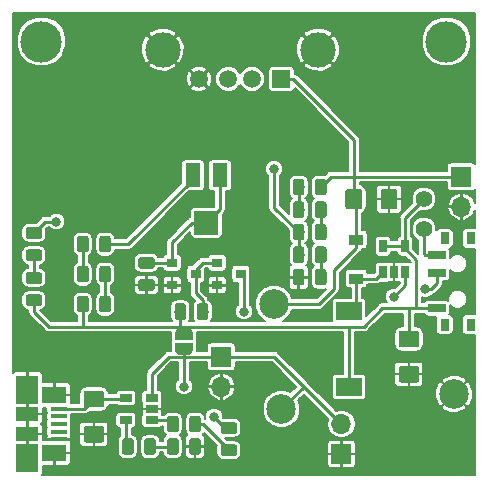
<source format=gbr>
G04 #@! TF.GenerationSoftware,KiCad,Pcbnew,5.0.2-bee76a0~70~ubuntu18.04.1*
G04 #@! TF.CreationDate,2019-03-03T11:08:54+02:00*
G04 #@! TF.ProjectId,1Cell_LiPO_BOOST_converter,3143656c-6c5f-44c6-9950-4f5f424f4f53,B*
G04 #@! TF.SameCoordinates,Original*
G04 #@! TF.FileFunction,Copper,L1,Top*
G04 #@! TF.FilePolarity,Positive*
%FSLAX46Y46*%
G04 Gerber Fmt 4.6, Leading zero omitted, Abs format (unit mm)*
G04 Created by KiCad (PCBNEW 5.0.2-bee76a0~70~ubuntu18.04.1) date 2019 m. kovo 03 d. 11:08:54*
%MOMM*%
%LPD*%
G01*
G04 APERTURE LIST*
G04 #@! TA.AperFunction,ComponentPad*
%ADD10R,1.700000X1.700000*%
G04 #@! TD*
G04 #@! TA.AperFunction,ComponentPad*
%ADD11O,1.700000X1.700000*%
G04 #@! TD*
G04 #@! TA.AperFunction,Conductor*
%ADD12C,0.100000*%
G04 #@! TD*
G04 #@! TA.AperFunction,SMDPad,CuDef*
%ADD13C,0.975000*%
G04 #@! TD*
G04 #@! TA.AperFunction,ComponentPad*
%ADD14C,1.400000*%
G04 #@! TD*
G04 #@! TA.AperFunction,BGAPad,CuDef*
%ADD15C,2.500000*%
G04 #@! TD*
G04 #@! TA.AperFunction,ComponentPad*
%ADD16C,1.500000*%
G04 #@! TD*
G04 #@! TA.AperFunction,ComponentPad*
%ADD17R,1.500000X1.500000*%
G04 #@! TD*
G04 #@! TA.AperFunction,ComponentPad*
%ADD18C,3.000000*%
G04 #@! TD*
G04 #@! TA.AperFunction,SMDPad,CuDef*
%ADD19R,1.500000X0.700000*%
G04 #@! TD*
G04 #@! TA.AperFunction,SMDPad,CuDef*
%ADD20R,0.800000X1.000000*%
G04 #@! TD*
G04 #@! TA.AperFunction,SMDPad,CuDef*
%ADD21C,0.500000*%
G04 #@! TD*
G04 #@! TA.AperFunction,SMDPad,CuDef*
%ADD22C,1.425000*%
G04 #@! TD*
G04 #@! TA.AperFunction,SMDPad,CuDef*
%ADD23R,1.380000X0.450000*%
G04 #@! TD*
G04 #@! TA.AperFunction,SMDPad,CuDef*
%ADD24R,2.100000X1.475000*%
G04 #@! TD*
G04 #@! TA.AperFunction,SMDPad,CuDef*
%ADD25R,1.900000X2.375000*%
G04 #@! TD*
G04 #@! TA.AperFunction,SMDPad,CuDef*
%ADD26R,1.900000X1.175000*%
G04 #@! TD*
G04 #@! TA.AperFunction,SMDPad,CuDef*
%ADD27R,1.200000X0.900000*%
G04 #@! TD*
G04 #@! TA.AperFunction,SMDPad,CuDef*
%ADD28R,2.200000X1.500000*%
G04 #@! TD*
G04 #@! TA.AperFunction,SMDPad,CuDef*
%ADD29R,0.900000X0.800000*%
G04 #@! TD*
G04 #@! TA.AperFunction,SMDPad,CuDef*
%ADD30R,0.650000X1.060000*%
G04 #@! TD*
G04 #@! TA.AperFunction,SMDPad,CuDef*
%ADD31R,1.060000X0.650000*%
G04 #@! TD*
G04 #@! TA.AperFunction,SMDPad,CuDef*
%ADD32R,1.300000X2.000000*%
G04 #@! TD*
G04 #@! TA.AperFunction,SMDPad,CuDef*
%ADD33R,2.000000X2.000000*%
G04 #@! TD*
G04 #@! TA.AperFunction,ViaPad*
%ADD34C,3.500000*%
G04 #@! TD*
G04 #@! TA.AperFunction,ViaPad*
%ADD35C,0.800000*%
G04 #@! TD*
G04 #@! TA.AperFunction,Conductor*
%ADD36C,0.250000*%
G04 #@! TD*
G04 #@! TA.AperFunction,Conductor*
%ADD37C,0.200000*%
G04 #@! TD*
G04 APERTURE END LIST*
D10*
G04 #@! TO.P,+,1*
G04 #@! TO.N,GND*
X155575000Y-119380000D03*
D11*
G04 #@! TO.P,+,2*
G04 #@! TO.N,Net-(BATT1-Pad1)*
X155575000Y-116840000D03*
G04 #@! TD*
G04 #@! TO.P,+,2*
G04 #@! TO.N,GND*
X145415000Y-113665000D03*
D10*
G04 #@! TO.P,+,1*
G04 #@! TO.N,Net-(BATT1-Pad1)*
X145415000Y-111125000D03*
G04 #@! TD*
G04 #@! TO.P,+,1*
G04 #@! TO.N,+5V*
X165735000Y-95885000D03*
D11*
G04 #@! TO.P,+,2*
G04 #@! TO.N,GND*
X165735000Y-98425000D03*
G04 #@! TD*
D12*
G04 #@! TO.N,Net-(D1-Pad1)*
G04 #@! TO.C,D1*
G36*
X141570142Y-116141174D02*
X141593803Y-116144684D01*
X141617007Y-116150496D01*
X141639529Y-116158554D01*
X141661153Y-116168782D01*
X141681670Y-116181079D01*
X141700883Y-116195329D01*
X141718607Y-116211393D01*
X141734671Y-116229117D01*
X141748921Y-116248330D01*
X141761218Y-116268847D01*
X141771446Y-116290471D01*
X141779504Y-116312993D01*
X141785316Y-116336197D01*
X141788826Y-116359858D01*
X141790000Y-116383750D01*
X141790000Y-117296250D01*
X141788826Y-117320142D01*
X141785316Y-117343803D01*
X141779504Y-117367007D01*
X141771446Y-117389529D01*
X141761218Y-117411153D01*
X141748921Y-117431670D01*
X141734671Y-117450883D01*
X141718607Y-117468607D01*
X141700883Y-117484671D01*
X141681670Y-117498921D01*
X141661153Y-117511218D01*
X141639529Y-117521446D01*
X141617007Y-117529504D01*
X141593803Y-117535316D01*
X141570142Y-117538826D01*
X141546250Y-117540000D01*
X141058750Y-117540000D01*
X141034858Y-117538826D01*
X141011197Y-117535316D01*
X140987993Y-117529504D01*
X140965471Y-117521446D01*
X140943847Y-117511218D01*
X140923330Y-117498921D01*
X140904117Y-117484671D01*
X140886393Y-117468607D01*
X140870329Y-117450883D01*
X140856079Y-117431670D01*
X140843782Y-117411153D01*
X140833554Y-117389529D01*
X140825496Y-117367007D01*
X140819684Y-117343803D01*
X140816174Y-117320142D01*
X140815000Y-117296250D01*
X140815000Y-116383750D01*
X140816174Y-116359858D01*
X140819684Y-116336197D01*
X140825496Y-116312993D01*
X140833554Y-116290471D01*
X140843782Y-116268847D01*
X140856079Y-116248330D01*
X140870329Y-116229117D01*
X140886393Y-116211393D01*
X140904117Y-116195329D01*
X140923330Y-116181079D01*
X140943847Y-116168782D01*
X140965471Y-116158554D01*
X140987993Y-116150496D01*
X141011197Y-116144684D01*
X141034858Y-116141174D01*
X141058750Y-116140000D01*
X141546250Y-116140000D01*
X141570142Y-116141174D01*
X141570142Y-116141174D01*
G37*
D13*
G04 #@! TD*
G04 #@! TO.P,D1,1*
G04 #@! TO.N,Net-(D1-Pad1)*
X141302500Y-116840000D03*
D12*
G04 #@! TO.N,Net-(D1-Pad2)*
G04 #@! TO.C,D1*
G36*
X143445142Y-116141174D02*
X143468803Y-116144684D01*
X143492007Y-116150496D01*
X143514529Y-116158554D01*
X143536153Y-116168782D01*
X143556670Y-116181079D01*
X143575883Y-116195329D01*
X143593607Y-116211393D01*
X143609671Y-116229117D01*
X143623921Y-116248330D01*
X143636218Y-116268847D01*
X143646446Y-116290471D01*
X143654504Y-116312993D01*
X143660316Y-116336197D01*
X143663826Y-116359858D01*
X143665000Y-116383750D01*
X143665000Y-117296250D01*
X143663826Y-117320142D01*
X143660316Y-117343803D01*
X143654504Y-117367007D01*
X143646446Y-117389529D01*
X143636218Y-117411153D01*
X143623921Y-117431670D01*
X143609671Y-117450883D01*
X143593607Y-117468607D01*
X143575883Y-117484671D01*
X143556670Y-117498921D01*
X143536153Y-117511218D01*
X143514529Y-117521446D01*
X143492007Y-117529504D01*
X143468803Y-117535316D01*
X143445142Y-117538826D01*
X143421250Y-117540000D01*
X142933750Y-117540000D01*
X142909858Y-117538826D01*
X142886197Y-117535316D01*
X142862993Y-117529504D01*
X142840471Y-117521446D01*
X142818847Y-117511218D01*
X142798330Y-117498921D01*
X142779117Y-117484671D01*
X142761393Y-117468607D01*
X142745329Y-117450883D01*
X142731079Y-117431670D01*
X142718782Y-117411153D01*
X142708554Y-117389529D01*
X142700496Y-117367007D01*
X142694684Y-117343803D01*
X142691174Y-117320142D01*
X142690000Y-117296250D01*
X142690000Y-116383750D01*
X142691174Y-116359858D01*
X142694684Y-116336197D01*
X142700496Y-116312993D01*
X142708554Y-116290471D01*
X142718782Y-116268847D01*
X142731079Y-116248330D01*
X142745329Y-116229117D01*
X142761393Y-116211393D01*
X142779117Y-116195329D01*
X142798330Y-116181079D01*
X142818847Y-116168782D01*
X142840471Y-116158554D01*
X142862993Y-116150496D01*
X142886197Y-116144684D01*
X142909858Y-116141174D01*
X142933750Y-116140000D01*
X143421250Y-116140000D01*
X143445142Y-116141174D01*
X143445142Y-116141174D01*
G37*
D13*
G04 #@! TD*
G04 #@! TO.P,D1,2*
G04 #@! TO.N,Net-(D1-Pad2)*
X143177500Y-116840000D03*
D12*
G04 #@! TO.N,Net-(BATT1-Pad1)*
G04 #@! TO.C,R3*
G36*
X146530142Y-116686174D02*
X146553803Y-116689684D01*
X146577007Y-116695496D01*
X146599529Y-116703554D01*
X146621153Y-116713782D01*
X146641670Y-116726079D01*
X146660883Y-116740329D01*
X146678607Y-116756393D01*
X146694671Y-116774117D01*
X146708921Y-116793330D01*
X146721218Y-116813847D01*
X146731446Y-116835471D01*
X146739504Y-116857993D01*
X146745316Y-116881197D01*
X146748826Y-116904858D01*
X146750000Y-116928750D01*
X146750000Y-117416250D01*
X146748826Y-117440142D01*
X146745316Y-117463803D01*
X146739504Y-117487007D01*
X146731446Y-117509529D01*
X146721218Y-117531153D01*
X146708921Y-117551670D01*
X146694671Y-117570883D01*
X146678607Y-117588607D01*
X146660883Y-117604671D01*
X146641670Y-117618921D01*
X146621153Y-117631218D01*
X146599529Y-117641446D01*
X146577007Y-117649504D01*
X146553803Y-117655316D01*
X146530142Y-117658826D01*
X146506250Y-117660000D01*
X145593750Y-117660000D01*
X145569858Y-117658826D01*
X145546197Y-117655316D01*
X145522993Y-117649504D01*
X145500471Y-117641446D01*
X145478847Y-117631218D01*
X145458330Y-117618921D01*
X145439117Y-117604671D01*
X145421393Y-117588607D01*
X145405329Y-117570883D01*
X145391079Y-117551670D01*
X145378782Y-117531153D01*
X145368554Y-117509529D01*
X145360496Y-117487007D01*
X145354684Y-117463803D01*
X145351174Y-117440142D01*
X145350000Y-117416250D01*
X145350000Y-116928750D01*
X145351174Y-116904858D01*
X145354684Y-116881197D01*
X145360496Y-116857993D01*
X145368554Y-116835471D01*
X145378782Y-116813847D01*
X145391079Y-116793330D01*
X145405329Y-116774117D01*
X145421393Y-116756393D01*
X145439117Y-116740329D01*
X145458330Y-116726079D01*
X145478847Y-116713782D01*
X145500471Y-116703554D01*
X145522993Y-116695496D01*
X145546197Y-116689684D01*
X145569858Y-116686174D01*
X145593750Y-116685000D01*
X146506250Y-116685000D01*
X146530142Y-116686174D01*
X146530142Y-116686174D01*
G37*
D13*
G04 #@! TD*
G04 #@! TO.P,R3,1*
G04 #@! TO.N,Net-(BATT1-Pad1)*
X146050000Y-117172500D03*
D12*
G04 #@! TO.N,Net-(D1-Pad2)*
G04 #@! TO.C,R3*
G36*
X146530142Y-118561174D02*
X146553803Y-118564684D01*
X146577007Y-118570496D01*
X146599529Y-118578554D01*
X146621153Y-118588782D01*
X146641670Y-118601079D01*
X146660883Y-118615329D01*
X146678607Y-118631393D01*
X146694671Y-118649117D01*
X146708921Y-118668330D01*
X146721218Y-118688847D01*
X146731446Y-118710471D01*
X146739504Y-118732993D01*
X146745316Y-118756197D01*
X146748826Y-118779858D01*
X146750000Y-118803750D01*
X146750000Y-119291250D01*
X146748826Y-119315142D01*
X146745316Y-119338803D01*
X146739504Y-119362007D01*
X146731446Y-119384529D01*
X146721218Y-119406153D01*
X146708921Y-119426670D01*
X146694671Y-119445883D01*
X146678607Y-119463607D01*
X146660883Y-119479671D01*
X146641670Y-119493921D01*
X146621153Y-119506218D01*
X146599529Y-119516446D01*
X146577007Y-119524504D01*
X146553803Y-119530316D01*
X146530142Y-119533826D01*
X146506250Y-119535000D01*
X145593750Y-119535000D01*
X145569858Y-119533826D01*
X145546197Y-119530316D01*
X145522993Y-119524504D01*
X145500471Y-119516446D01*
X145478847Y-119506218D01*
X145458330Y-119493921D01*
X145439117Y-119479671D01*
X145421393Y-119463607D01*
X145405329Y-119445883D01*
X145391079Y-119426670D01*
X145378782Y-119406153D01*
X145368554Y-119384529D01*
X145360496Y-119362007D01*
X145354684Y-119338803D01*
X145351174Y-119315142D01*
X145350000Y-119291250D01*
X145350000Y-118803750D01*
X145351174Y-118779858D01*
X145354684Y-118756197D01*
X145360496Y-118732993D01*
X145368554Y-118710471D01*
X145378782Y-118688847D01*
X145391079Y-118668330D01*
X145405329Y-118649117D01*
X145421393Y-118631393D01*
X145439117Y-118615329D01*
X145458330Y-118601079D01*
X145478847Y-118588782D01*
X145500471Y-118578554D01*
X145522993Y-118570496D01*
X145546197Y-118564684D01*
X145569858Y-118561174D01*
X145593750Y-118560000D01*
X146506250Y-118560000D01*
X146530142Y-118561174D01*
X146530142Y-118561174D01*
G37*
D13*
G04 #@! TD*
G04 #@! TO.P,R3,2*
G04 #@! TO.N,Net-(D1-Pad2)*
X146050000Y-119047500D03*
D14*
G04 #@! TO.P,I,1*
G04 #@! TO.N,Net-(I1-Pad1)*
X162560000Y-100330000D03*
G04 #@! TO.P,I,2*
G04 #@! TO.N,+BATT*
X162560000Y-97790000D03*
G04 #@! TD*
D15*
G04 #@! TO.P,GND,1*
G04 #@! TO.N,GND*
X165100000Y-114300000D03*
G04 #@! TD*
G04 #@! TO.P,BATT,1*
G04 #@! TO.N,Net-(BATT1-Pad1)*
X150495000Y-115570000D03*
G04 #@! TD*
G04 #@! TO.P,5V,1*
G04 #@! TO.N,+5V*
X149860000Y-106680000D03*
G04 #@! TD*
D16*
G04 #@! TO.P,J4,4*
G04 #@! TO.N,GND*
X143495000Y-87630000D03*
G04 #@! TO.P,J4,3*
G04 #@! TO.N,Net-(J4-Pad3)*
X145995000Y-87630000D03*
G04 #@! TO.P,J4,2*
G04 #@! TO.N,Net-(J4-Pad2)*
X147995000Y-87630000D03*
D17*
G04 #@! TO.P,J4,1*
G04 #@! TO.N,+5V*
X150495000Y-87630000D03*
D18*
G04 #@! TO.P,J4,5*
G04 #@! TO.N,GND*
X153565000Y-85130000D03*
X140425000Y-85130000D03*
G04 #@! TD*
D19*
G04 #@! TO.P,SW1,1*
G04 #@! TO.N,+BATT*
X163670000Y-107025000D03*
G04 #@! TO.P,SW1,2*
G04 #@! TO.N,Net-(BATT1-Pad1)*
X163670000Y-104025000D03*
G04 #@! TO.P,SW1,3*
G04 #@! TO.N,Net-(I1-Pad1)*
X163670000Y-102525000D03*
D20*
G04 #@! TO.P,SW1,*
G04 #@! TO.N,*
X166530000Y-108425000D03*
X166530000Y-101125000D03*
X164320000Y-101125000D03*
X164320000Y-108425000D03*
G04 #@! TD*
D21*
G04 #@! TO.P,JP1,1*
G04 #@! TO.N,+BATT*
X142240000Y-109205000D03*
D12*
G04 #@! TD*
G04 #@! TO.N,+BATT*
G04 #@! TO.C,JP1*
G36*
X141490000Y-109705000D02*
X141490000Y-109205000D01*
X141490602Y-109205000D01*
X141490602Y-109180466D01*
X141495412Y-109131635D01*
X141504984Y-109083510D01*
X141519228Y-109036555D01*
X141538005Y-108991222D01*
X141561136Y-108947949D01*
X141588396Y-108907150D01*
X141619524Y-108869221D01*
X141654221Y-108834524D01*
X141692150Y-108803396D01*
X141732949Y-108776136D01*
X141776222Y-108753005D01*
X141821555Y-108734228D01*
X141868510Y-108719984D01*
X141916635Y-108710412D01*
X141965466Y-108705602D01*
X141990000Y-108705602D01*
X141990000Y-108705000D01*
X142490000Y-108705000D01*
X142490000Y-108705602D01*
X142514534Y-108705602D01*
X142563365Y-108710412D01*
X142611490Y-108719984D01*
X142658445Y-108734228D01*
X142703778Y-108753005D01*
X142747051Y-108776136D01*
X142787850Y-108803396D01*
X142825779Y-108834524D01*
X142860476Y-108869221D01*
X142891604Y-108907150D01*
X142918864Y-108947949D01*
X142941995Y-108991222D01*
X142960772Y-109036555D01*
X142975016Y-109083510D01*
X142984588Y-109131635D01*
X142989398Y-109180466D01*
X142989398Y-109205000D01*
X142990000Y-109205000D01*
X142990000Y-109705000D01*
X141490000Y-109705000D01*
X141490000Y-109705000D01*
G37*
D21*
G04 #@! TO.P,JP1,2*
G04 #@! TO.N,Net-(BATT1-Pad1)*
X142240000Y-110505000D03*
D12*
G04 #@! TD*
G04 #@! TO.N,Net-(BATT1-Pad1)*
G04 #@! TO.C,JP1*
G36*
X142989398Y-110505000D02*
X142989398Y-110529534D01*
X142984588Y-110578365D01*
X142975016Y-110626490D01*
X142960772Y-110673445D01*
X142941995Y-110718778D01*
X142918864Y-110762051D01*
X142891604Y-110802850D01*
X142860476Y-110840779D01*
X142825779Y-110875476D01*
X142787850Y-110906604D01*
X142747051Y-110933864D01*
X142703778Y-110956995D01*
X142658445Y-110975772D01*
X142611490Y-110990016D01*
X142563365Y-110999588D01*
X142514534Y-111004398D01*
X142490000Y-111004398D01*
X142490000Y-111005000D01*
X141990000Y-111005000D01*
X141990000Y-111004398D01*
X141965466Y-111004398D01*
X141916635Y-110999588D01*
X141868510Y-110990016D01*
X141821555Y-110975772D01*
X141776222Y-110956995D01*
X141732949Y-110933864D01*
X141692150Y-110906604D01*
X141654221Y-110875476D01*
X141619524Y-110840779D01*
X141588396Y-110802850D01*
X141561136Y-110762051D01*
X141538005Y-110718778D01*
X141519228Y-110673445D01*
X141504984Y-110626490D01*
X141495412Y-110578365D01*
X141490602Y-110529534D01*
X141490602Y-110505000D01*
X141490000Y-110505000D01*
X141490000Y-110005000D01*
X142990000Y-110005000D01*
X142990000Y-110505000D01*
X142989398Y-110505000D01*
X142989398Y-110505000D01*
G37*
G04 #@! TO.N,Net-(C1-Pad1)*
G04 #@! TO.C,C1*
G36*
X135269504Y-114006204D02*
X135293773Y-114009804D01*
X135317571Y-114015765D01*
X135340671Y-114024030D01*
X135362849Y-114034520D01*
X135383893Y-114047133D01*
X135403598Y-114061747D01*
X135421777Y-114078223D01*
X135438253Y-114096402D01*
X135452867Y-114116107D01*
X135465480Y-114137151D01*
X135475970Y-114159329D01*
X135484235Y-114182429D01*
X135490196Y-114206227D01*
X135493796Y-114230496D01*
X135495000Y-114255000D01*
X135495000Y-115180000D01*
X135493796Y-115204504D01*
X135490196Y-115228773D01*
X135484235Y-115252571D01*
X135475970Y-115275671D01*
X135465480Y-115297849D01*
X135452867Y-115318893D01*
X135438253Y-115338598D01*
X135421777Y-115356777D01*
X135403598Y-115373253D01*
X135383893Y-115387867D01*
X135362849Y-115400480D01*
X135340671Y-115410970D01*
X135317571Y-115419235D01*
X135293773Y-115425196D01*
X135269504Y-115428796D01*
X135245000Y-115430000D01*
X133995000Y-115430000D01*
X133970496Y-115428796D01*
X133946227Y-115425196D01*
X133922429Y-115419235D01*
X133899329Y-115410970D01*
X133877151Y-115400480D01*
X133856107Y-115387867D01*
X133836402Y-115373253D01*
X133818223Y-115356777D01*
X133801747Y-115338598D01*
X133787133Y-115318893D01*
X133774520Y-115297849D01*
X133764030Y-115275671D01*
X133755765Y-115252571D01*
X133749804Y-115228773D01*
X133746204Y-115204504D01*
X133745000Y-115180000D01*
X133745000Y-114255000D01*
X133746204Y-114230496D01*
X133749804Y-114206227D01*
X133755765Y-114182429D01*
X133764030Y-114159329D01*
X133774520Y-114137151D01*
X133787133Y-114116107D01*
X133801747Y-114096402D01*
X133818223Y-114078223D01*
X133836402Y-114061747D01*
X133856107Y-114047133D01*
X133877151Y-114034520D01*
X133899329Y-114024030D01*
X133922429Y-114015765D01*
X133946227Y-114009804D01*
X133970496Y-114006204D01*
X133995000Y-114005000D01*
X135245000Y-114005000D01*
X135269504Y-114006204D01*
X135269504Y-114006204D01*
G37*
D22*
G04 #@! TD*
G04 #@! TO.P,C1,1*
G04 #@! TO.N,Net-(C1-Pad1)*
X134620000Y-114717500D03*
D12*
G04 #@! TO.N,GND*
G04 #@! TO.C,C1*
G36*
X135269504Y-116981204D02*
X135293773Y-116984804D01*
X135317571Y-116990765D01*
X135340671Y-116999030D01*
X135362849Y-117009520D01*
X135383893Y-117022133D01*
X135403598Y-117036747D01*
X135421777Y-117053223D01*
X135438253Y-117071402D01*
X135452867Y-117091107D01*
X135465480Y-117112151D01*
X135475970Y-117134329D01*
X135484235Y-117157429D01*
X135490196Y-117181227D01*
X135493796Y-117205496D01*
X135495000Y-117230000D01*
X135495000Y-118155000D01*
X135493796Y-118179504D01*
X135490196Y-118203773D01*
X135484235Y-118227571D01*
X135475970Y-118250671D01*
X135465480Y-118272849D01*
X135452867Y-118293893D01*
X135438253Y-118313598D01*
X135421777Y-118331777D01*
X135403598Y-118348253D01*
X135383893Y-118362867D01*
X135362849Y-118375480D01*
X135340671Y-118385970D01*
X135317571Y-118394235D01*
X135293773Y-118400196D01*
X135269504Y-118403796D01*
X135245000Y-118405000D01*
X133995000Y-118405000D01*
X133970496Y-118403796D01*
X133946227Y-118400196D01*
X133922429Y-118394235D01*
X133899329Y-118385970D01*
X133877151Y-118375480D01*
X133856107Y-118362867D01*
X133836402Y-118348253D01*
X133818223Y-118331777D01*
X133801747Y-118313598D01*
X133787133Y-118293893D01*
X133774520Y-118272849D01*
X133764030Y-118250671D01*
X133755765Y-118227571D01*
X133749804Y-118203773D01*
X133746204Y-118179504D01*
X133745000Y-118155000D01*
X133745000Y-117230000D01*
X133746204Y-117205496D01*
X133749804Y-117181227D01*
X133755765Y-117157429D01*
X133764030Y-117134329D01*
X133774520Y-117112151D01*
X133787133Y-117091107D01*
X133801747Y-117071402D01*
X133818223Y-117053223D01*
X133836402Y-117036747D01*
X133856107Y-117022133D01*
X133877151Y-117009520D01*
X133899329Y-116999030D01*
X133922429Y-116990765D01*
X133946227Y-116984804D01*
X133970496Y-116981204D01*
X133995000Y-116980000D01*
X135245000Y-116980000D01*
X135269504Y-116981204D01*
X135269504Y-116981204D01*
G37*
D22*
G04 #@! TD*
G04 #@! TO.P,C1,2*
G04 #@! TO.N,GND*
X134620000Y-117692500D03*
D12*
G04 #@! TO.N,GND*
G04 #@! TO.C,C2*
G36*
X161939504Y-111901204D02*
X161963773Y-111904804D01*
X161987571Y-111910765D01*
X162010671Y-111919030D01*
X162032849Y-111929520D01*
X162053893Y-111942133D01*
X162073598Y-111956747D01*
X162091777Y-111973223D01*
X162108253Y-111991402D01*
X162122867Y-112011107D01*
X162135480Y-112032151D01*
X162145970Y-112054329D01*
X162154235Y-112077429D01*
X162160196Y-112101227D01*
X162163796Y-112125496D01*
X162165000Y-112150000D01*
X162165000Y-113075000D01*
X162163796Y-113099504D01*
X162160196Y-113123773D01*
X162154235Y-113147571D01*
X162145970Y-113170671D01*
X162135480Y-113192849D01*
X162122867Y-113213893D01*
X162108253Y-113233598D01*
X162091777Y-113251777D01*
X162073598Y-113268253D01*
X162053893Y-113282867D01*
X162032849Y-113295480D01*
X162010671Y-113305970D01*
X161987571Y-113314235D01*
X161963773Y-113320196D01*
X161939504Y-113323796D01*
X161915000Y-113325000D01*
X160665000Y-113325000D01*
X160640496Y-113323796D01*
X160616227Y-113320196D01*
X160592429Y-113314235D01*
X160569329Y-113305970D01*
X160547151Y-113295480D01*
X160526107Y-113282867D01*
X160506402Y-113268253D01*
X160488223Y-113251777D01*
X160471747Y-113233598D01*
X160457133Y-113213893D01*
X160444520Y-113192849D01*
X160434030Y-113170671D01*
X160425765Y-113147571D01*
X160419804Y-113123773D01*
X160416204Y-113099504D01*
X160415000Y-113075000D01*
X160415000Y-112150000D01*
X160416204Y-112125496D01*
X160419804Y-112101227D01*
X160425765Y-112077429D01*
X160434030Y-112054329D01*
X160444520Y-112032151D01*
X160457133Y-112011107D01*
X160471747Y-111991402D01*
X160488223Y-111973223D01*
X160506402Y-111956747D01*
X160526107Y-111942133D01*
X160547151Y-111929520D01*
X160569329Y-111919030D01*
X160592429Y-111910765D01*
X160616227Y-111904804D01*
X160640496Y-111901204D01*
X160665000Y-111900000D01*
X161915000Y-111900000D01*
X161939504Y-111901204D01*
X161939504Y-111901204D01*
G37*
D22*
G04 #@! TD*
G04 #@! TO.P,C2,2*
G04 #@! TO.N,GND*
X161290000Y-112612500D03*
D12*
G04 #@! TO.N,+BATT*
G04 #@! TO.C,C2*
G36*
X161939504Y-108926204D02*
X161963773Y-108929804D01*
X161987571Y-108935765D01*
X162010671Y-108944030D01*
X162032849Y-108954520D01*
X162053893Y-108967133D01*
X162073598Y-108981747D01*
X162091777Y-108998223D01*
X162108253Y-109016402D01*
X162122867Y-109036107D01*
X162135480Y-109057151D01*
X162145970Y-109079329D01*
X162154235Y-109102429D01*
X162160196Y-109126227D01*
X162163796Y-109150496D01*
X162165000Y-109175000D01*
X162165000Y-110100000D01*
X162163796Y-110124504D01*
X162160196Y-110148773D01*
X162154235Y-110172571D01*
X162145970Y-110195671D01*
X162135480Y-110217849D01*
X162122867Y-110238893D01*
X162108253Y-110258598D01*
X162091777Y-110276777D01*
X162073598Y-110293253D01*
X162053893Y-110307867D01*
X162032849Y-110320480D01*
X162010671Y-110330970D01*
X161987571Y-110339235D01*
X161963773Y-110345196D01*
X161939504Y-110348796D01*
X161915000Y-110350000D01*
X160665000Y-110350000D01*
X160640496Y-110348796D01*
X160616227Y-110345196D01*
X160592429Y-110339235D01*
X160569329Y-110330970D01*
X160547151Y-110320480D01*
X160526107Y-110307867D01*
X160506402Y-110293253D01*
X160488223Y-110276777D01*
X160471747Y-110258598D01*
X160457133Y-110238893D01*
X160444520Y-110217849D01*
X160434030Y-110195671D01*
X160425765Y-110172571D01*
X160419804Y-110148773D01*
X160416204Y-110124504D01*
X160415000Y-110100000D01*
X160415000Y-109175000D01*
X160416204Y-109150496D01*
X160419804Y-109126227D01*
X160425765Y-109102429D01*
X160434030Y-109079329D01*
X160444520Y-109057151D01*
X160457133Y-109036107D01*
X160471747Y-109016402D01*
X160488223Y-108998223D01*
X160506402Y-108981747D01*
X160526107Y-108967133D01*
X160547151Y-108954520D01*
X160569329Y-108944030D01*
X160592429Y-108935765D01*
X160616227Y-108929804D01*
X160640496Y-108926204D01*
X160665000Y-108925000D01*
X161915000Y-108925000D01*
X161939504Y-108926204D01*
X161939504Y-108926204D01*
G37*
D22*
G04 #@! TD*
G04 #@! TO.P,C2,1*
G04 #@! TO.N,+BATT*
X161290000Y-109637500D03*
D12*
G04 #@! TO.N,+5V*
G04 #@! TO.C,C3*
G36*
X157114504Y-96916204D02*
X157138773Y-96919804D01*
X157162571Y-96925765D01*
X157185671Y-96934030D01*
X157207849Y-96944520D01*
X157228893Y-96957133D01*
X157248598Y-96971747D01*
X157266777Y-96988223D01*
X157283253Y-97006402D01*
X157297867Y-97026107D01*
X157310480Y-97047151D01*
X157320970Y-97069329D01*
X157329235Y-97092429D01*
X157335196Y-97116227D01*
X157338796Y-97140496D01*
X157340000Y-97165000D01*
X157340000Y-98415000D01*
X157338796Y-98439504D01*
X157335196Y-98463773D01*
X157329235Y-98487571D01*
X157320970Y-98510671D01*
X157310480Y-98532849D01*
X157297867Y-98553893D01*
X157283253Y-98573598D01*
X157266777Y-98591777D01*
X157248598Y-98608253D01*
X157228893Y-98622867D01*
X157207849Y-98635480D01*
X157185671Y-98645970D01*
X157162571Y-98654235D01*
X157138773Y-98660196D01*
X157114504Y-98663796D01*
X157090000Y-98665000D01*
X156165000Y-98665000D01*
X156140496Y-98663796D01*
X156116227Y-98660196D01*
X156092429Y-98654235D01*
X156069329Y-98645970D01*
X156047151Y-98635480D01*
X156026107Y-98622867D01*
X156006402Y-98608253D01*
X155988223Y-98591777D01*
X155971747Y-98573598D01*
X155957133Y-98553893D01*
X155944520Y-98532849D01*
X155934030Y-98510671D01*
X155925765Y-98487571D01*
X155919804Y-98463773D01*
X155916204Y-98439504D01*
X155915000Y-98415000D01*
X155915000Y-97165000D01*
X155916204Y-97140496D01*
X155919804Y-97116227D01*
X155925765Y-97092429D01*
X155934030Y-97069329D01*
X155944520Y-97047151D01*
X155957133Y-97026107D01*
X155971747Y-97006402D01*
X155988223Y-96988223D01*
X156006402Y-96971747D01*
X156026107Y-96957133D01*
X156047151Y-96944520D01*
X156069329Y-96934030D01*
X156092429Y-96925765D01*
X156116227Y-96919804D01*
X156140496Y-96916204D01*
X156165000Y-96915000D01*
X157090000Y-96915000D01*
X157114504Y-96916204D01*
X157114504Y-96916204D01*
G37*
D22*
G04 #@! TD*
G04 #@! TO.P,C3,1*
G04 #@! TO.N,+5V*
X156627500Y-97790000D03*
D12*
G04 #@! TO.N,GND*
G04 #@! TO.C,C3*
G36*
X160089504Y-96916204D02*
X160113773Y-96919804D01*
X160137571Y-96925765D01*
X160160671Y-96934030D01*
X160182849Y-96944520D01*
X160203893Y-96957133D01*
X160223598Y-96971747D01*
X160241777Y-96988223D01*
X160258253Y-97006402D01*
X160272867Y-97026107D01*
X160285480Y-97047151D01*
X160295970Y-97069329D01*
X160304235Y-97092429D01*
X160310196Y-97116227D01*
X160313796Y-97140496D01*
X160315000Y-97165000D01*
X160315000Y-98415000D01*
X160313796Y-98439504D01*
X160310196Y-98463773D01*
X160304235Y-98487571D01*
X160295970Y-98510671D01*
X160285480Y-98532849D01*
X160272867Y-98553893D01*
X160258253Y-98573598D01*
X160241777Y-98591777D01*
X160223598Y-98608253D01*
X160203893Y-98622867D01*
X160182849Y-98635480D01*
X160160671Y-98645970D01*
X160137571Y-98654235D01*
X160113773Y-98660196D01*
X160089504Y-98663796D01*
X160065000Y-98665000D01*
X159140000Y-98665000D01*
X159115496Y-98663796D01*
X159091227Y-98660196D01*
X159067429Y-98654235D01*
X159044329Y-98645970D01*
X159022151Y-98635480D01*
X159001107Y-98622867D01*
X158981402Y-98608253D01*
X158963223Y-98591777D01*
X158946747Y-98573598D01*
X158932133Y-98553893D01*
X158919520Y-98532849D01*
X158909030Y-98510671D01*
X158900765Y-98487571D01*
X158894804Y-98463773D01*
X158891204Y-98439504D01*
X158890000Y-98415000D01*
X158890000Y-97165000D01*
X158891204Y-97140496D01*
X158894804Y-97116227D01*
X158900765Y-97092429D01*
X158909030Y-97069329D01*
X158919520Y-97047151D01*
X158932133Y-97026107D01*
X158946747Y-97006402D01*
X158963223Y-96988223D01*
X158981402Y-96971747D01*
X159001107Y-96957133D01*
X159022151Y-96944520D01*
X159044329Y-96934030D01*
X159067429Y-96925765D01*
X159091227Y-96919804D01*
X159115496Y-96916204D01*
X159140000Y-96915000D01*
X160065000Y-96915000D01*
X160089504Y-96916204D01*
X160089504Y-96916204D01*
G37*
D22*
G04 #@! TD*
G04 #@! TO.P,C3,2*
G04 #@! TO.N,GND*
X159602500Y-97790000D03*
D23*
G04 #@! TO.P,J1,1*
G04 #@! TO.N,Net-(C1-Pad1)*
X131635000Y-115540000D03*
G04 #@! TO.P,J1,2*
G04 #@! TO.N,Net-(J1-Pad2)*
X131635000Y-116190000D03*
G04 #@! TO.P,J1,3*
G04 #@! TO.N,Net-(J1-Pad3)*
X131635000Y-116840000D03*
G04 #@! TO.P,J1,4*
G04 #@! TO.N,Net-(J1-Pad4)*
X131635000Y-117490000D03*
G04 #@! TO.P,J1,5*
G04 #@! TO.N,GND*
X131635000Y-118140000D03*
D24*
G04 #@! TO.P,J1,6*
X131275000Y-114377500D03*
X131275000Y-119302500D03*
D25*
X128975000Y-113930000D03*
X128975000Y-119750000D03*
D26*
X128975000Y-116000000D03*
X128975000Y-117680000D03*
G04 #@! TD*
D27*
G04 #@! TO.P,D3,1*
G04 #@! TO.N,+5V*
X156845000Y-101220000D03*
G04 #@! TO.P,D3,2*
G04 #@! TO.N,Net-(D3-Pad2)*
X156845000Y-104520000D03*
G04 #@! TD*
D28*
G04 #@! TO.P,L1,1*
G04 #@! TO.N,+BATT*
X156210000Y-113690000D03*
G04 #@! TO.P,L1,2*
G04 #@! TO.N,Net-(D3-Pad2)*
X156210000Y-107290000D03*
G04 #@! TD*
D12*
G04 #@! TO.N,Net-(D2-Pad1)*
G04 #@! TO.C,D2*
G36*
X130020142Y-100176174D02*
X130043803Y-100179684D01*
X130067007Y-100185496D01*
X130089529Y-100193554D01*
X130111153Y-100203782D01*
X130131670Y-100216079D01*
X130150883Y-100230329D01*
X130168607Y-100246393D01*
X130184671Y-100264117D01*
X130198921Y-100283330D01*
X130211218Y-100303847D01*
X130221446Y-100325471D01*
X130229504Y-100347993D01*
X130235316Y-100371197D01*
X130238826Y-100394858D01*
X130240000Y-100418750D01*
X130240000Y-100906250D01*
X130238826Y-100930142D01*
X130235316Y-100953803D01*
X130229504Y-100977007D01*
X130221446Y-100999529D01*
X130211218Y-101021153D01*
X130198921Y-101041670D01*
X130184671Y-101060883D01*
X130168607Y-101078607D01*
X130150883Y-101094671D01*
X130131670Y-101108921D01*
X130111153Y-101121218D01*
X130089529Y-101131446D01*
X130067007Y-101139504D01*
X130043803Y-101145316D01*
X130020142Y-101148826D01*
X129996250Y-101150000D01*
X129083750Y-101150000D01*
X129059858Y-101148826D01*
X129036197Y-101145316D01*
X129012993Y-101139504D01*
X128990471Y-101131446D01*
X128968847Y-101121218D01*
X128948330Y-101108921D01*
X128929117Y-101094671D01*
X128911393Y-101078607D01*
X128895329Y-101060883D01*
X128881079Y-101041670D01*
X128868782Y-101021153D01*
X128858554Y-100999529D01*
X128850496Y-100977007D01*
X128844684Y-100953803D01*
X128841174Y-100930142D01*
X128840000Y-100906250D01*
X128840000Y-100418750D01*
X128841174Y-100394858D01*
X128844684Y-100371197D01*
X128850496Y-100347993D01*
X128858554Y-100325471D01*
X128868782Y-100303847D01*
X128881079Y-100283330D01*
X128895329Y-100264117D01*
X128911393Y-100246393D01*
X128929117Y-100230329D01*
X128948330Y-100216079D01*
X128968847Y-100203782D01*
X128990471Y-100193554D01*
X129012993Y-100185496D01*
X129036197Y-100179684D01*
X129059858Y-100176174D01*
X129083750Y-100175000D01*
X129996250Y-100175000D01*
X130020142Y-100176174D01*
X130020142Y-100176174D01*
G37*
D13*
G04 #@! TD*
G04 #@! TO.P,D2,1*
G04 #@! TO.N,Net-(D2-Pad1)*
X129540000Y-100662500D03*
D12*
G04 #@! TO.N,Net-(D2-Pad2)*
G04 #@! TO.C,D2*
G36*
X130020142Y-102051174D02*
X130043803Y-102054684D01*
X130067007Y-102060496D01*
X130089529Y-102068554D01*
X130111153Y-102078782D01*
X130131670Y-102091079D01*
X130150883Y-102105329D01*
X130168607Y-102121393D01*
X130184671Y-102139117D01*
X130198921Y-102158330D01*
X130211218Y-102178847D01*
X130221446Y-102200471D01*
X130229504Y-102222993D01*
X130235316Y-102246197D01*
X130238826Y-102269858D01*
X130240000Y-102293750D01*
X130240000Y-102781250D01*
X130238826Y-102805142D01*
X130235316Y-102828803D01*
X130229504Y-102852007D01*
X130221446Y-102874529D01*
X130211218Y-102896153D01*
X130198921Y-102916670D01*
X130184671Y-102935883D01*
X130168607Y-102953607D01*
X130150883Y-102969671D01*
X130131670Y-102983921D01*
X130111153Y-102996218D01*
X130089529Y-103006446D01*
X130067007Y-103014504D01*
X130043803Y-103020316D01*
X130020142Y-103023826D01*
X129996250Y-103025000D01*
X129083750Y-103025000D01*
X129059858Y-103023826D01*
X129036197Y-103020316D01*
X129012993Y-103014504D01*
X128990471Y-103006446D01*
X128968847Y-102996218D01*
X128948330Y-102983921D01*
X128929117Y-102969671D01*
X128911393Y-102953607D01*
X128895329Y-102935883D01*
X128881079Y-102916670D01*
X128868782Y-102896153D01*
X128858554Y-102874529D01*
X128850496Y-102852007D01*
X128844684Y-102828803D01*
X128841174Y-102805142D01*
X128840000Y-102781250D01*
X128840000Y-102293750D01*
X128841174Y-102269858D01*
X128844684Y-102246197D01*
X128850496Y-102222993D01*
X128858554Y-102200471D01*
X128868782Y-102178847D01*
X128881079Y-102158330D01*
X128895329Y-102139117D01*
X128911393Y-102121393D01*
X128929117Y-102105329D01*
X128948330Y-102091079D01*
X128968847Y-102078782D01*
X128990471Y-102068554D01*
X129012993Y-102060496D01*
X129036197Y-102054684D01*
X129059858Y-102051174D01*
X129083750Y-102050000D01*
X129996250Y-102050000D01*
X130020142Y-102051174D01*
X130020142Y-102051174D01*
G37*
D13*
G04 #@! TD*
G04 #@! TO.P,D2,2*
G04 #@! TO.N,Net-(D2-Pad2)*
X129540000Y-102537500D03*
D29*
G04 #@! TO.P,Q1,3*
G04 #@! TO.N,Net-(Q1-Pad3)*
X143240000Y-104140000D03*
G04 #@! TO.P,Q1,2*
G04 #@! TO.N,GND*
X141240000Y-105090000D03*
G04 #@! TO.P,Q1,1*
G04 #@! TO.N,Net-(Q1-Pad1)*
X141240000Y-103190000D03*
G04 #@! TD*
G04 #@! TO.P,Q2,1*
G04 #@! TO.N,Net-(Q1-Pad3)*
X145050000Y-103190000D03*
G04 #@! TO.P,Q2,2*
G04 #@! TO.N,GND*
X145050000Y-105090000D03*
G04 #@! TO.P,Q2,3*
G04 #@! TO.N,Net-(D2-Pad1)*
X147050000Y-104140000D03*
G04 #@! TD*
D30*
G04 #@! TO.P,U2,5*
G04 #@! TO.N,+BATT*
X159070000Y-101770000D03*
G04 #@! TO.P,U2,4*
X160970000Y-101770000D03*
G04 #@! TO.P,U2,3*
G04 #@! TO.N,Net-(R12-Pad2)*
X160970000Y-103970000D03*
G04 #@! TO.P,U2,2*
G04 #@! TO.N,GND*
X160020000Y-103970000D03*
G04 #@! TO.P,U2,1*
G04 #@! TO.N,Net-(D3-Pad2)*
X159070000Y-103970000D03*
G04 #@! TD*
D31*
G04 #@! TO.P,U1,1*
G04 #@! TO.N,Net-(D1-Pad1)*
X139530000Y-116520000D03*
G04 #@! TO.P,U1,2*
G04 #@! TO.N,GND*
X139530000Y-115570000D03*
G04 #@! TO.P,U1,3*
G04 #@! TO.N,Net-(BATT1-Pad1)*
X139530000Y-114620000D03*
G04 #@! TO.P,U1,4*
G04 #@! TO.N,Net-(C1-Pad1)*
X137330000Y-114620000D03*
G04 #@! TO.P,U1,5*
G04 #@! TO.N,Net-(R1-Pad1)*
X137330000Y-116520000D03*
G04 #@! TD*
D32*
G04 #@! TO.P,RV1,1*
G04 #@! TO.N,Net-(R6-Pad2)*
X142995000Y-95790000D03*
D33*
G04 #@! TO.P,RV1,2*
G04 #@! TO.N,Net-(Q1-Pad1)*
X144145000Y-99790000D03*
D32*
G04 #@! TO.P,RV1,3*
X145295000Y-95790000D03*
G04 #@! TD*
D12*
G04 #@! TO.N,Net-(R11-Pad2)*
G04 #@! TO.C,R11*
G36*
X154090778Y-97994088D02*
X154114439Y-97997598D01*
X154137643Y-98003410D01*
X154160165Y-98011468D01*
X154181789Y-98021696D01*
X154202306Y-98033993D01*
X154221519Y-98048243D01*
X154239243Y-98064307D01*
X154255307Y-98082031D01*
X154269557Y-98101244D01*
X154281854Y-98121761D01*
X154292082Y-98143385D01*
X154300140Y-98165907D01*
X154305952Y-98189111D01*
X154309462Y-98212772D01*
X154310636Y-98236664D01*
X154310636Y-99149164D01*
X154309462Y-99173056D01*
X154305952Y-99196717D01*
X154300140Y-99219921D01*
X154292082Y-99242443D01*
X154281854Y-99264067D01*
X154269557Y-99284584D01*
X154255307Y-99303797D01*
X154239243Y-99321521D01*
X154221519Y-99337585D01*
X154202306Y-99351835D01*
X154181789Y-99364132D01*
X154160165Y-99374360D01*
X154137643Y-99382418D01*
X154114439Y-99388230D01*
X154090778Y-99391740D01*
X154066886Y-99392914D01*
X153579386Y-99392914D01*
X153555494Y-99391740D01*
X153531833Y-99388230D01*
X153508629Y-99382418D01*
X153486107Y-99374360D01*
X153464483Y-99364132D01*
X153443966Y-99351835D01*
X153424753Y-99337585D01*
X153407029Y-99321521D01*
X153390965Y-99303797D01*
X153376715Y-99284584D01*
X153364418Y-99264067D01*
X153354190Y-99242443D01*
X153346132Y-99219921D01*
X153340320Y-99196717D01*
X153336810Y-99173056D01*
X153335636Y-99149164D01*
X153335636Y-98236664D01*
X153336810Y-98212772D01*
X153340320Y-98189111D01*
X153346132Y-98165907D01*
X153354190Y-98143385D01*
X153364418Y-98121761D01*
X153376715Y-98101244D01*
X153390965Y-98082031D01*
X153407029Y-98064307D01*
X153424753Y-98048243D01*
X153443966Y-98033993D01*
X153464483Y-98021696D01*
X153486107Y-98011468D01*
X153508629Y-98003410D01*
X153531833Y-97997598D01*
X153555494Y-97994088D01*
X153579386Y-97992914D01*
X154066886Y-97992914D01*
X154090778Y-97994088D01*
X154090778Y-97994088D01*
G37*
D13*
G04 #@! TD*
G04 #@! TO.P,R11,2*
G04 #@! TO.N,Net-(R11-Pad2)*
X153823136Y-98692914D03*
D12*
G04 #@! TO.N,Net-(R10-Pad2)*
G04 #@! TO.C,R11*
G36*
X152215778Y-97994088D02*
X152239439Y-97997598D01*
X152262643Y-98003410D01*
X152285165Y-98011468D01*
X152306789Y-98021696D01*
X152327306Y-98033993D01*
X152346519Y-98048243D01*
X152364243Y-98064307D01*
X152380307Y-98082031D01*
X152394557Y-98101244D01*
X152406854Y-98121761D01*
X152417082Y-98143385D01*
X152425140Y-98165907D01*
X152430952Y-98189111D01*
X152434462Y-98212772D01*
X152435636Y-98236664D01*
X152435636Y-99149164D01*
X152434462Y-99173056D01*
X152430952Y-99196717D01*
X152425140Y-99219921D01*
X152417082Y-99242443D01*
X152406854Y-99264067D01*
X152394557Y-99284584D01*
X152380307Y-99303797D01*
X152364243Y-99321521D01*
X152346519Y-99337585D01*
X152327306Y-99351835D01*
X152306789Y-99364132D01*
X152285165Y-99374360D01*
X152262643Y-99382418D01*
X152239439Y-99388230D01*
X152215778Y-99391740D01*
X152191886Y-99392914D01*
X151704386Y-99392914D01*
X151680494Y-99391740D01*
X151656833Y-99388230D01*
X151633629Y-99382418D01*
X151611107Y-99374360D01*
X151589483Y-99364132D01*
X151568966Y-99351835D01*
X151549753Y-99337585D01*
X151532029Y-99321521D01*
X151515965Y-99303797D01*
X151501715Y-99284584D01*
X151489418Y-99264067D01*
X151479190Y-99242443D01*
X151471132Y-99219921D01*
X151465320Y-99196717D01*
X151461810Y-99173056D01*
X151460636Y-99149164D01*
X151460636Y-98236664D01*
X151461810Y-98212772D01*
X151465320Y-98189111D01*
X151471132Y-98165907D01*
X151479190Y-98143385D01*
X151489418Y-98121761D01*
X151501715Y-98101244D01*
X151515965Y-98082031D01*
X151532029Y-98064307D01*
X151549753Y-98048243D01*
X151568966Y-98033993D01*
X151589483Y-98021696D01*
X151611107Y-98011468D01*
X151633629Y-98003410D01*
X151656833Y-97997598D01*
X151680494Y-97994088D01*
X151704386Y-97992914D01*
X152191886Y-97992914D01*
X152215778Y-97994088D01*
X152215778Y-97994088D01*
G37*
D13*
G04 #@! TD*
G04 #@! TO.P,R11,1*
G04 #@! TO.N,Net-(R10-Pad2)*
X151948136Y-98692914D03*
D12*
G04 #@! TO.N,Net-(Q1-Pad1)*
G04 #@! TO.C,R7*
G36*
X139545142Y-102716174D02*
X139568803Y-102719684D01*
X139592007Y-102725496D01*
X139614529Y-102733554D01*
X139636153Y-102743782D01*
X139656670Y-102756079D01*
X139675883Y-102770329D01*
X139693607Y-102786393D01*
X139709671Y-102804117D01*
X139723921Y-102823330D01*
X139736218Y-102843847D01*
X139746446Y-102865471D01*
X139754504Y-102887993D01*
X139760316Y-102911197D01*
X139763826Y-102934858D01*
X139765000Y-102958750D01*
X139765000Y-103446250D01*
X139763826Y-103470142D01*
X139760316Y-103493803D01*
X139754504Y-103517007D01*
X139746446Y-103539529D01*
X139736218Y-103561153D01*
X139723921Y-103581670D01*
X139709671Y-103600883D01*
X139693607Y-103618607D01*
X139675883Y-103634671D01*
X139656670Y-103648921D01*
X139636153Y-103661218D01*
X139614529Y-103671446D01*
X139592007Y-103679504D01*
X139568803Y-103685316D01*
X139545142Y-103688826D01*
X139521250Y-103690000D01*
X138608750Y-103690000D01*
X138584858Y-103688826D01*
X138561197Y-103685316D01*
X138537993Y-103679504D01*
X138515471Y-103671446D01*
X138493847Y-103661218D01*
X138473330Y-103648921D01*
X138454117Y-103634671D01*
X138436393Y-103618607D01*
X138420329Y-103600883D01*
X138406079Y-103581670D01*
X138393782Y-103561153D01*
X138383554Y-103539529D01*
X138375496Y-103517007D01*
X138369684Y-103493803D01*
X138366174Y-103470142D01*
X138365000Y-103446250D01*
X138365000Y-102958750D01*
X138366174Y-102934858D01*
X138369684Y-102911197D01*
X138375496Y-102887993D01*
X138383554Y-102865471D01*
X138393782Y-102843847D01*
X138406079Y-102823330D01*
X138420329Y-102804117D01*
X138436393Y-102786393D01*
X138454117Y-102770329D01*
X138473330Y-102756079D01*
X138493847Y-102743782D01*
X138515471Y-102733554D01*
X138537993Y-102725496D01*
X138561197Y-102719684D01*
X138584858Y-102716174D01*
X138608750Y-102715000D01*
X139521250Y-102715000D01*
X139545142Y-102716174D01*
X139545142Y-102716174D01*
G37*
D13*
G04 #@! TD*
G04 #@! TO.P,R7,1*
G04 #@! TO.N,Net-(Q1-Pad1)*
X139065000Y-103202500D03*
D12*
G04 #@! TO.N,GND*
G04 #@! TO.C,R7*
G36*
X139545142Y-104591174D02*
X139568803Y-104594684D01*
X139592007Y-104600496D01*
X139614529Y-104608554D01*
X139636153Y-104618782D01*
X139656670Y-104631079D01*
X139675883Y-104645329D01*
X139693607Y-104661393D01*
X139709671Y-104679117D01*
X139723921Y-104698330D01*
X139736218Y-104718847D01*
X139746446Y-104740471D01*
X139754504Y-104762993D01*
X139760316Y-104786197D01*
X139763826Y-104809858D01*
X139765000Y-104833750D01*
X139765000Y-105321250D01*
X139763826Y-105345142D01*
X139760316Y-105368803D01*
X139754504Y-105392007D01*
X139746446Y-105414529D01*
X139736218Y-105436153D01*
X139723921Y-105456670D01*
X139709671Y-105475883D01*
X139693607Y-105493607D01*
X139675883Y-105509671D01*
X139656670Y-105523921D01*
X139636153Y-105536218D01*
X139614529Y-105546446D01*
X139592007Y-105554504D01*
X139568803Y-105560316D01*
X139545142Y-105563826D01*
X139521250Y-105565000D01*
X138608750Y-105565000D01*
X138584858Y-105563826D01*
X138561197Y-105560316D01*
X138537993Y-105554504D01*
X138515471Y-105546446D01*
X138493847Y-105536218D01*
X138473330Y-105523921D01*
X138454117Y-105509671D01*
X138436393Y-105493607D01*
X138420329Y-105475883D01*
X138406079Y-105456670D01*
X138393782Y-105436153D01*
X138383554Y-105414529D01*
X138375496Y-105392007D01*
X138369684Y-105368803D01*
X138366174Y-105345142D01*
X138365000Y-105321250D01*
X138365000Y-104833750D01*
X138366174Y-104809858D01*
X138369684Y-104786197D01*
X138375496Y-104762993D01*
X138383554Y-104740471D01*
X138393782Y-104718847D01*
X138406079Y-104698330D01*
X138420329Y-104679117D01*
X138436393Y-104661393D01*
X138454117Y-104645329D01*
X138473330Y-104631079D01*
X138493847Y-104618782D01*
X138515471Y-104608554D01*
X138537993Y-104600496D01*
X138561197Y-104594684D01*
X138584858Y-104591174D01*
X138608750Y-104590000D01*
X139521250Y-104590000D01*
X139545142Y-104591174D01*
X139545142Y-104591174D01*
G37*
D13*
G04 #@! TD*
G04 #@! TO.P,R7,2*
G04 #@! TO.N,GND*
X139065000Y-105077500D03*
D12*
G04 #@! TO.N,Net-(R6-Pad2)*
G04 #@! TO.C,R6*
G36*
X135825142Y-100901174D02*
X135848803Y-100904684D01*
X135872007Y-100910496D01*
X135894529Y-100918554D01*
X135916153Y-100928782D01*
X135936670Y-100941079D01*
X135955883Y-100955329D01*
X135973607Y-100971393D01*
X135989671Y-100989117D01*
X136003921Y-101008330D01*
X136016218Y-101028847D01*
X136026446Y-101050471D01*
X136034504Y-101072993D01*
X136040316Y-101096197D01*
X136043826Y-101119858D01*
X136045000Y-101143750D01*
X136045000Y-102056250D01*
X136043826Y-102080142D01*
X136040316Y-102103803D01*
X136034504Y-102127007D01*
X136026446Y-102149529D01*
X136016218Y-102171153D01*
X136003921Y-102191670D01*
X135989671Y-102210883D01*
X135973607Y-102228607D01*
X135955883Y-102244671D01*
X135936670Y-102258921D01*
X135916153Y-102271218D01*
X135894529Y-102281446D01*
X135872007Y-102289504D01*
X135848803Y-102295316D01*
X135825142Y-102298826D01*
X135801250Y-102300000D01*
X135313750Y-102300000D01*
X135289858Y-102298826D01*
X135266197Y-102295316D01*
X135242993Y-102289504D01*
X135220471Y-102281446D01*
X135198847Y-102271218D01*
X135178330Y-102258921D01*
X135159117Y-102244671D01*
X135141393Y-102228607D01*
X135125329Y-102210883D01*
X135111079Y-102191670D01*
X135098782Y-102171153D01*
X135088554Y-102149529D01*
X135080496Y-102127007D01*
X135074684Y-102103803D01*
X135071174Y-102080142D01*
X135070000Y-102056250D01*
X135070000Y-101143750D01*
X135071174Y-101119858D01*
X135074684Y-101096197D01*
X135080496Y-101072993D01*
X135088554Y-101050471D01*
X135098782Y-101028847D01*
X135111079Y-101008330D01*
X135125329Y-100989117D01*
X135141393Y-100971393D01*
X135159117Y-100955329D01*
X135178330Y-100941079D01*
X135198847Y-100928782D01*
X135220471Y-100918554D01*
X135242993Y-100910496D01*
X135266197Y-100904684D01*
X135289858Y-100901174D01*
X135313750Y-100900000D01*
X135801250Y-100900000D01*
X135825142Y-100901174D01*
X135825142Y-100901174D01*
G37*
D13*
G04 #@! TD*
G04 #@! TO.P,R6,2*
G04 #@! TO.N,Net-(R6-Pad2)*
X135557500Y-101600000D03*
D12*
G04 #@! TO.N,Net-(R5-Pad2)*
G04 #@! TO.C,R6*
G36*
X133950142Y-100901174D02*
X133973803Y-100904684D01*
X133997007Y-100910496D01*
X134019529Y-100918554D01*
X134041153Y-100928782D01*
X134061670Y-100941079D01*
X134080883Y-100955329D01*
X134098607Y-100971393D01*
X134114671Y-100989117D01*
X134128921Y-101008330D01*
X134141218Y-101028847D01*
X134151446Y-101050471D01*
X134159504Y-101072993D01*
X134165316Y-101096197D01*
X134168826Y-101119858D01*
X134170000Y-101143750D01*
X134170000Y-102056250D01*
X134168826Y-102080142D01*
X134165316Y-102103803D01*
X134159504Y-102127007D01*
X134151446Y-102149529D01*
X134141218Y-102171153D01*
X134128921Y-102191670D01*
X134114671Y-102210883D01*
X134098607Y-102228607D01*
X134080883Y-102244671D01*
X134061670Y-102258921D01*
X134041153Y-102271218D01*
X134019529Y-102281446D01*
X133997007Y-102289504D01*
X133973803Y-102295316D01*
X133950142Y-102298826D01*
X133926250Y-102300000D01*
X133438750Y-102300000D01*
X133414858Y-102298826D01*
X133391197Y-102295316D01*
X133367993Y-102289504D01*
X133345471Y-102281446D01*
X133323847Y-102271218D01*
X133303330Y-102258921D01*
X133284117Y-102244671D01*
X133266393Y-102228607D01*
X133250329Y-102210883D01*
X133236079Y-102191670D01*
X133223782Y-102171153D01*
X133213554Y-102149529D01*
X133205496Y-102127007D01*
X133199684Y-102103803D01*
X133196174Y-102080142D01*
X133195000Y-102056250D01*
X133195000Y-101143750D01*
X133196174Y-101119858D01*
X133199684Y-101096197D01*
X133205496Y-101072993D01*
X133213554Y-101050471D01*
X133223782Y-101028847D01*
X133236079Y-101008330D01*
X133250329Y-100989117D01*
X133266393Y-100971393D01*
X133284117Y-100955329D01*
X133303330Y-100941079D01*
X133323847Y-100928782D01*
X133345471Y-100918554D01*
X133367993Y-100910496D01*
X133391197Y-100904684D01*
X133414858Y-100901174D01*
X133438750Y-100900000D01*
X133926250Y-100900000D01*
X133950142Y-100901174D01*
X133950142Y-100901174D01*
G37*
D13*
G04 #@! TD*
G04 #@! TO.P,R6,1*
G04 #@! TO.N,Net-(R5-Pad2)*
X133682500Y-101600000D03*
D12*
G04 #@! TO.N,Net-(R4-Pad2)*
G04 #@! TO.C,R5*
G36*
X135825142Y-103441174D02*
X135848803Y-103444684D01*
X135872007Y-103450496D01*
X135894529Y-103458554D01*
X135916153Y-103468782D01*
X135936670Y-103481079D01*
X135955883Y-103495329D01*
X135973607Y-103511393D01*
X135989671Y-103529117D01*
X136003921Y-103548330D01*
X136016218Y-103568847D01*
X136026446Y-103590471D01*
X136034504Y-103612993D01*
X136040316Y-103636197D01*
X136043826Y-103659858D01*
X136045000Y-103683750D01*
X136045000Y-104596250D01*
X136043826Y-104620142D01*
X136040316Y-104643803D01*
X136034504Y-104667007D01*
X136026446Y-104689529D01*
X136016218Y-104711153D01*
X136003921Y-104731670D01*
X135989671Y-104750883D01*
X135973607Y-104768607D01*
X135955883Y-104784671D01*
X135936670Y-104798921D01*
X135916153Y-104811218D01*
X135894529Y-104821446D01*
X135872007Y-104829504D01*
X135848803Y-104835316D01*
X135825142Y-104838826D01*
X135801250Y-104840000D01*
X135313750Y-104840000D01*
X135289858Y-104838826D01*
X135266197Y-104835316D01*
X135242993Y-104829504D01*
X135220471Y-104821446D01*
X135198847Y-104811218D01*
X135178330Y-104798921D01*
X135159117Y-104784671D01*
X135141393Y-104768607D01*
X135125329Y-104750883D01*
X135111079Y-104731670D01*
X135098782Y-104711153D01*
X135088554Y-104689529D01*
X135080496Y-104667007D01*
X135074684Y-104643803D01*
X135071174Y-104620142D01*
X135070000Y-104596250D01*
X135070000Y-103683750D01*
X135071174Y-103659858D01*
X135074684Y-103636197D01*
X135080496Y-103612993D01*
X135088554Y-103590471D01*
X135098782Y-103568847D01*
X135111079Y-103548330D01*
X135125329Y-103529117D01*
X135141393Y-103511393D01*
X135159117Y-103495329D01*
X135178330Y-103481079D01*
X135198847Y-103468782D01*
X135220471Y-103458554D01*
X135242993Y-103450496D01*
X135266197Y-103444684D01*
X135289858Y-103441174D01*
X135313750Y-103440000D01*
X135801250Y-103440000D01*
X135825142Y-103441174D01*
X135825142Y-103441174D01*
G37*
D13*
G04 #@! TD*
G04 #@! TO.P,R5,1*
G04 #@! TO.N,Net-(R4-Pad2)*
X135557500Y-104140000D03*
D12*
G04 #@! TO.N,Net-(R5-Pad2)*
G04 #@! TO.C,R5*
G36*
X133950142Y-103441174D02*
X133973803Y-103444684D01*
X133997007Y-103450496D01*
X134019529Y-103458554D01*
X134041153Y-103468782D01*
X134061670Y-103481079D01*
X134080883Y-103495329D01*
X134098607Y-103511393D01*
X134114671Y-103529117D01*
X134128921Y-103548330D01*
X134141218Y-103568847D01*
X134151446Y-103590471D01*
X134159504Y-103612993D01*
X134165316Y-103636197D01*
X134168826Y-103659858D01*
X134170000Y-103683750D01*
X134170000Y-104596250D01*
X134168826Y-104620142D01*
X134165316Y-104643803D01*
X134159504Y-104667007D01*
X134151446Y-104689529D01*
X134141218Y-104711153D01*
X134128921Y-104731670D01*
X134114671Y-104750883D01*
X134098607Y-104768607D01*
X134080883Y-104784671D01*
X134061670Y-104798921D01*
X134041153Y-104811218D01*
X134019529Y-104821446D01*
X133997007Y-104829504D01*
X133973803Y-104835316D01*
X133950142Y-104838826D01*
X133926250Y-104840000D01*
X133438750Y-104840000D01*
X133414858Y-104838826D01*
X133391197Y-104835316D01*
X133367993Y-104829504D01*
X133345471Y-104821446D01*
X133323847Y-104811218D01*
X133303330Y-104798921D01*
X133284117Y-104784671D01*
X133266393Y-104768607D01*
X133250329Y-104750883D01*
X133236079Y-104731670D01*
X133223782Y-104711153D01*
X133213554Y-104689529D01*
X133205496Y-104667007D01*
X133199684Y-104643803D01*
X133196174Y-104620142D01*
X133195000Y-104596250D01*
X133195000Y-103683750D01*
X133196174Y-103659858D01*
X133199684Y-103636197D01*
X133205496Y-103612993D01*
X133213554Y-103590471D01*
X133223782Y-103568847D01*
X133236079Y-103548330D01*
X133250329Y-103529117D01*
X133266393Y-103511393D01*
X133284117Y-103495329D01*
X133303330Y-103481079D01*
X133323847Y-103468782D01*
X133345471Y-103458554D01*
X133367993Y-103450496D01*
X133391197Y-103444684D01*
X133414858Y-103441174D01*
X133438750Y-103440000D01*
X133926250Y-103440000D01*
X133950142Y-103441174D01*
X133950142Y-103441174D01*
G37*
D13*
G04 #@! TD*
G04 #@! TO.P,R5,2*
G04 #@! TO.N,Net-(R5-Pad2)*
X133682500Y-104140000D03*
D12*
G04 #@! TO.N,Net-(R4-Pad2)*
G04 #@! TO.C,R4*
G36*
X135825142Y-105981174D02*
X135848803Y-105984684D01*
X135872007Y-105990496D01*
X135894529Y-105998554D01*
X135916153Y-106008782D01*
X135936670Y-106021079D01*
X135955883Y-106035329D01*
X135973607Y-106051393D01*
X135989671Y-106069117D01*
X136003921Y-106088330D01*
X136016218Y-106108847D01*
X136026446Y-106130471D01*
X136034504Y-106152993D01*
X136040316Y-106176197D01*
X136043826Y-106199858D01*
X136045000Y-106223750D01*
X136045000Y-107136250D01*
X136043826Y-107160142D01*
X136040316Y-107183803D01*
X136034504Y-107207007D01*
X136026446Y-107229529D01*
X136016218Y-107251153D01*
X136003921Y-107271670D01*
X135989671Y-107290883D01*
X135973607Y-107308607D01*
X135955883Y-107324671D01*
X135936670Y-107338921D01*
X135916153Y-107351218D01*
X135894529Y-107361446D01*
X135872007Y-107369504D01*
X135848803Y-107375316D01*
X135825142Y-107378826D01*
X135801250Y-107380000D01*
X135313750Y-107380000D01*
X135289858Y-107378826D01*
X135266197Y-107375316D01*
X135242993Y-107369504D01*
X135220471Y-107361446D01*
X135198847Y-107351218D01*
X135178330Y-107338921D01*
X135159117Y-107324671D01*
X135141393Y-107308607D01*
X135125329Y-107290883D01*
X135111079Y-107271670D01*
X135098782Y-107251153D01*
X135088554Y-107229529D01*
X135080496Y-107207007D01*
X135074684Y-107183803D01*
X135071174Y-107160142D01*
X135070000Y-107136250D01*
X135070000Y-106223750D01*
X135071174Y-106199858D01*
X135074684Y-106176197D01*
X135080496Y-106152993D01*
X135088554Y-106130471D01*
X135098782Y-106108847D01*
X135111079Y-106088330D01*
X135125329Y-106069117D01*
X135141393Y-106051393D01*
X135159117Y-106035329D01*
X135178330Y-106021079D01*
X135198847Y-106008782D01*
X135220471Y-105998554D01*
X135242993Y-105990496D01*
X135266197Y-105984684D01*
X135289858Y-105981174D01*
X135313750Y-105980000D01*
X135801250Y-105980000D01*
X135825142Y-105981174D01*
X135825142Y-105981174D01*
G37*
D13*
G04 #@! TD*
G04 #@! TO.P,R4,2*
G04 #@! TO.N,Net-(R4-Pad2)*
X135557500Y-106680000D03*
D12*
G04 #@! TO.N,+BATT*
G04 #@! TO.C,R4*
G36*
X133950142Y-105981174D02*
X133973803Y-105984684D01*
X133997007Y-105990496D01*
X134019529Y-105998554D01*
X134041153Y-106008782D01*
X134061670Y-106021079D01*
X134080883Y-106035329D01*
X134098607Y-106051393D01*
X134114671Y-106069117D01*
X134128921Y-106088330D01*
X134141218Y-106108847D01*
X134151446Y-106130471D01*
X134159504Y-106152993D01*
X134165316Y-106176197D01*
X134168826Y-106199858D01*
X134170000Y-106223750D01*
X134170000Y-107136250D01*
X134168826Y-107160142D01*
X134165316Y-107183803D01*
X134159504Y-107207007D01*
X134151446Y-107229529D01*
X134141218Y-107251153D01*
X134128921Y-107271670D01*
X134114671Y-107290883D01*
X134098607Y-107308607D01*
X134080883Y-107324671D01*
X134061670Y-107338921D01*
X134041153Y-107351218D01*
X134019529Y-107361446D01*
X133997007Y-107369504D01*
X133973803Y-107375316D01*
X133950142Y-107378826D01*
X133926250Y-107380000D01*
X133438750Y-107380000D01*
X133414858Y-107378826D01*
X133391197Y-107375316D01*
X133367993Y-107369504D01*
X133345471Y-107361446D01*
X133323847Y-107351218D01*
X133303330Y-107338921D01*
X133284117Y-107324671D01*
X133266393Y-107308607D01*
X133250329Y-107290883D01*
X133236079Y-107271670D01*
X133223782Y-107251153D01*
X133213554Y-107229529D01*
X133205496Y-107207007D01*
X133199684Y-107183803D01*
X133196174Y-107160142D01*
X133195000Y-107136250D01*
X133195000Y-106223750D01*
X133196174Y-106199858D01*
X133199684Y-106176197D01*
X133205496Y-106152993D01*
X133213554Y-106130471D01*
X133223782Y-106108847D01*
X133236079Y-106088330D01*
X133250329Y-106069117D01*
X133266393Y-106051393D01*
X133284117Y-106035329D01*
X133303330Y-106021079D01*
X133323847Y-106008782D01*
X133345471Y-105998554D01*
X133367993Y-105990496D01*
X133391197Y-105984684D01*
X133414858Y-105981174D01*
X133438750Y-105980000D01*
X133926250Y-105980000D01*
X133950142Y-105981174D01*
X133950142Y-105981174D01*
G37*
D13*
G04 #@! TD*
G04 #@! TO.P,R4,1*
G04 #@! TO.N,+BATT*
X133682500Y-106680000D03*
D12*
G04 #@! TO.N,Net-(R1-Pad2)*
G04 #@! TO.C,R1*
G36*
X139635142Y-118046174D02*
X139658803Y-118049684D01*
X139682007Y-118055496D01*
X139704529Y-118063554D01*
X139726153Y-118073782D01*
X139746670Y-118086079D01*
X139765883Y-118100329D01*
X139783607Y-118116393D01*
X139799671Y-118134117D01*
X139813921Y-118153330D01*
X139826218Y-118173847D01*
X139836446Y-118195471D01*
X139844504Y-118217993D01*
X139850316Y-118241197D01*
X139853826Y-118264858D01*
X139855000Y-118288750D01*
X139855000Y-119201250D01*
X139853826Y-119225142D01*
X139850316Y-119248803D01*
X139844504Y-119272007D01*
X139836446Y-119294529D01*
X139826218Y-119316153D01*
X139813921Y-119336670D01*
X139799671Y-119355883D01*
X139783607Y-119373607D01*
X139765883Y-119389671D01*
X139746670Y-119403921D01*
X139726153Y-119416218D01*
X139704529Y-119426446D01*
X139682007Y-119434504D01*
X139658803Y-119440316D01*
X139635142Y-119443826D01*
X139611250Y-119445000D01*
X139123750Y-119445000D01*
X139099858Y-119443826D01*
X139076197Y-119440316D01*
X139052993Y-119434504D01*
X139030471Y-119426446D01*
X139008847Y-119416218D01*
X138988330Y-119403921D01*
X138969117Y-119389671D01*
X138951393Y-119373607D01*
X138935329Y-119355883D01*
X138921079Y-119336670D01*
X138908782Y-119316153D01*
X138898554Y-119294529D01*
X138890496Y-119272007D01*
X138884684Y-119248803D01*
X138881174Y-119225142D01*
X138880000Y-119201250D01*
X138880000Y-118288750D01*
X138881174Y-118264858D01*
X138884684Y-118241197D01*
X138890496Y-118217993D01*
X138898554Y-118195471D01*
X138908782Y-118173847D01*
X138921079Y-118153330D01*
X138935329Y-118134117D01*
X138951393Y-118116393D01*
X138969117Y-118100329D01*
X138988330Y-118086079D01*
X139008847Y-118073782D01*
X139030471Y-118063554D01*
X139052993Y-118055496D01*
X139076197Y-118049684D01*
X139099858Y-118046174D01*
X139123750Y-118045000D01*
X139611250Y-118045000D01*
X139635142Y-118046174D01*
X139635142Y-118046174D01*
G37*
D13*
G04 #@! TD*
G04 #@! TO.P,R1,2*
G04 #@! TO.N,Net-(R1-Pad2)*
X139367500Y-118745000D03*
D12*
G04 #@! TO.N,Net-(R1-Pad1)*
G04 #@! TO.C,R1*
G36*
X137760142Y-118046174D02*
X137783803Y-118049684D01*
X137807007Y-118055496D01*
X137829529Y-118063554D01*
X137851153Y-118073782D01*
X137871670Y-118086079D01*
X137890883Y-118100329D01*
X137908607Y-118116393D01*
X137924671Y-118134117D01*
X137938921Y-118153330D01*
X137951218Y-118173847D01*
X137961446Y-118195471D01*
X137969504Y-118217993D01*
X137975316Y-118241197D01*
X137978826Y-118264858D01*
X137980000Y-118288750D01*
X137980000Y-119201250D01*
X137978826Y-119225142D01*
X137975316Y-119248803D01*
X137969504Y-119272007D01*
X137961446Y-119294529D01*
X137951218Y-119316153D01*
X137938921Y-119336670D01*
X137924671Y-119355883D01*
X137908607Y-119373607D01*
X137890883Y-119389671D01*
X137871670Y-119403921D01*
X137851153Y-119416218D01*
X137829529Y-119426446D01*
X137807007Y-119434504D01*
X137783803Y-119440316D01*
X137760142Y-119443826D01*
X137736250Y-119445000D01*
X137248750Y-119445000D01*
X137224858Y-119443826D01*
X137201197Y-119440316D01*
X137177993Y-119434504D01*
X137155471Y-119426446D01*
X137133847Y-119416218D01*
X137113330Y-119403921D01*
X137094117Y-119389671D01*
X137076393Y-119373607D01*
X137060329Y-119355883D01*
X137046079Y-119336670D01*
X137033782Y-119316153D01*
X137023554Y-119294529D01*
X137015496Y-119272007D01*
X137009684Y-119248803D01*
X137006174Y-119225142D01*
X137005000Y-119201250D01*
X137005000Y-118288750D01*
X137006174Y-118264858D01*
X137009684Y-118241197D01*
X137015496Y-118217993D01*
X137023554Y-118195471D01*
X137033782Y-118173847D01*
X137046079Y-118153330D01*
X137060329Y-118134117D01*
X137076393Y-118116393D01*
X137094117Y-118100329D01*
X137113330Y-118086079D01*
X137133847Y-118073782D01*
X137155471Y-118063554D01*
X137177993Y-118055496D01*
X137201197Y-118049684D01*
X137224858Y-118046174D01*
X137248750Y-118045000D01*
X137736250Y-118045000D01*
X137760142Y-118046174D01*
X137760142Y-118046174D01*
G37*
D13*
G04 #@! TD*
G04 #@! TO.P,R1,1*
G04 #@! TO.N,Net-(R1-Pad1)*
X137492500Y-118745000D03*
D12*
G04 #@! TO.N,+BATT*
G04 #@! TO.C,R8*
G36*
X142205142Y-106616174D02*
X142228803Y-106619684D01*
X142252007Y-106625496D01*
X142274529Y-106633554D01*
X142296153Y-106643782D01*
X142316670Y-106656079D01*
X142335883Y-106670329D01*
X142353607Y-106686393D01*
X142369671Y-106704117D01*
X142383921Y-106723330D01*
X142396218Y-106743847D01*
X142406446Y-106765471D01*
X142414504Y-106787993D01*
X142420316Y-106811197D01*
X142423826Y-106834858D01*
X142425000Y-106858750D01*
X142425000Y-107771250D01*
X142423826Y-107795142D01*
X142420316Y-107818803D01*
X142414504Y-107842007D01*
X142406446Y-107864529D01*
X142396218Y-107886153D01*
X142383921Y-107906670D01*
X142369671Y-107925883D01*
X142353607Y-107943607D01*
X142335883Y-107959671D01*
X142316670Y-107973921D01*
X142296153Y-107986218D01*
X142274529Y-107996446D01*
X142252007Y-108004504D01*
X142228803Y-108010316D01*
X142205142Y-108013826D01*
X142181250Y-108015000D01*
X141693750Y-108015000D01*
X141669858Y-108013826D01*
X141646197Y-108010316D01*
X141622993Y-108004504D01*
X141600471Y-107996446D01*
X141578847Y-107986218D01*
X141558330Y-107973921D01*
X141539117Y-107959671D01*
X141521393Y-107943607D01*
X141505329Y-107925883D01*
X141491079Y-107906670D01*
X141478782Y-107886153D01*
X141468554Y-107864529D01*
X141460496Y-107842007D01*
X141454684Y-107818803D01*
X141451174Y-107795142D01*
X141450000Y-107771250D01*
X141450000Y-106858750D01*
X141451174Y-106834858D01*
X141454684Y-106811197D01*
X141460496Y-106787993D01*
X141468554Y-106765471D01*
X141478782Y-106743847D01*
X141491079Y-106723330D01*
X141505329Y-106704117D01*
X141521393Y-106686393D01*
X141539117Y-106670329D01*
X141558330Y-106656079D01*
X141578847Y-106643782D01*
X141600471Y-106633554D01*
X141622993Y-106625496D01*
X141646197Y-106619684D01*
X141669858Y-106616174D01*
X141693750Y-106615000D01*
X142181250Y-106615000D01*
X142205142Y-106616174D01*
X142205142Y-106616174D01*
G37*
D13*
G04 #@! TD*
G04 #@! TO.P,R8,1*
G04 #@! TO.N,+BATT*
X141937500Y-107315000D03*
D12*
G04 #@! TO.N,Net-(Q1-Pad3)*
G04 #@! TO.C,R8*
G36*
X144080142Y-106616174D02*
X144103803Y-106619684D01*
X144127007Y-106625496D01*
X144149529Y-106633554D01*
X144171153Y-106643782D01*
X144191670Y-106656079D01*
X144210883Y-106670329D01*
X144228607Y-106686393D01*
X144244671Y-106704117D01*
X144258921Y-106723330D01*
X144271218Y-106743847D01*
X144281446Y-106765471D01*
X144289504Y-106787993D01*
X144295316Y-106811197D01*
X144298826Y-106834858D01*
X144300000Y-106858750D01*
X144300000Y-107771250D01*
X144298826Y-107795142D01*
X144295316Y-107818803D01*
X144289504Y-107842007D01*
X144281446Y-107864529D01*
X144271218Y-107886153D01*
X144258921Y-107906670D01*
X144244671Y-107925883D01*
X144228607Y-107943607D01*
X144210883Y-107959671D01*
X144191670Y-107973921D01*
X144171153Y-107986218D01*
X144149529Y-107996446D01*
X144127007Y-108004504D01*
X144103803Y-108010316D01*
X144080142Y-108013826D01*
X144056250Y-108015000D01*
X143568750Y-108015000D01*
X143544858Y-108013826D01*
X143521197Y-108010316D01*
X143497993Y-108004504D01*
X143475471Y-107996446D01*
X143453847Y-107986218D01*
X143433330Y-107973921D01*
X143414117Y-107959671D01*
X143396393Y-107943607D01*
X143380329Y-107925883D01*
X143366079Y-107906670D01*
X143353782Y-107886153D01*
X143343554Y-107864529D01*
X143335496Y-107842007D01*
X143329684Y-107818803D01*
X143326174Y-107795142D01*
X143325000Y-107771250D01*
X143325000Y-106858750D01*
X143326174Y-106834858D01*
X143329684Y-106811197D01*
X143335496Y-106787993D01*
X143343554Y-106765471D01*
X143353782Y-106743847D01*
X143366079Y-106723330D01*
X143380329Y-106704117D01*
X143396393Y-106686393D01*
X143414117Y-106670329D01*
X143433330Y-106656079D01*
X143453847Y-106643782D01*
X143475471Y-106633554D01*
X143497993Y-106625496D01*
X143521197Y-106619684D01*
X143544858Y-106616174D01*
X143568750Y-106615000D01*
X144056250Y-106615000D01*
X144080142Y-106616174D01*
X144080142Y-106616174D01*
G37*
D13*
G04 #@! TD*
G04 #@! TO.P,R8,2*
G04 #@! TO.N,Net-(Q1-Pad3)*
X143812500Y-107315000D03*
D12*
G04 #@! TO.N,Net-(D2-Pad2)*
G04 #@! TO.C,R9*
G36*
X130020142Y-103986174D02*
X130043803Y-103989684D01*
X130067007Y-103995496D01*
X130089529Y-104003554D01*
X130111153Y-104013782D01*
X130131670Y-104026079D01*
X130150883Y-104040329D01*
X130168607Y-104056393D01*
X130184671Y-104074117D01*
X130198921Y-104093330D01*
X130211218Y-104113847D01*
X130221446Y-104135471D01*
X130229504Y-104157993D01*
X130235316Y-104181197D01*
X130238826Y-104204858D01*
X130240000Y-104228750D01*
X130240000Y-104716250D01*
X130238826Y-104740142D01*
X130235316Y-104763803D01*
X130229504Y-104787007D01*
X130221446Y-104809529D01*
X130211218Y-104831153D01*
X130198921Y-104851670D01*
X130184671Y-104870883D01*
X130168607Y-104888607D01*
X130150883Y-104904671D01*
X130131670Y-104918921D01*
X130111153Y-104931218D01*
X130089529Y-104941446D01*
X130067007Y-104949504D01*
X130043803Y-104955316D01*
X130020142Y-104958826D01*
X129996250Y-104960000D01*
X129083750Y-104960000D01*
X129059858Y-104958826D01*
X129036197Y-104955316D01*
X129012993Y-104949504D01*
X128990471Y-104941446D01*
X128968847Y-104931218D01*
X128948330Y-104918921D01*
X128929117Y-104904671D01*
X128911393Y-104888607D01*
X128895329Y-104870883D01*
X128881079Y-104851670D01*
X128868782Y-104831153D01*
X128858554Y-104809529D01*
X128850496Y-104787007D01*
X128844684Y-104763803D01*
X128841174Y-104740142D01*
X128840000Y-104716250D01*
X128840000Y-104228750D01*
X128841174Y-104204858D01*
X128844684Y-104181197D01*
X128850496Y-104157993D01*
X128858554Y-104135471D01*
X128868782Y-104113847D01*
X128881079Y-104093330D01*
X128895329Y-104074117D01*
X128911393Y-104056393D01*
X128929117Y-104040329D01*
X128948330Y-104026079D01*
X128968847Y-104013782D01*
X128990471Y-104003554D01*
X129012993Y-103995496D01*
X129036197Y-103989684D01*
X129059858Y-103986174D01*
X129083750Y-103985000D01*
X129996250Y-103985000D01*
X130020142Y-103986174D01*
X130020142Y-103986174D01*
G37*
D13*
G04 #@! TD*
G04 #@! TO.P,R9,2*
G04 #@! TO.N,Net-(D2-Pad2)*
X129540000Y-104472500D03*
D12*
G04 #@! TO.N,+BATT*
G04 #@! TO.C,R9*
G36*
X130020142Y-105861174D02*
X130043803Y-105864684D01*
X130067007Y-105870496D01*
X130089529Y-105878554D01*
X130111153Y-105888782D01*
X130131670Y-105901079D01*
X130150883Y-105915329D01*
X130168607Y-105931393D01*
X130184671Y-105949117D01*
X130198921Y-105968330D01*
X130211218Y-105988847D01*
X130221446Y-106010471D01*
X130229504Y-106032993D01*
X130235316Y-106056197D01*
X130238826Y-106079858D01*
X130240000Y-106103750D01*
X130240000Y-106591250D01*
X130238826Y-106615142D01*
X130235316Y-106638803D01*
X130229504Y-106662007D01*
X130221446Y-106684529D01*
X130211218Y-106706153D01*
X130198921Y-106726670D01*
X130184671Y-106745883D01*
X130168607Y-106763607D01*
X130150883Y-106779671D01*
X130131670Y-106793921D01*
X130111153Y-106806218D01*
X130089529Y-106816446D01*
X130067007Y-106824504D01*
X130043803Y-106830316D01*
X130020142Y-106833826D01*
X129996250Y-106835000D01*
X129083750Y-106835000D01*
X129059858Y-106833826D01*
X129036197Y-106830316D01*
X129012993Y-106824504D01*
X128990471Y-106816446D01*
X128968847Y-106806218D01*
X128948330Y-106793921D01*
X128929117Y-106779671D01*
X128911393Y-106763607D01*
X128895329Y-106745883D01*
X128881079Y-106726670D01*
X128868782Y-106706153D01*
X128858554Y-106684529D01*
X128850496Y-106662007D01*
X128844684Y-106638803D01*
X128841174Y-106615142D01*
X128840000Y-106591250D01*
X128840000Y-106103750D01*
X128841174Y-106079858D01*
X128844684Y-106056197D01*
X128850496Y-106032993D01*
X128858554Y-106010471D01*
X128868782Y-105988847D01*
X128881079Y-105968330D01*
X128895329Y-105949117D01*
X128911393Y-105931393D01*
X128929117Y-105915329D01*
X128948330Y-105901079D01*
X128968847Y-105888782D01*
X128990471Y-105878554D01*
X129012993Y-105870496D01*
X129036197Y-105864684D01*
X129059858Y-105861174D01*
X129083750Y-105860000D01*
X129996250Y-105860000D01*
X130020142Y-105861174D01*
X130020142Y-105861174D01*
G37*
D13*
G04 #@! TD*
G04 #@! TO.P,R9,1*
G04 #@! TO.N,+BATT*
X129540000Y-106347500D03*
D12*
G04 #@! TO.N,+5V*
G04 #@! TO.C,R10*
G36*
X154090778Y-96089088D02*
X154114439Y-96092598D01*
X154137643Y-96098410D01*
X154160165Y-96106468D01*
X154181789Y-96116696D01*
X154202306Y-96128993D01*
X154221519Y-96143243D01*
X154239243Y-96159307D01*
X154255307Y-96177031D01*
X154269557Y-96196244D01*
X154281854Y-96216761D01*
X154292082Y-96238385D01*
X154300140Y-96260907D01*
X154305952Y-96284111D01*
X154309462Y-96307772D01*
X154310636Y-96331664D01*
X154310636Y-97244164D01*
X154309462Y-97268056D01*
X154305952Y-97291717D01*
X154300140Y-97314921D01*
X154292082Y-97337443D01*
X154281854Y-97359067D01*
X154269557Y-97379584D01*
X154255307Y-97398797D01*
X154239243Y-97416521D01*
X154221519Y-97432585D01*
X154202306Y-97446835D01*
X154181789Y-97459132D01*
X154160165Y-97469360D01*
X154137643Y-97477418D01*
X154114439Y-97483230D01*
X154090778Y-97486740D01*
X154066886Y-97487914D01*
X153579386Y-97487914D01*
X153555494Y-97486740D01*
X153531833Y-97483230D01*
X153508629Y-97477418D01*
X153486107Y-97469360D01*
X153464483Y-97459132D01*
X153443966Y-97446835D01*
X153424753Y-97432585D01*
X153407029Y-97416521D01*
X153390965Y-97398797D01*
X153376715Y-97379584D01*
X153364418Y-97359067D01*
X153354190Y-97337443D01*
X153346132Y-97314921D01*
X153340320Y-97291717D01*
X153336810Y-97268056D01*
X153335636Y-97244164D01*
X153335636Y-96331664D01*
X153336810Y-96307772D01*
X153340320Y-96284111D01*
X153346132Y-96260907D01*
X153354190Y-96238385D01*
X153364418Y-96216761D01*
X153376715Y-96196244D01*
X153390965Y-96177031D01*
X153407029Y-96159307D01*
X153424753Y-96143243D01*
X153443966Y-96128993D01*
X153464483Y-96116696D01*
X153486107Y-96106468D01*
X153508629Y-96098410D01*
X153531833Y-96092598D01*
X153555494Y-96089088D01*
X153579386Y-96087914D01*
X154066886Y-96087914D01*
X154090778Y-96089088D01*
X154090778Y-96089088D01*
G37*
D13*
G04 #@! TD*
G04 #@! TO.P,R10,1*
G04 #@! TO.N,+5V*
X153823136Y-96787914D03*
D12*
G04 #@! TO.N,Net-(R10-Pad2)*
G04 #@! TO.C,R10*
G36*
X152215778Y-96089088D02*
X152239439Y-96092598D01*
X152262643Y-96098410D01*
X152285165Y-96106468D01*
X152306789Y-96116696D01*
X152327306Y-96128993D01*
X152346519Y-96143243D01*
X152364243Y-96159307D01*
X152380307Y-96177031D01*
X152394557Y-96196244D01*
X152406854Y-96216761D01*
X152417082Y-96238385D01*
X152425140Y-96260907D01*
X152430952Y-96284111D01*
X152434462Y-96307772D01*
X152435636Y-96331664D01*
X152435636Y-97244164D01*
X152434462Y-97268056D01*
X152430952Y-97291717D01*
X152425140Y-97314921D01*
X152417082Y-97337443D01*
X152406854Y-97359067D01*
X152394557Y-97379584D01*
X152380307Y-97398797D01*
X152364243Y-97416521D01*
X152346519Y-97432585D01*
X152327306Y-97446835D01*
X152306789Y-97459132D01*
X152285165Y-97469360D01*
X152262643Y-97477418D01*
X152239439Y-97483230D01*
X152215778Y-97486740D01*
X152191886Y-97487914D01*
X151704386Y-97487914D01*
X151680494Y-97486740D01*
X151656833Y-97483230D01*
X151633629Y-97477418D01*
X151611107Y-97469360D01*
X151589483Y-97459132D01*
X151568966Y-97446835D01*
X151549753Y-97432585D01*
X151532029Y-97416521D01*
X151515965Y-97398797D01*
X151501715Y-97379584D01*
X151489418Y-97359067D01*
X151479190Y-97337443D01*
X151471132Y-97314921D01*
X151465320Y-97291717D01*
X151461810Y-97268056D01*
X151460636Y-97244164D01*
X151460636Y-96331664D01*
X151461810Y-96307772D01*
X151465320Y-96284111D01*
X151471132Y-96260907D01*
X151479190Y-96238385D01*
X151489418Y-96216761D01*
X151501715Y-96196244D01*
X151515965Y-96177031D01*
X151532029Y-96159307D01*
X151549753Y-96143243D01*
X151568966Y-96128993D01*
X151589483Y-96116696D01*
X151611107Y-96106468D01*
X151633629Y-96098410D01*
X151656833Y-96092598D01*
X151680494Y-96089088D01*
X151704386Y-96087914D01*
X152191886Y-96087914D01*
X152215778Y-96089088D01*
X152215778Y-96089088D01*
G37*
D13*
G04 #@! TD*
G04 #@! TO.P,R10,2*
G04 #@! TO.N,Net-(R10-Pad2)*
X151948136Y-96787914D03*
D12*
G04 #@! TO.N,Net-(R12-Pad2)*
G04 #@! TO.C,R12*
G36*
X152215778Y-99899088D02*
X152239439Y-99902598D01*
X152262643Y-99908410D01*
X152285165Y-99916468D01*
X152306789Y-99926696D01*
X152327306Y-99938993D01*
X152346519Y-99953243D01*
X152364243Y-99969307D01*
X152380307Y-99987031D01*
X152394557Y-100006244D01*
X152406854Y-100026761D01*
X152417082Y-100048385D01*
X152425140Y-100070907D01*
X152430952Y-100094111D01*
X152434462Y-100117772D01*
X152435636Y-100141664D01*
X152435636Y-101054164D01*
X152434462Y-101078056D01*
X152430952Y-101101717D01*
X152425140Y-101124921D01*
X152417082Y-101147443D01*
X152406854Y-101169067D01*
X152394557Y-101189584D01*
X152380307Y-101208797D01*
X152364243Y-101226521D01*
X152346519Y-101242585D01*
X152327306Y-101256835D01*
X152306789Y-101269132D01*
X152285165Y-101279360D01*
X152262643Y-101287418D01*
X152239439Y-101293230D01*
X152215778Y-101296740D01*
X152191886Y-101297914D01*
X151704386Y-101297914D01*
X151680494Y-101296740D01*
X151656833Y-101293230D01*
X151633629Y-101287418D01*
X151611107Y-101279360D01*
X151589483Y-101269132D01*
X151568966Y-101256835D01*
X151549753Y-101242585D01*
X151532029Y-101226521D01*
X151515965Y-101208797D01*
X151501715Y-101189584D01*
X151489418Y-101169067D01*
X151479190Y-101147443D01*
X151471132Y-101124921D01*
X151465320Y-101101717D01*
X151461810Y-101078056D01*
X151460636Y-101054164D01*
X151460636Y-100141664D01*
X151461810Y-100117772D01*
X151465320Y-100094111D01*
X151471132Y-100070907D01*
X151479190Y-100048385D01*
X151489418Y-100026761D01*
X151501715Y-100006244D01*
X151515965Y-99987031D01*
X151532029Y-99969307D01*
X151549753Y-99953243D01*
X151568966Y-99938993D01*
X151589483Y-99926696D01*
X151611107Y-99916468D01*
X151633629Y-99908410D01*
X151656833Y-99902598D01*
X151680494Y-99899088D01*
X151704386Y-99897914D01*
X152191886Y-99897914D01*
X152215778Y-99899088D01*
X152215778Y-99899088D01*
G37*
D13*
G04 #@! TD*
G04 #@! TO.P,R12,2*
G04 #@! TO.N,Net-(R12-Pad2)*
X151948136Y-100597914D03*
D12*
G04 #@! TO.N,Net-(R11-Pad2)*
G04 #@! TO.C,R12*
G36*
X154090778Y-99899088D02*
X154114439Y-99902598D01*
X154137643Y-99908410D01*
X154160165Y-99916468D01*
X154181789Y-99926696D01*
X154202306Y-99938993D01*
X154221519Y-99953243D01*
X154239243Y-99969307D01*
X154255307Y-99987031D01*
X154269557Y-100006244D01*
X154281854Y-100026761D01*
X154292082Y-100048385D01*
X154300140Y-100070907D01*
X154305952Y-100094111D01*
X154309462Y-100117772D01*
X154310636Y-100141664D01*
X154310636Y-101054164D01*
X154309462Y-101078056D01*
X154305952Y-101101717D01*
X154300140Y-101124921D01*
X154292082Y-101147443D01*
X154281854Y-101169067D01*
X154269557Y-101189584D01*
X154255307Y-101208797D01*
X154239243Y-101226521D01*
X154221519Y-101242585D01*
X154202306Y-101256835D01*
X154181789Y-101269132D01*
X154160165Y-101279360D01*
X154137643Y-101287418D01*
X154114439Y-101293230D01*
X154090778Y-101296740D01*
X154066886Y-101297914D01*
X153579386Y-101297914D01*
X153555494Y-101296740D01*
X153531833Y-101293230D01*
X153508629Y-101287418D01*
X153486107Y-101279360D01*
X153464483Y-101269132D01*
X153443966Y-101256835D01*
X153424753Y-101242585D01*
X153407029Y-101226521D01*
X153390965Y-101208797D01*
X153376715Y-101189584D01*
X153364418Y-101169067D01*
X153354190Y-101147443D01*
X153346132Y-101124921D01*
X153340320Y-101101717D01*
X153336810Y-101078056D01*
X153335636Y-101054164D01*
X153335636Y-100141664D01*
X153336810Y-100117772D01*
X153340320Y-100094111D01*
X153346132Y-100070907D01*
X153354190Y-100048385D01*
X153364418Y-100026761D01*
X153376715Y-100006244D01*
X153390965Y-99987031D01*
X153407029Y-99969307D01*
X153424753Y-99953243D01*
X153443966Y-99938993D01*
X153464483Y-99926696D01*
X153486107Y-99916468D01*
X153508629Y-99908410D01*
X153531833Y-99902598D01*
X153555494Y-99899088D01*
X153579386Y-99897914D01*
X154066886Y-99897914D01*
X154090778Y-99899088D01*
X154090778Y-99899088D01*
G37*
D13*
G04 #@! TD*
G04 #@! TO.P,R12,1*
G04 #@! TO.N,Net-(R11-Pad2)*
X153823136Y-100597914D03*
D12*
G04 #@! TO.N,Net-(R12-Pad2)*
G04 #@! TO.C,R13*
G36*
X152215778Y-101804088D02*
X152239439Y-101807598D01*
X152262643Y-101813410D01*
X152285165Y-101821468D01*
X152306789Y-101831696D01*
X152327306Y-101843993D01*
X152346519Y-101858243D01*
X152364243Y-101874307D01*
X152380307Y-101892031D01*
X152394557Y-101911244D01*
X152406854Y-101931761D01*
X152417082Y-101953385D01*
X152425140Y-101975907D01*
X152430952Y-101999111D01*
X152434462Y-102022772D01*
X152435636Y-102046664D01*
X152435636Y-102959164D01*
X152434462Y-102983056D01*
X152430952Y-103006717D01*
X152425140Y-103029921D01*
X152417082Y-103052443D01*
X152406854Y-103074067D01*
X152394557Y-103094584D01*
X152380307Y-103113797D01*
X152364243Y-103131521D01*
X152346519Y-103147585D01*
X152327306Y-103161835D01*
X152306789Y-103174132D01*
X152285165Y-103184360D01*
X152262643Y-103192418D01*
X152239439Y-103198230D01*
X152215778Y-103201740D01*
X152191886Y-103202914D01*
X151704386Y-103202914D01*
X151680494Y-103201740D01*
X151656833Y-103198230D01*
X151633629Y-103192418D01*
X151611107Y-103184360D01*
X151589483Y-103174132D01*
X151568966Y-103161835D01*
X151549753Y-103147585D01*
X151532029Y-103131521D01*
X151515965Y-103113797D01*
X151501715Y-103094584D01*
X151489418Y-103074067D01*
X151479190Y-103052443D01*
X151471132Y-103029921D01*
X151465320Y-103006717D01*
X151461810Y-102983056D01*
X151460636Y-102959164D01*
X151460636Y-102046664D01*
X151461810Y-102022772D01*
X151465320Y-101999111D01*
X151471132Y-101975907D01*
X151479190Y-101953385D01*
X151489418Y-101931761D01*
X151501715Y-101911244D01*
X151515965Y-101892031D01*
X151532029Y-101874307D01*
X151549753Y-101858243D01*
X151568966Y-101843993D01*
X151589483Y-101831696D01*
X151611107Y-101821468D01*
X151633629Y-101813410D01*
X151656833Y-101807598D01*
X151680494Y-101804088D01*
X151704386Y-101802914D01*
X152191886Y-101802914D01*
X152215778Y-101804088D01*
X152215778Y-101804088D01*
G37*
D13*
G04 #@! TD*
G04 #@! TO.P,R13,1*
G04 #@! TO.N,Net-(R12-Pad2)*
X151948136Y-102502914D03*
D12*
G04 #@! TO.N,Net-(R13-Pad2)*
G04 #@! TO.C,R13*
G36*
X154090778Y-101804088D02*
X154114439Y-101807598D01*
X154137643Y-101813410D01*
X154160165Y-101821468D01*
X154181789Y-101831696D01*
X154202306Y-101843993D01*
X154221519Y-101858243D01*
X154239243Y-101874307D01*
X154255307Y-101892031D01*
X154269557Y-101911244D01*
X154281854Y-101931761D01*
X154292082Y-101953385D01*
X154300140Y-101975907D01*
X154305952Y-101999111D01*
X154309462Y-102022772D01*
X154310636Y-102046664D01*
X154310636Y-102959164D01*
X154309462Y-102983056D01*
X154305952Y-103006717D01*
X154300140Y-103029921D01*
X154292082Y-103052443D01*
X154281854Y-103074067D01*
X154269557Y-103094584D01*
X154255307Y-103113797D01*
X154239243Y-103131521D01*
X154221519Y-103147585D01*
X154202306Y-103161835D01*
X154181789Y-103174132D01*
X154160165Y-103184360D01*
X154137643Y-103192418D01*
X154114439Y-103198230D01*
X154090778Y-103201740D01*
X154066886Y-103202914D01*
X153579386Y-103202914D01*
X153555494Y-103201740D01*
X153531833Y-103198230D01*
X153508629Y-103192418D01*
X153486107Y-103184360D01*
X153464483Y-103174132D01*
X153443966Y-103161835D01*
X153424753Y-103147585D01*
X153407029Y-103131521D01*
X153390965Y-103113797D01*
X153376715Y-103094584D01*
X153364418Y-103074067D01*
X153354190Y-103052443D01*
X153346132Y-103029921D01*
X153340320Y-103006717D01*
X153336810Y-102983056D01*
X153335636Y-102959164D01*
X153335636Y-102046664D01*
X153336810Y-102022772D01*
X153340320Y-101999111D01*
X153346132Y-101975907D01*
X153354190Y-101953385D01*
X153364418Y-101931761D01*
X153376715Y-101911244D01*
X153390965Y-101892031D01*
X153407029Y-101874307D01*
X153424753Y-101858243D01*
X153443966Y-101843993D01*
X153464483Y-101831696D01*
X153486107Y-101821468D01*
X153508629Y-101813410D01*
X153531833Y-101807598D01*
X153555494Y-101804088D01*
X153579386Y-101802914D01*
X154066886Y-101802914D01*
X154090778Y-101804088D01*
X154090778Y-101804088D01*
G37*
D13*
G04 #@! TD*
G04 #@! TO.P,R13,2*
G04 #@! TO.N,Net-(R13-Pad2)*
X153823136Y-102502914D03*
D12*
G04 #@! TO.N,GND*
G04 #@! TO.C,R14*
G36*
X152215778Y-103709088D02*
X152239439Y-103712598D01*
X152262643Y-103718410D01*
X152285165Y-103726468D01*
X152306789Y-103736696D01*
X152327306Y-103748993D01*
X152346519Y-103763243D01*
X152364243Y-103779307D01*
X152380307Y-103797031D01*
X152394557Y-103816244D01*
X152406854Y-103836761D01*
X152417082Y-103858385D01*
X152425140Y-103880907D01*
X152430952Y-103904111D01*
X152434462Y-103927772D01*
X152435636Y-103951664D01*
X152435636Y-104864164D01*
X152434462Y-104888056D01*
X152430952Y-104911717D01*
X152425140Y-104934921D01*
X152417082Y-104957443D01*
X152406854Y-104979067D01*
X152394557Y-104999584D01*
X152380307Y-105018797D01*
X152364243Y-105036521D01*
X152346519Y-105052585D01*
X152327306Y-105066835D01*
X152306789Y-105079132D01*
X152285165Y-105089360D01*
X152262643Y-105097418D01*
X152239439Y-105103230D01*
X152215778Y-105106740D01*
X152191886Y-105107914D01*
X151704386Y-105107914D01*
X151680494Y-105106740D01*
X151656833Y-105103230D01*
X151633629Y-105097418D01*
X151611107Y-105089360D01*
X151589483Y-105079132D01*
X151568966Y-105066835D01*
X151549753Y-105052585D01*
X151532029Y-105036521D01*
X151515965Y-105018797D01*
X151501715Y-104999584D01*
X151489418Y-104979067D01*
X151479190Y-104957443D01*
X151471132Y-104934921D01*
X151465320Y-104911717D01*
X151461810Y-104888056D01*
X151460636Y-104864164D01*
X151460636Y-103951664D01*
X151461810Y-103927772D01*
X151465320Y-103904111D01*
X151471132Y-103880907D01*
X151479190Y-103858385D01*
X151489418Y-103836761D01*
X151501715Y-103816244D01*
X151515965Y-103797031D01*
X151532029Y-103779307D01*
X151549753Y-103763243D01*
X151568966Y-103748993D01*
X151589483Y-103736696D01*
X151611107Y-103726468D01*
X151633629Y-103718410D01*
X151656833Y-103712598D01*
X151680494Y-103709088D01*
X151704386Y-103707914D01*
X152191886Y-103707914D01*
X152215778Y-103709088D01*
X152215778Y-103709088D01*
G37*
D13*
G04 #@! TD*
G04 #@! TO.P,R14,2*
G04 #@! TO.N,GND*
X151948136Y-104407914D03*
D12*
G04 #@! TO.N,Net-(R13-Pad2)*
G04 #@! TO.C,R14*
G36*
X154090778Y-103709088D02*
X154114439Y-103712598D01*
X154137643Y-103718410D01*
X154160165Y-103726468D01*
X154181789Y-103736696D01*
X154202306Y-103748993D01*
X154221519Y-103763243D01*
X154239243Y-103779307D01*
X154255307Y-103797031D01*
X154269557Y-103816244D01*
X154281854Y-103836761D01*
X154292082Y-103858385D01*
X154300140Y-103880907D01*
X154305952Y-103904111D01*
X154309462Y-103927772D01*
X154310636Y-103951664D01*
X154310636Y-104864164D01*
X154309462Y-104888056D01*
X154305952Y-104911717D01*
X154300140Y-104934921D01*
X154292082Y-104957443D01*
X154281854Y-104979067D01*
X154269557Y-104999584D01*
X154255307Y-105018797D01*
X154239243Y-105036521D01*
X154221519Y-105052585D01*
X154202306Y-105066835D01*
X154181789Y-105079132D01*
X154160165Y-105089360D01*
X154137643Y-105097418D01*
X154114439Y-105103230D01*
X154090778Y-105106740D01*
X154066886Y-105107914D01*
X153579386Y-105107914D01*
X153555494Y-105106740D01*
X153531833Y-105103230D01*
X153508629Y-105097418D01*
X153486107Y-105089360D01*
X153464483Y-105079132D01*
X153443966Y-105066835D01*
X153424753Y-105052585D01*
X153407029Y-105036521D01*
X153390965Y-105018797D01*
X153376715Y-104999584D01*
X153364418Y-104979067D01*
X153354190Y-104957443D01*
X153346132Y-104934921D01*
X153340320Y-104911717D01*
X153336810Y-104888056D01*
X153335636Y-104864164D01*
X153335636Y-103951664D01*
X153336810Y-103927772D01*
X153340320Y-103904111D01*
X153346132Y-103880907D01*
X153354190Y-103858385D01*
X153364418Y-103836761D01*
X153376715Y-103816244D01*
X153390965Y-103797031D01*
X153407029Y-103779307D01*
X153424753Y-103763243D01*
X153443966Y-103748993D01*
X153464483Y-103736696D01*
X153486107Y-103726468D01*
X153508629Y-103718410D01*
X153531833Y-103712598D01*
X153555494Y-103709088D01*
X153579386Y-103707914D01*
X154066886Y-103707914D01*
X154090778Y-103709088D01*
X154090778Y-103709088D01*
G37*
D13*
G04 #@! TD*
G04 #@! TO.P,R14,1*
G04 #@! TO.N,Net-(R13-Pad2)*
X153823136Y-104407914D03*
D12*
G04 #@! TO.N,Net-(R1-Pad2)*
G04 #@! TO.C,R2*
G36*
X141570142Y-118046174D02*
X141593803Y-118049684D01*
X141617007Y-118055496D01*
X141639529Y-118063554D01*
X141661153Y-118073782D01*
X141681670Y-118086079D01*
X141700883Y-118100329D01*
X141718607Y-118116393D01*
X141734671Y-118134117D01*
X141748921Y-118153330D01*
X141761218Y-118173847D01*
X141771446Y-118195471D01*
X141779504Y-118217993D01*
X141785316Y-118241197D01*
X141788826Y-118264858D01*
X141790000Y-118288750D01*
X141790000Y-119201250D01*
X141788826Y-119225142D01*
X141785316Y-119248803D01*
X141779504Y-119272007D01*
X141771446Y-119294529D01*
X141761218Y-119316153D01*
X141748921Y-119336670D01*
X141734671Y-119355883D01*
X141718607Y-119373607D01*
X141700883Y-119389671D01*
X141681670Y-119403921D01*
X141661153Y-119416218D01*
X141639529Y-119426446D01*
X141617007Y-119434504D01*
X141593803Y-119440316D01*
X141570142Y-119443826D01*
X141546250Y-119445000D01*
X141058750Y-119445000D01*
X141034858Y-119443826D01*
X141011197Y-119440316D01*
X140987993Y-119434504D01*
X140965471Y-119426446D01*
X140943847Y-119416218D01*
X140923330Y-119403921D01*
X140904117Y-119389671D01*
X140886393Y-119373607D01*
X140870329Y-119355883D01*
X140856079Y-119336670D01*
X140843782Y-119316153D01*
X140833554Y-119294529D01*
X140825496Y-119272007D01*
X140819684Y-119248803D01*
X140816174Y-119225142D01*
X140815000Y-119201250D01*
X140815000Y-118288750D01*
X140816174Y-118264858D01*
X140819684Y-118241197D01*
X140825496Y-118217993D01*
X140833554Y-118195471D01*
X140843782Y-118173847D01*
X140856079Y-118153330D01*
X140870329Y-118134117D01*
X140886393Y-118116393D01*
X140904117Y-118100329D01*
X140923330Y-118086079D01*
X140943847Y-118073782D01*
X140965471Y-118063554D01*
X140987993Y-118055496D01*
X141011197Y-118049684D01*
X141034858Y-118046174D01*
X141058750Y-118045000D01*
X141546250Y-118045000D01*
X141570142Y-118046174D01*
X141570142Y-118046174D01*
G37*
D13*
G04 #@! TD*
G04 #@! TO.P,R2,1*
G04 #@! TO.N,Net-(R1-Pad2)*
X141302500Y-118745000D03*
D12*
G04 #@! TO.N,GND*
G04 #@! TO.C,R2*
G36*
X143445142Y-118046174D02*
X143468803Y-118049684D01*
X143492007Y-118055496D01*
X143514529Y-118063554D01*
X143536153Y-118073782D01*
X143556670Y-118086079D01*
X143575883Y-118100329D01*
X143593607Y-118116393D01*
X143609671Y-118134117D01*
X143623921Y-118153330D01*
X143636218Y-118173847D01*
X143646446Y-118195471D01*
X143654504Y-118217993D01*
X143660316Y-118241197D01*
X143663826Y-118264858D01*
X143665000Y-118288750D01*
X143665000Y-119201250D01*
X143663826Y-119225142D01*
X143660316Y-119248803D01*
X143654504Y-119272007D01*
X143646446Y-119294529D01*
X143636218Y-119316153D01*
X143623921Y-119336670D01*
X143609671Y-119355883D01*
X143593607Y-119373607D01*
X143575883Y-119389671D01*
X143556670Y-119403921D01*
X143536153Y-119416218D01*
X143514529Y-119426446D01*
X143492007Y-119434504D01*
X143468803Y-119440316D01*
X143445142Y-119443826D01*
X143421250Y-119445000D01*
X142933750Y-119445000D01*
X142909858Y-119443826D01*
X142886197Y-119440316D01*
X142862993Y-119434504D01*
X142840471Y-119426446D01*
X142818847Y-119416218D01*
X142798330Y-119403921D01*
X142779117Y-119389671D01*
X142761393Y-119373607D01*
X142745329Y-119355883D01*
X142731079Y-119336670D01*
X142718782Y-119316153D01*
X142708554Y-119294529D01*
X142700496Y-119272007D01*
X142694684Y-119248803D01*
X142691174Y-119225142D01*
X142690000Y-119201250D01*
X142690000Y-118288750D01*
X142691174Y-118264858D01*
X142694684Y-118241197D01*
X142700496Y-118217993D01*
X142708554Y-118195471D01*
X142718782Y-118173847D01*
X142731079Y-118153330D01*
X142745329Y-118134117D01*
X142761393Y-118116393D01*
X142779117Y-118100329D01*
X142798330Y-118086079D01*
X142818847Y-118073782D01*
X142840471Y-118063554D01*
X142862993Y-118055496D01*
X142886197Y-118049684D01*
X142909858Y-118046174D01*
X142933750Y-118045000D01*
X143421250Y-118045000D01*
X143445142Y-118046174D01*
X143445142Y-118046174D01*
G37*
D13*
G04 #@! TD*
G04 #@! TO.P,R2,2*
G04 #@! TO.N,GND*
X143177500Y-118745000D03*
D34*
G04 #@! TO.N,*
X130175000Y-84455000D03*
X164465000Y-84455000D03*
D35*
G04 #@! TO.N,GND*
X132715000Y-111760000D03*
X136525000Y-111760000D03*
X153670000Y-110490000D03*
X158115000Y-99695000D03*
X158750000Y-105410000D03*
X137160000Y-104140000D03*
X145415000Y-107315000D03*
G04 #@! TO.N,Net-(R12-Pad2)*
X160020000Y-106045000D03*
X149860000Y-95250000D03*
G04 #@! TO.N,Net-(D2-Pad1)*
X131445000Y-99695000D03*
X147320000Y-107315000D03*
G04 #@! TO.N,Net-(BATT1-Pad1)*
X162650000Y-105410000D03*
X144780000Y-116205000D03*
X142240000Y-113665000D03*
G04 #@! TD*
D36*
G04 #@! TO.N,+5V*
X156845000Y-98007500D02*
X156627500Y-97790000D01*
X156845000Y-101220000D02*
X156845000Y-98007500D01*
X151495000Y-87630000D02*
X150495000Y-87630000D01*
X156627500Y-92762500D02*
X151495000Y-87630000D01*
X156627500Y-97790000D02*
X156627500Y-95885000D01*
X165735000Y-95885000D02*
X156627500Y-95885000D01*
X156627500Y-95885000D02*
X156627500Y-92762500D01*
X156845000Y-101920000D02*
X156845000Y-101220000D01*
X154940000Y-105410000D02*
X154940000Y-103825000D01*
X154940000Y-103825000D02*
X156845000Y-101920000D01*
X153670000Y-106680000D02*
X154940000Y-105410000D01*
X149860000Y-106680000D02*
X153670000Y-106680000D01*
X153823136Y-96787914D02*
X154726050Y-95885000D01*
X154726050Y-95885000D02*
X155575000Y-95885000D01*
X156627500Y-95885000D02*
X155575000Y-95885000D01*
X155575000Y-95885000D02*
X155361050Y-95885000D01*
G04 #@! TO.N,+BATT*
X129540000Y-106347500D02*
X129540000Y-107315000D01*
X129540000Y-107315000D02*
X130810000Y-108585000D01*
X141937500Y-107617500D02*
X141937500Y-108585000D01*
X133682500Y-107012500D02*
X133682500Y-108585000D01*
X130810000Y-108585000D02*
X133350000Y-108585000D01*
X133350000Y-108585000D02*
X142240000Y-108585000D01*
X142240000Y-109205000D02*
X142240000Y-108585000D01*
X159070000Y-101770000D02*
X160970000Y-101770000D01*
X160970000Y-99380000D02*
X162560000Y-97790000D01*
X160970000Y-101770000D02*
X160970000Y-99380000D01*
X162670000Y-107025000D02*
X163670000Y-107025000D01*
X161290000Y-109637500D02*
X161290000Y-107025000D01*
X160655000Y-107025000D02*
X161290000Y-107025000D01*
X160605000Y-107025000D02*
X160655000Y-107025000D01*
X160970000Y-101975000D02*
X161925000Y-102930000D01*
X161925000Y-102930000D02*
X161925000Y-107025000D01*
X161290000Y-107025000D02*
X161925000Y-107025000D01*
X160970000Y-101770000D02*
X160970000Y-101975000D01*
X161925000Y-107025000D02*
X162670000Y-107025000D01*
X159040000Y-107025000D02*
X160605000Y-107025000D01*
X157480000Y-108585000D02*
X159040000Y-107025000D01*
X142240000Y-108585000D02*
X155575000Y-108585000D01*
X155575000Y-108585000D02*
X157480000Y-108585000D01*
X156210000Y-113690000D02*
X156210000Y-108585000D01*
G04 #@! TO.N,Net-(R1-Pad2)*
X139367500Y-118745000D02*
X141302500Y-118745000D01*
G04 #@! TO.N,Net-(R13-Pad2)*
X153823136Y-102502914D02*
X153823136Y-104407914D01*
G04 #@! TO.N,Net-(R12-Pad2)*
X151948136Y-100597914D02*
X151948136Y-102502914D01*
X160970000Y-103970000D02*
X160970000Y-105095000D01*
X160970000Y-105095000D02*
X160020000Y-106045000D01*
X149860000Y-98509778D02*
X151948136Y-100597914D01*
X149860000Y-95250000D02*
X149860000Y-98509778D01*
G04 #@! TO.N,Net-(R11-Pad2)*
X153823136Y-98692914D02*
X153823136Y-100597914D01*
G04 #@! TO.N,Net-(R10-Pad2)*
X151948136Y-96787914D02*
X151948136Y-98692914D01*
G04 #@! TO.N,Net-(D2-Pad2)*
X129540000Y-104472500D02*
X129540000Y-102537500D01*
G04 #@! TO.N,Net-(Q1-Pad3)*
X143240000Y-104140000D02*
X143240000Y-103775000D01*
X143825000Y-103190000D02*
X145050000Y-103190000D01*
X143240000Y-103775000D02*
X143825000Y-103190000D01*
X143812500Y-107315000D02*
X143812500Y-106347500D01*
X143240000Y-105775000D02*
X143240000Y-104140000D01*
X143812500Y-106347500D02*
X143240000Y-105775000D01*
G04 #@! TO.N,Net-(R1-Pad1)*
X137330000Y-118582500D02*
X137492500Y-118745000D01*
X137330000Y-116520000D02*
X137330000Y-118582500D01*
G04 #@! TO.N,Net-(D1-Pad2)*
X143842500Y-116840000D02*
X146050000Y-119047500D01*
X143177500Y-116840000D02*
X143842500Y-116840000D01*
G04 #@! TO.N,Net-(R4-Pad2)*
X135557500Y-104140000D02*
X135557500Y-106680000D01*
G04 #@! TO.N,Net-(R5-Pad2)*
X133682500Y-101600000D02*
X133682500Y-104140000D01*
G04 #@! TO.N,Net-(R6-Pad2)*
X142995000Y-96140000D02*
X142995000Y-95790000D01*
X137535000Y-101600000D02*
X142995000Y-96140000D01*
X135557500Y-101600000D02*
X137535000Y-101600000D01*
G04 #@! TO.N,Net-(Q1-Pad1)*
X139077500Y-103190000D02*
X139065000Y-103202500D01*
X141240000Y-103190000D02*
X139077500Y-103190000D01*
X141240000Y-101445000D02*
X141240000Y-102540000D01*
X142895000Y-99790000D02*
X141240000Y-101445000D01*
X141240000Y-102540000D02*
X141240000Y-103190000D01*
X144145000Y-99790000D02*
X142895000Y-99790000D01*
X145295000Y-98640000D02*
X144145000Y-99790000D01*
X145295000Y-95790000D02*
X145295000Y-98640000D01*
G04 #@! TO.N,Net-(C1-Pad1)*
X133797500Y-115540000D02*
X134620000Y-114717500D01*
X131635000Y-115540000D02*
X133797500Y-115540000D01*
X137232500Y-114717500D02*
X137330000Y-114620000D01*
X134620000Y-114717500D02*
X137232500Y-114717500D01*
G04 #@! TO.N,Net-(D3-Pad2)*
X158520000Y-104520000D02*
X159070000Y-103970000D01*
X156845000Y-104520000D02*
X158520000Y-104520000D01*
X155575000Y-107290000D02*
X156235000Y-107290000D01*
X156845000Y-106680000D02*
X156845000Y-104520000D01*
X156235000Y-107290000D02*
X156845000Y-106680000D01*
G04 #@! TO.N,Net-(D2-Pad1)*
X129540000Y-100662500D02*
X130507500Y-99695000D01*
X130507500Y-99695000D02*
X131445000Y-99695000D01*
X147320000Y-104410000D02*
X147050000Y-104140000D01*
X147320000Y-107315000D02*
X147320000Y-104410000D01*
G04 #@! TO.N,Net-(BATT1-Pad1)*
X139530000Y-114620000D02*
X139530000Y-112565000D01*
X139530000Y-112565000D02*
X140970000Y-111125000D01*
X142240000Y-110505000D02*
X142240000Y-111125000D01*
X140970000Y-111125000D02*
X142240000Y-111125000D01*
X142240000Y-111125000D02*
X145415000Y-111125000D01*
X162650000Y-105410000D02*
X163195000Y-105410000D01*
X163670000Y-104935000D02*
X163670000Y-104025000D01*
X163195000Y-105410000D02*
X163670000Y-104935000D01*
X149860000Y-111125000D02*
X145415000Y-111125000D01*
X155575000Y-116840000D02*
X152400000Y-113665000D01*
X152400000Y-113665000D02*
X149860000Y-111125000D01*
X150495000Y-115570000D02*
X152400000Y-113665000D01*
X146050000Y-117172500D02*
X145747500Y-117172500D01*
X145747500Y-117172500D02*
X144780000Y-116205000D01*
X142240000Y-113665000D02*
X142240000Y-111125000D01*
G04 #@! TO.N,Net-(I1-Pad1)*
X162560000Y-102415000D02*
X162560000Y-101319949D01*
X162670000Y-102525000D02*
X162560000Y-102415000D01*
X162560000Y-101319949D02*
X162560000Y-100330000D01*
X163670000Y-102525000D02*
X162670000Y-102525000D01*
G04 #@! TO.N,Net-(D1-Pad1)*
X140982500Y-116520000D02*
X141302500Y-116840000D01*
X139530000Y-116520000D02*
X140982500Y-116520000D01*
G04 #@! TD*
D37*
G04 #@! TO.N,GND*
G36*
X166891001Y-94855780D02*
X166840220Y-94779780D01*
X166723124Y-94701540D01*
X166585000Y-94674065D01*
X164885000Y-94674065D01*
X164746876Y-94701540D01*
X164629780Y-94779780D01*
X164551540Y-94896876D01*
X164524065Y-95035000D01*
X164524065Y-95406000D01*
X157106500Y-95406000D01*
X157106500Y-92809674D01*
X157115884Y-92762499D01*
X157105244Y-92709008D01*
X157078708Y-92575604D01*
X156972840Y-92417160D01*
X156932843Y-92390435D01*
X151867067Y-87324660D01*
X151840340Y-87284660D01*
X151681896Y-87178792D01*
X151605935Y-87163682D01*
X151605935Y-86880000D01*
X151578460Y-86741876D01*
X151500220Y-86624780D01*
X151383124Y-86546540D01*
X151245000Y-86519065D01*
X149745000Y-86519065D01*
X149606876Y-86546540D01*
X149489780Y-86624780D01*
X149411540Y-86741876D01*
X149384065Y-86880000D01*
X149384065Y-88380000D01*
X149411540Y-88518124D01*
X149489780Y-88635220D01*
X149606876Y-88713460D01*
X149745000Y-88740935D01*
X151245000Y-88740935D01*
X151383124Y-88713460D01*
X151500220Y-88635220D01*
X151578460Y-88518124D01*
X151599574Y-88411981D01*
X156148501Y-92960909D01*
X156148500Y-95406000D01*
X154773224Y-95406000D01*
X154726049Y-95396616D01*
X154678874Y-95406000D01*
X154539154Y-95433792D01*
X154380710Y-95539660D01*
X154353985Y-95579657D01*
X154183473Y-95750170D01*
X154066886Y-95726979D01*
X153579386Y-95726979D01*
X153347983Y-95773008D01*
X153151809Y-95904087D01*
X153020730Y-96100261D01*
X152974701Y-96331664D01*
X152974701Y-97244164D01*
X153020730Y-97475567D01*
X153151809Y-97671741D01*
X153254586Y-97740414D01*
X153151809Y-97809087D01*
X153020730Y-98005261D01*
X152974701Y-98236664D01*
X152974701Y-99149164D01*
X153020730Y-99380567D01*
X153151809Y-99576741D01*
X153254586Y-99645414D01*
X153151809Y-99714087D01*
X153020730Y-99910261D01*
X152974701Y-100141664D01*
X152974701Y-101054164D01*
X153020730Y-101285567D01*
X153151809Y-101481741D01*
X153254586Y-101550414D01*
X153151809Y-101619087D01*
X153020730Y-101815261D01*
X152974701Y-102046664D01*
X152974701Y-102959164D01*
X153020730Y-103190567D01*
X153151809Y-103386741D01*
X153254586Y-103455414D01*
X153151809Y-103524087D01*
X153020730Y-103720261D01*
X152974701Y-103951664D01*
X152974701Y-104864164D01*
X153020730Y-105095567D01*
X153151809Y-105291741D01*
X153347983Y-105422820D01*
X153579386Y-105468849D01*
X154066886Y-105468849D01*
X154237725Y-105434867D01*
X153471593Y-106201000D01*
X151397749Y-106201000D01*
X151219805Y-105771407D01*
X150768593Y-105320195D01*
X150179055Y-105076000D01*
X149540945Y-105076000D01*
X148951407Y-105320195D01*
X148500195Y-105771407D01*
X148256000Y-106360945D01*
X148256000Y-106999055D01*
X148500195Y-107588593D01*
X148951407Y-108039805D01*
X149111216Y-108106000D01*
X144545852Y-108106000D01*
X144614906Y-108002653D01*
X144660935Y-107771250D01*
X144660935Y-106858750D01*
X144614906Y-106627347D01*
X144483827Y-106431173D01*
X144292037Y-106303023D01*
X144284152Y-106263384D01*
X144263708Y-106160604D01*
X144157840Y-106002160D01*
X144117843Y-105975435D01*
X143719000Y-105576593D01*
X143719000Y-105205500D01*
X144246000Y-105205500D01*
X144246000Y-105560415D01*
X144299893Y-105690525D01*
X144399475Y-105790107D01*
X144529585Y-105844000D01*
X144934500Y-105844000D01*
X145023000Y-105755500D01*
X145023000Y-105117000D01*
X145077000Y-105117000D01*
X145077000Y-105755500D01*
X145165500Y-105844000D01*
X145570415Y-105844000D01*
X145700525Y-105790107D01*
X145800107Y-105690525D01*
X145854000Y-105560415D01*
X145854000Y-105205500D01*
X145765500Y-105117000D01*
X145077000Y-105117000D01*
X145023000Y-105117000D01*
X144334500Y-105117000D01*
X144246000Y-105205500D01*
X143719000Y-105205500D01*
X143719000Y-104895166D01*
X143828124Y-104873460D01*
X143945220Y-104795220D01*
X144023460Y-104678124D01*
X144035104Y-104619585D01*
X144246000Y-104619585D01*
X144246000Y-104974500D01*
X144334500Y-105063000D01*
X145023000Y-105063000D01*
X145023000Y-104424500D01*
X145077000Y-104424500D01*
X145077000Y-105063000D01*
X145765500Y-105063000D01*
X145854000Y-104974500D01*
X145854000Y-104619585D01*
X145800107Y-104489475D01*
X145700525Y-104389893D01*
X145570415Y-104336000D01*
X145165500Y-104336000D01*
X145077000Y-104424500D01*
X145023000Y-104424500D01*
X144934500Y-104336000D01*
X144529585Y-104336000D01*
X144399475Y-104389893D01*
X144299893Y-104489475D01*
X144246000Y-104619585D01*
X144035104Y-104619585D01*
X144050935Y-104540000D01*
X144050935Y-103740000D01*
X144036812Y-103669000D01*
X144254779Y-103669000D01*
X144266540Y-103728124D01*
X144344780Y-103845220D01*
X144461876Y-103923460D01*
X144600000Y-103950935D01*
X145500000Y-103950935D01*
X145638124Y-103923460D01*
X145755220Y-103845220D01*
X145825524Y-103740000D01*
X146239065Y-103740000D01*
X146239065Y-104540000D01*
X146266540Y-104678124D01*
X146344780Y-104795220D01*
X146461876Y-104873460D01*
X146600000Y-104900935D01*
X146841001Y-104900935D01*
X146841000Y-106727682D01*
X146680789Y-106887893D01*
X146566000Y-107165020D01*
X146566000Y-107464980D01*
X146680789Y-107742107D01*
X146892893Y-107954211D01*
X147170020Y-108069000D01*
X147469980Y-108069000D01*
X147747107Y-107954211D01*
X147959211Y-107742107D01*
X148074000Y-107464980D01*
X148074000Y-107165020D01*
X147959211Y-106887893D01*
X147799000Y-106727682D01*
X147799000Y-104729698D01*
X147833460Y-104678124D01*
X147860935Y-104540000D01*
X147860935Y-104523414D01*
X151106636Y-104523414D01*
X151106636Y-105178329D01*
X151160529Y-105308439D01*
X151260111Y-105408021D01*
X151390221Y-105461914D01*
X151832636Y-105461914D01*
X151921136Y-105373414D01*
X151921136Y-104434914D01*
X151975136Y-104434914D01*
X151975136Y-105373414D01*
X152063636Y-105461914D01*
X152506051Y-105461914D01*
X152636161Y-105408021D01*
X152735743Y-105308439D01*
X152789636Y-105178329D01*
X152789636Y-104523414D01*
X152701136Y-104434914D01*
X151975136Y-104434914D01*
X151921136Y-104434914D01*
X151195136Y-104434914D01*
X151106636Y-104523414D01*
X147860935Y-104523414D01*
X147860935Y-103740000D01*
X147833460Y-103601876D01*
X147755220Y-103484780D01*
X147638124Y-103406540D01*
X147500000Y-103379065D01*
X146600000Y-103379065D01*
X146461876Y-103406540D01*
X146344780Y-103484780D01*
X146266540Y-103601876D01*
X146239065Y-103740000D01*
X145825524Y-103740000D01*
X145833460Y-103728124D01*
X145860935Y-103590000D01*
X145860935Y-102790000D01*
X145833460Y-102651876D01*
X145755220Y-102534780D01*
X145638124Y-102456540D01*
X145500000Y-102429065D01*
X144600000Y-102429065D01*
X144461876Y-102456540D01*
X144344780Y-102534780D01*
X144266540Y-102651876D01*
X144254779Y-102711000D01*
X143872175Y-102711000D01*
X143825000Y-102701616D01*
X143777825Y-102711000D01*
X143777824Y-102711000D01*
X143638104Y-102738792D01*
X143479660Y-102844660D01*
X143452935Y-102884657D01*
X142958528Y-103379065D01*
X142790000Y-103379065D01*
X142651876Y-103406540D01*
X142534780Y-103484780D01*
X142456540Y-103601876D01*
X142429065Y-103740000D01*
X142429065Y-104540000D01*
X142456540Y-104678124D01*
X142534780Y-104795220D01*
X142651876Y-104873460D01*
X142761001Y-104895167D01*
X142761000Y-105727825D01*
X142751616Y-105775000D01*
X142761000Y-105822175D01*
X142788792Y-105961895D01*
X142894660Y-106120340D01*
X142934659Y-106147067D01*
X143187686Y-106400094D01*
X143141173Y-106431173D01*
X143010094Y-106627347D01*
X142964065Y-106858750D01*
X142964065Y-107771250D01*
X143010094Y-108002653D01*
X143079148Y-108106000D01*
X142670852Y-108106000D01*
X142739906Y-108002653D01*
X142785935Y-107771250D01*
X142785935Y-106858750D01*
X142739906Y-106627347D01*
X142608827Y-106431173D01*
X142412653Y-106300094D01*
X142181250Y-106254065D01*
X141693750Y-106254065D01*
X141462347Y-106300094D01*
X141266173Y-106431173D01*
X141135094Y-106627347D01*
X141089065Y-106858750D01*
X141089065Y-107771250D01*
X141135094Y-108002653D01*
X141204148Y-108106000D01*
X134161500Y-108106000D01*
X134161500Y-107692336D01*
X134353827Y-107563827D01*
X134484906Y-107367653D01*
X134530935Y-107136250D01*
X134530935Y-106223750D01*
X134484906Y-105992347D01*
X134353827Y-105796173D01*
X134157653Y-105665094D01*
X133926250Y-105619065D01*
X133438750Y-105619065D01*
X133207347Y-105665094D01*
X133011173Y-105796173D01*
X132880094Y-105992347D01*
X132834065Y-106223750D01*
X132834065Y-107136250D01*
X132880094Y-107367653D01*
X133011173Y-107563827D01*
X133203500Y-107692336D01*
X133203501Y-108106000D01*
X131008408Y-108106000D01*
X130081404Y-107178997D01*
X130227653Y-107149906D01*
X130423827Y-107018827D01*
X130554906Y-106822653D01*
X130600935Y-106591250D01*
X130600935Y-106103750D01*
X130554906Y-105872347D01*
X130423827Y-105676173D01*
X130227653Y-105545094D01*
X129996250Y-105499065D01*
X129083750Y-105499065D01*
X128852347Y-105545094D01*
X128656173Y-105676173D01*
X128525094Y-105872347D01*
X128479065Y-106103750D01*
X128479065Y-106591250D01*
X128525094Y-106822653D01*
X128656173Y-107018827D01*
X128852347Y-107149906D01*
X129061001Y-107191410D01*
X129061001Y-107267820D01*
X129051616Y-107315000D01*
X129074612Y-107430604D01*
X129088793Y-107501896D01*
X129194661Y-107660340D01*
X129234658Y-107687065D01*
X130437935Y-108890343D01*
X130464660Y-108930340D01*
X130623104Y-109036208D01*
X130762824Y-109064000D01*
X130809999Y-109073384D01*
X130857174Y-109064000D01*
X133635324Y-109064000D01*
X133682500Y-109073384D01*
X133729676Y-109064000D01*
X141142700Y-109064000D01*
X141138408Y-109085576D01*
X141131473Y-109155991D01*
X141131473Y-109192894D01*
X141129065Y-109205000D01*
X141129065Y-109705000D01*
X141156540Y-109843124D01*
X141164475Y-109855000D01*
X141156540Y-109866876D01*
X141129065Y-110005000D01*
X141129065Y-110505000D01*
X141131473Y-110517106D01*
X141131473Y-110554009D01*
X141138408Y-110624424D01*
X141142700Y-110646000D01*
X141017175Y-110646000D01*
X140970000Y-110636616D01*
X140922825Y-110646000D01*
X140922824Y-110646000D01*
X140783104Y-110673792D01*
X140624660Y-110779660D01*
X140597935Y-110819657D01*
X139224658Y-112192935D01*
X139184661Y-112219660D01*
X139106969Y-112335935D01*
X139078793Y-112378104D01*
X139041616Y-112565000D01*
X139051001Y-112612180D01*
X139051000Y-113934065D01*
X139000000Y-113934065D01*
X138861876Y-113961540D01*
X138744780Y-114039780D01*
X138666540Y-114156876D01*
X138639065Y-114295000D01*
X138639065Y-114945000D01*
X138666540Y-115083124D01*
X138677247Y-115099148D01*
X138646000Y-115174585D01*
X138646000Y-115454500D01*
X138734500Y-115543000D01*
X139503000Y-115543000D01*
X139503000Y-115523000D01*
X139557000Y-115523000D01*
X139557000Y-115543000D01*
X140325500Y-115543000D01*
X140414000Y-115454500D01*
X140414000Y-115174585D01*
X140382753Y-115099148D01*
X140393460Y-115083124D01*
X140420935Y-114945000D01*
X140420935Y-114295000D01*
X140393460Y-114156876D01*
X140315220Y-114039780D01*
X140198124Y-113961540D01*
X140060000Y-113934065D01*
X140009000Y-113934065D01*
X140009000Y-112763407D01*
X141168408Y-111604000D01*
X141761001Y-111604000D01*
X141761000Y-113077682D01*
X141600789Y-113237893D01*
X141486000Y-113515020D01*
X141486000Y-113814980D01*
X141600789Y-114092107D01*
X141812893Y-114304211D01*
X142090020Y-114419000D01*
X142389980Y-114419000D01*
X142667107Y-114304211D01*
X142879211Y-114092107D01*
X142967081Y-113879967D01*
X144230346Y-113879967D01*
X144238255Y-113919745D01*
X144425316Y-114350674D01*
X144763047Y-114677216D01*
X145200032Y-114849657D01*
X145388000Y-114780200D01*
X145388000Y-113692000D01*
X145442000Y-113692000D01*
X145442000Y-114780200D01*
X145629968Y-114849657D01*
X146066953Y-114677216D01*
X146404684Y-114350674D01*
X146591745Y-113919745D01*
X146599654Y-113879967D01*
X146530173Y-113692000D01*
X145442000Y-113692000D01*
X145388000Y-113692000D01*
X144299827Y-113692000D01*
X144230346Y-113879967D01*
X142967081Y-113879967D01*
X142994000Y-113814980D01*
X142994000Y-113515020D01*
X142967082Y-113450033D01*
X144230346Y-113450033D01*
X144299827Y-113638000D01*
X145388000Y-113638000D01*
X145388000Y-112549800D01*
X145442000Y-112549800D01*
X145442000Y-113638000D01*
X146530173Y-113638000D01*
X146599654Y-113450033D01*
X146591745Y-113410255D01*
X146404684Y-112979326D01*
X146066953Y-112652784D01*
X145629968Y-112480343D01*
X145442000Y-112549800D01*
X145388000Y-112549800D01*
X145200032Y-112480343D01*
X144763047Y-112652784D01*
X144425316Y-112979326D01*
X144238255Y-113410255D01*
X144230346Y-113450033D01*
X142967082Y-113450033D01*
X142879211Y-113237893D01*
X142719000Y-113077682D01*
X142719000Y-111604000D01*
X144204065Y-111604000D01*
X144204065Y-111975000D01*
X144231540Y-112113124D01*
X144309780Y-112230220D01*
X144426876Y-112308460D01*
X144565000Y-112335935D01*
X146265000Y-112335935D01*
X146403124Y-112308460D01*
X146520220Y-112230220D01*
X146598460Y-112113124D01*
X146625935Y-111975000D01*
X146625935Y-111604000D01*
X149661593Y-111604000D01*
X151722592Y-113665000D01*
X151243649Y-114143944D01*
X150814055Y-113966000D01*
X150175945Y-113966000D01*
X149586407Y-114210195D01*
X149135195Y-114661407D01*
X148891000Y-115250945D01*
X148891000Y-115889055D01*
X149135195Y-116478593D01*
X149586407Y-116929805D01*
X150175945Y-117174000D01*
X150814055Y-117174000D01*
X151403593Y-116929805D01*
X151854805Y-116478593D01*
X152099000Y-115889055D01*
X152099000Y-115250945D01*
X151921056Y-114821351D01*
X152400000Y-114342407D01*
X154438693Y-116381101D01*
X154347413Y-116840000D01*
X154440857Y-117309777D01*
X154706965Y-117708035D01*
X155105223Y-117974143D01*
X155456420Y-118044000D01*
X155693580Y-118044000D01*
X156044777Y-117974143D01*
X156443035Y-117708035D01*
X156709143Y-117309777D01*
X156802587Y-116840000D01*
X156709143Y-116370223D01*
X156443035Y-115971965D01*
X156044777Y-115705857D01*
X155693580Y-115636000D01*
X155456420Y-115636000D01*
X155116101Y-115703693D01*
X154825173Y-115412765D01*
X164025418Y-115412765D01*
X164160696Y-115638775D01*
X164744523Y-115896323D01*
X165382469Y-115910845D01*
X165977411Y-115680131D01*
X166039304Y-115638775D01*
X166174582Y-115412765D01*
X165100000Y-114338184D01*
X164025418Y-115412765D01*
X154825173Y-115412765D01*
X152772064Y-113359657D01*
X152772062Y-113359654D01*
X152772060Y-113359652D01*
X152745339Y-113319661D01*
X152705348Y-113292940D01*
X150232067Y-110819660D01*
X150205340Y-110779660D01*
X150046896Y-110673792D01*
X149907176Y-110646000D01*
X149907175Y-110646000D01*
X149860000Y-110636616D01*
X149812825Y-110646000D01*
X146625935Y-110646000D01*
X146625935Y-110275000D01*
X146598460Y-110136876D01*
X146520220Y-110019780D01*
X146403124Y-109941540D01*
X146265000Y-109914065D01*
X144565000Y-109914065D01*
X144426876Y-109941540D01*
X144309780Y-110019780D01*
X144231540Y-110136876D01*
X144204065Y-110275000D01*
X144204065Y-110646000D01*
X143337300Y-110646000D01*
X143341592Y-110624424D01*
X143348527Y-110554009D01*
X143348527Y-110517106D01*
X143350935Y-110505000D01*
X143350935Y-110005000D01*
X143323460Y-109866876D01*
X143315525Y-109855000D01*
X143323460Y-109843124D01*
X143350935Y-109705000D01*
X143350935Y-109205000D01*
X143348527Y-109192894D01*
X143348527Y-109155991D01*
X143341592Y-109085576D01*
X143337300Y-109064000D01*
X155731001Y-109064000D01*
X155731000Y-112579065D01*
X155110000Y-112579065D01*
X154971876Y-112606540D01*
X154854780Y-112684780D01*
X154776540Y-112801876D01*
X154749065Y-112940000D01*
X154749065Y-114440000D01*
X154776540Y-114578124D01*
X154854780Y-114695220D01*
X154971876Y-114773460D01*
X155110000Y-114800935D01*
X157310000Y-114800935D01*
X157448124Y-114773460D01*
X157565220Y-114695220D01*
X157640556Y-114582469D01*
X163489155Y-114582469D01*
X163719869Y-115177411D01*
X163761225Y-115239304D01*
X163987235Y-115374582D01*
X165061816Y-114300000D01*
X165138184Y-114300000D01*
X166212765Y-115374582D01*
X166438775Y-115239304D01*
X166696323Y-114655477D01*
X166710845Y-114017531D01*
X166480131Y-113422589D01*
X166438775Y-113360696D01*
X166212765Y-113225418D01*
X165138184Y-114300000D01*
X165061816Y-114300000D01*
X163987235Y-113225418D01*
X163761225Y-113360696D01*
X163503677Y-113944523D01*
X163489155Y-114582469D01*
X157640556Y-114582469D01*
X157643460Y-114578124D01*
X157670935Y-114440000D01*
X157670935Y-112940000D01*
X157643460Y-112801876D01*
X157594099Y-112728000D01*
X160061000Y-112728000D01*
X160061000Y-113395415D01*
X160114893Y-113525525D01*
X160214475Y-113625107D01*
X160344585Y-113679000D01*
X161174500Y-113679000D01*
X161263000Y-113590500D01*
X161263000Y-112639500D01*
X161317000Y-112639500D01*
X161317000Y-113590500D01*
X161405500Y-113679000D01*
X162235415Y-113679000D01*
X162365525Y-113625107D01*
X162465107Y-113525525D01*
X162519000Y-113395415D01*
X162519000Y-113187235D01*
X164025418Y-113187235D01*
X165100000Y-114261816D01*
X166174582Y-113187235D01*
X166039304Y-112961225D01*
X165455477Y-112703677D01*
X164817531Y-112689155D01*
X164222589Y-112919869D01*
X164160696Y-112961225D01*
X164025418Y-113187235D01*
X162519000Y-113187235D01*
X162519000Y-112728000D01*
X162430500Y-112639500D01*
X161317000Y-112639500D01*
X161263000Y-112639500D01*
X160149500Y-112639500D01*
X160061000Y-112728000D01*
X157594099Y-112728000D01*
X157565220Y-112684780D01*
X157448124Y-112606540D01*
X157310000Y-112579065D01*
X156689000Y-112579065D01*
X156689000Y-111829585D01*
X160061000Y-111829585D01*
X160061000Y-112497000D01*
X160149500Y-112585500D01*
X161263000Y-112585500D01*
X161263000Y-111634500D01*
X161317000Y-111634500D01*
X161317000Y-112585500D01*
X162430500Y-112585500D01*
X162519000Y-112497000D01*
X162519000Y-111829585D01*
X162465107Y-111699475D01*
X162365525Y-111599893D01*
X162235415Y-111546000D01*
X161405500Y-111546000D01*
X161317000Y-111634500D01*
X161263000Y-111634500D01*
X161174500Y-111546000D01*
X160344585Y-111546000D01*
X160214475Y-111599893D01*
X160114893Y-111699475D01*
X160061000Y-111829585D01*
X156689000Y-111829585D01*
X156689000Y-109064000D01*
X157432825Y-109064000D01*
X157480000Y-109073384D01*
X157527175Y-109064000D01*
X157527176Y-109064000D01*
X157666896Y-109036208D01*
X157825340Y-108930340D01*
X157852067Y-108890340D01*
X159238408Y-107504000D01*
X160811001Y-107504000D01*
X160811000Y-108564065D01*
X160665000Y-108564065D01*
X160431205Y-108610570D01*
X160233004Y-108743004D01*
X160100570Y-108941205D01*
X160054065Y-109175000D01*
X160054065Y-110100000D01*
X160100570Y-110333795D01*
X160233004Y-110531996D01*
X160431205Y-110664430D01*
X160665000Y-110710935D01*
X161915000Y-110710935D01*
X162148795Y-110664430D01*
X162346996Y-110531996D01*
X162479430Y-110333795D01*
X162525935Y-110100000D01*
X162525935Y-109175000D01*
X162479430Y-108941205D01*
X162346996Y-108743004D01*
X162148795Y-108610570D01*
X161915000Y-108564065D01*
X161769000Y-108564065D01*
X161769000Y-107504000D01*
X161877824Y-107504000D01*
X161925000Y-107513384D01*
X161972176Y-107504000D01*
X162584725Y-107504000D01*
X162586540Y-107513124D01*
X162664780Y-107630220D01*
X162781876Y-107708460D01*
X162920000Y-107735935D01*
X163620577Y-107735935D01*
X163586540Y-107786876D01*
X163559065Y-107925000D01*
X163559065Y-108925000D01*
X163586540Y-109063124D01*
X163664780Y-109180220D01*
X163781876Y-109258460D01*
X163920000Y-109285935D01*
X164720000Y-109285935D01*
X164858124Y-109258460D01*
X164975220Y-109180220D01*
X165053460Y-109063124D01*
X165080935Y-108925000D01*
X165080935Y-107925000D01*
X165053460Y-107786876D01*
X164975220Y-107669780D01*
X164858124Y-107591540D01*
X164720000Y-107564065D01*
X164719423Y-107564065D01*
X164753460Y-107513124D01*
X164780935Y-107375000D01*
X164780935Y-106762962D01*
X164974571Y-106956598D01*
X165270075Y-107079000D01*
X165589925Y-107079000D01*
X165885429Y-106956598D01*
X166111598Y-106730429D01*
X166234000Y-106434925D01*
X166234000Y-106115075D01*
X166111598Y-105819571D01*
X165885429Y-105593402D01*
X165589925Y-105471000D01*
X165270075Y-105471000D01*
X164974571Y-105593402D01*
X164748402Y-105819571D01*
X164626000Y-106115075D01*
X164626000Y-106386893D01*
X164558124Y-106341540D01*
X164420000Y-106314065D01*
X162920000Y-106314065D01*
X162781876Y-106341540D01*
X162664780Y-106419780D01*
X162586540Y-106536876D01*
X162584725Y-106546000D01*
X162404000Y-106546000D01*
X162404000Y-106124227D01*
X162500020Y-106164000D01*
X162799980Y-106164000D01*
X163077107Y-106049211D01*
X163236112Y-105890206D01*
X163242175Y-105889000D01*
X163242176Y-105889000D01*
X163381896Y-105861208D01*
X163540340Y-105755340D01*
X163567067Y-105715341D01*
X163975343Y-105307064D01*
X164015340Y-105280340D01*
X164106554Y-105143827D01*
X164121207Y-105121898D01*
X164121207Y-105121897D01*
X164121208Y-105121896D01*
X164149000Y-104982176D01*
X164149000Y-104982175D01*
X164158384Y-104935001D01*
X164149000Y-104887826D01*
X164149000Y-104735935D01*
X164420000Y-104735935D01*
X164558124Y-104708460D01*
X164675220Y-104630220D01*
X164753460Y-104513124D01*
X164780935Y-104375000D01*
X164780935Y-103762962D01*
X164974571Y-103956598D01*
X165270075Y-104079000D01*
X165589925Y-104079000D01*
X165885429Y-103956598D01*
X166111598Y-103730429D01*
X166234000Y-103434925D01*
X166234000Y-103115075D01*
X166111598Y-102819571D01*
X165885429Y-102593402D01*
X165589925Y-102471000D01*
X165270075Y-102471000D01*
X164974571Y-102593402D01*
X164780935Y-102787038D01*
X164780935Y-102175000D01*
X164753460Y-102036876D01*
X164719423Y-101985935D01*
X164720000Y-101985935D01*
X164858124Y-101958460D01*
X164975220Y-101880220D01*
X165053460Y-101763124D01*
X165080935Y-101625000D01*
X165080935Y-100625000D01*
X165053460Y-100486876D01*
X164975220Y-100369780D01*
X164858124Y-100291540D01*
X164720000Y-100264065D01*
X163920000Y-100264065D01*
X163781876Y-100291540D01*
X163664780Y-100369780D01*
X163614000Y-100445779D01*
X163614000Y-100120346D01*
X163453538Y-99732957D01*
X163157043Y-99436462D01*
X162769654Y-99276000D01*
X162350346Y-99276000D01*
X161962957Y-99436462D01*
X161666462Y-99732957D01*
X161506000Y-100120346D01*
X161506000Y-100539654D01*
X161666462Y-100927043D01*
X161962957Y-101223538D01*
X162081000Y-101272433D01*
X162081000Y-101367124D01*
X162081001Y-101367129D01*
X162081000Y-102367824D01*
X162074236Y-102401828D01*
X161655935Y-101983528D01*
X161655935Y-101240000D01*
X161628460Y-101101876D01*
X161550220Y-100984780D01*
X161449000Y-100917148D01*
X161449000Y-99578407D01*
X162232303Y-98795105D01*
X162350346Y-98844000D01*
X162769654Y-98844000D01*
X163157043Y-98683538D01*
X163200614Y-98639967D01*
X164550346Y-98639967D01*
X164558255Y-98679745D01*
X164745316Y-99110674D01*
X165083047Y-99437216D01*
X165520032Y-99609657D01*
X165708000Y-99540200D01*
X165708000Y-98452000D01*
X164619827Y-98452000D01*
X164550346Y-98639967D01*
X163200614Y-98639967D01*
X163453538Y-98387043D01*
X163526858Y-98210033D01*
X164550346Y-98210033D01*
X164619827Y-98398000D01*
X165708000Y-98398000D01*
X165708000Y-97309800D01*
X165520032Y-97240343D01*
X165083047Y-97412784D01*
X164745316Y-97739326D01*
X164558255Y-98170255D01*
X164550346Y-98210033D01*
X163526858Y-98210033D01*
X163614000Y-97999654D01*
X163614000Y-97580346D01*
X163453538Y-97192957D01*
X163157043Y-96896462D01*
X162769654Y-96736000D01*
X162350346Y-96736000D01*
X161962957Y-96896462D01*
X161666462Y-97192957D01*
X161506000Y-97580346D01*
X161506000Y-97999654D01*
X161554895Y-98117697D01*
X160664658Y-99007935D01*
X160624661Y-99034660D01*
X160518793Y-99193104D01*
X160481616Y-99380000D01*
X160491001Y-99427180D01*
X160491000Y-100917148D01*
X160389780Y-100984780D01*
X160311540Y-101101876D01*
X160284065Y-101240000D01*
X160284065Y-101291000D01*
X159755935Y-101291000D01*
X159755935Y-101240000D01*
X159728460Y-101101876D01*
X159650220Y-100984780D01*
X159533124Y-100906540D01*
X159395000Y-100879065D01*
X158745000Y-100879065D01*
X158606876Y-100906540D01*
X158489780Y-100984780D01*
X158411540Y-101101876D01*
X158384065Y-101240000D01*
X158384065Y-102300000D01*
X158411540Y-102438124D01*
X158489780Y-102555220D01*
X158606876Y-102633460D01*
X158745000Y-102660935D01*
X159395000Y-102660935D01*
X159533124Y-102633460D01*
X159650220Y-102555220D01*
X159728460Y-102438124D01*
X159755935Y-102300000D01*
X159755935Y-102249000D01*
X160284065Y-102249000D01*
X160284065Y-102300000D01*
X160311540Y-102438124D01*
X160389780Y-102555220D01*
X160506876Y-102633460D01*
X160645000Y-102660935D01*
X160978528Y-102660935D01*
X161421899Y-103104307D01*
X161295000Y-103079065D01*
X160645000Y-103079065D01*
X160506876Y-103106540D01*
X160490852Y-103117247D01*
X160415415Y-103086000D01*
X160135500Y-103086000D01*
X160047000Y-103174500D01*
X160047000Y-103943000D01*
X160067000Y-103943000D01*
X160067000Y-103997000D01*
X160047000Y-103997000D01*
X160047000Y-104765500D01*
X160135500Y-104854000D01*
X160415415Y-104854000D01*
X160490852Y-104822753D01*
X160491001Y-104822853D01*
X160491001Y-104896591D01*
X160096593Y-105291000D01*
X159870020Y-105291000D01*
X159592893Y-105405789D01*
X159380789Y-105617893D01*
X159266000Y-105895020D01*
X159266000Y-106194980D01*
X159380789Y-106472107D01*
X159454682Y-106546000D01*
X159087174Y-106546000D01*
X159039999Y-106536616D01*
X158992824Y-106546000D01*
X158853104Y-106573792D01*
X158694660Y-106679660D01*
X158667935Y-106719657D01*
X157670935Y-107716658D01*
X157670935Y-106540000D01*
X157643460Y-106401876D01*
X157565220Y-106284780D01*
X157448124Y-106206540D01*
X157324000Y-106181850D01*
X157324000Y-105330935D01*
X157445000Y-105330935D01*
X157583124Y-105303460D01*
X157700220Y-105225220D01*
X157778460Y-105108124D01*
X157800166Y-104999000D01*
X158472825Y-104999000D01*
X158520000Y-105008384D01*
X158567175Y-104999000D01*
X158567176Y-104999000D01*
X158706896Y-104971208D01*
X158865340Y-104865340D01*
X158868283Y-104860935D01*
X159395000Y-104860935D01*
X159533124Y-104833460D01*
X159549148Y-104822753D01*
X159624585Y-104854000D01*
X159904500Y-104854000D01*
X159993000Y-104765500D01*
X159993000Y-103997000D01*
X159973000Y-103997000D01*
X159973000Y-103943000D01*
X159993000Y-103943000D01*
X159993000Y-103174500D01*
X159904500Y-103086000D01*
X159624585Y-103086000D01*
X159549148Y-103117247D01*
X159533124Y-103106540D01*
X159395000Y-103079065D01*
X158745000Y-103079065D01*
X158606876Y-103106540D01*
X158489780Y-103184780D01*
X158411540Y-103301876D01*
X158384065Y-103440000D01*
X158384065Y-103978527D01*
X158321592Y-104041000D01*
X157800166Y-104041000D01*
X157778460Y-103931876D01*
X157700220Y-103814780D01*
X157583124Y-103736540D01*
X157445000Y-103709065D01*
X156245000Y-103709065D01*
X156106876Y-103736540D01*
X155989780Y-103814780D01*
X155911540Y-103931876D01*
X155884065Y-104070000D01*
X155884065Y-104970000D01*
X155911540Y-105108124D01*
X155989780Y-105225220D01*
X156106876Y-105303460D01*
X156245000Y-105330935D01*
X156366001Y-105330935D01*
X156366000Y-106179065D01*
X155110000Y-106179065D01*
X154971876Y-106206540D01*
X154854780Y-106284780D01*
X154776540Y-106401876D01*
X154749065Y-106540000D01*
X154749065Y-108040000D01*
X154762193Y-108106000D01*
X150608784Y-108106000D01*
X150768593Y-108039805D01*
X151219805Y-107588593D01*
X151397749Y-107159000D01*
X153622825Y-107159000D01*
X153670000Y-107168384D01*
X153717175Y-107159000D01*
X153717176Y-107159000D01*
X153856896Y-107131208D01*
X154015340Y-107025340D01*
X154042067Y-106985340D01*
X155245344Y-105782064D01*
X155285340Y-105755340D01*
X155391208Y-105596896D01*
X155419000Y-105457176D01*
X155419000Y-105457175D01*
X155428384Y-105410001D01*
X155419000Y-105362826D01*
X155419000Y-104023407D01*
X157150344Y-102292064D01*
X157190340Y-102265340D01*
X157296208Y-102106896D01*
X157311318Y-102030935D01*
X157445000Y-102030935D01*
X157583124Y-102003460D01*
X157700220Y-101925220D01*
X157778460Y-101808124D01*
X157805935Y-101670000D01*
X157805935Y-100770000D01*
X157778460Y-100631876D01*
X157700220Y-100514780D01*
X157583124Y-100436540D01*
X157445000Y-100409065D01*
X157324000Y-100409065D01*
X157324000Y-98979293D01*
X157521996Y-98846996D01*
X157654430Y-98648795D01*
X157700935Y-98415000D01*
X157700935Y-97905500D01*
X158536000Y-97905500D01*
X158536000Y-98735415D01*
X158589893Y-98865525D01*
X158689475Y-98965107D01*
X158819585Y-99019000D01*
X159487000Y-99019000D01*
X159575500Y-98930500D01*
X159575500Y-97817000D01*
X159629500Y-97817000D01*
X159629500Y-98930500D01*
X159718000Y-99019000D01*
X160385415Y-99019000D01*
X160515525Y-98965107D01*
X160615107Y-98865525D01*
X160669000Y-98735415D01*
X160669000Y-97905500D01*
X160580500Y-97817000D01*
X159629500Y-97817000D01*
X159575500Y-97817000D01*
X158624500Y-97817000D01*
X158536000Y-97905500D01*
X157700935Y-97905500D01*
X157700935Y-97165000D01*
X157654430Y-96931205D01*
X157596553Y-96844585D01*
X158536000Y-96844585D01*
X158536000Y-97674500D01*
X158624500Y-97763000D01*
X159575500Y-97763000D01*
X159575500Y-96649500D01*
X159629500Y-96649500D01*
X159629500Y-97763000D01*
X160580500Y-97763000D01*
X160669000Y-97674500D01*
X160669000Y-96844585D01*
X160615107Y-96714475D01*
X160515525Y-96614893D01*
X160385415Y-96561000D01*
X159718000Y-96561000D01*
X159629500Y-96649500D01*
X159575500Y-96649500D01*
X159487000Y-96561000D01*
X158819585Y-96561000D01*
X158689475Y-96614893D01*
X158589893Y-96714475D01*
X158536000Y-96844585D01*
X157596553Y-96844585D01*
X157521996Y-96733004D01*
X157323795Y-96600570D01*
X157106500Y-96557347D01*
X157106500Y-96364000D01*
X164524065Y-96364000D01*
X164524065Y-96735000D01*
X164551540Y-96873124D01*
X164629780Y-96990220D01*
X164746876Y-97068460D01*
X164885000Y-97095935D01*
X166585000Y-97095935D01*
X166723124Y-97068460D01*
X166840220Y-96990220D01*
X166891001Y-96914220D01*
X166891001Y-98122466D01*
X166724684Y-97739326D01*
X166386953Y-97412784D01*
X165949968Y-97240343D01*
X165762000Y-97309800D01*
X165762000Y-98398000D01*
X165782000Y-98398000D01*
X165782000Y-98452000D01*
X165762000Y-98452000D01*
X165762000Y-99540200D01*
X165949968Y-99609657D01*
X166386953Y-99437216D01*
X166724684Y-99110674D01*
X166891001Y-98727534D01*
X166891001Y-100264065D01*
X166130000Y-100264065D01*
X165991876Y-100291540D01*
X165874780Y-100369780D01*
X165796540Y-100486876D01*
X165769065Y-100625000D01*
X165769065Y-101625000D01*
X165796540Y-101763124D01*
X165874780Y-101880220D01*
X165991876Y-101958460D01*
X166130000Y-101985935D01*
X166891000Y-101985935D01*
X166891000Y-107564065D01*
X166130000Y-107564065D01*
X165991876Y-107591540D01*
X165874780Y-107669780D01*
X165796540Y-107786876D01*
X165769065Y-107925000D01*
X165769065Y-108925000D01*
X165796540Y-109063124D01*
X165874780Y-109180220D01*
X165991876Y-109258460D01*
X166130000Y-109285935D01*
X166891000Y-109285935D01*
X166891000Y-121171000D01*
X130192132Y-121171000D01*
X130225107Y-121138025D01*
X130279000Y-121007915D01*
X130279000Y-120394000D01*
X131159500Y-120394000D01*
X131248000Y-120305500D01*
X131248000Y-119329500D01*
X131302000Y-119329500D01*
X131302000Y-120305500D01*
X131390500Y-120394000D01*
X132395415Y-120394000D01*
X132525525Y-120340107D01*
X132625107Y-120240525D01*
X132679000Y-120110415D01*
X132679000Y-119418000D01*
X132590500Y-119329500D01*
X131302000Y-119329500D01*
X131248000Y-119329500D01*
X131228000Y-119329500D01*
X131228000Y-119275500D01*
X131248000Y-119275500D01*
X131248000Y-119255500D01*
X131302000Y-119255500D01*
X131302000Y-119275500D01*
X132590500Y-119275500D01*
X132679000Y-119187000D01*
X132679000Y-118494585D01*
X132666746Y-118465000D01*
X132679000Y-118435415D01*
X132679000Y-118255500D01*
X132590500Y-118167000D01*
X131662000Y-118167000D01*
X131662000Y-118187000D01*
X131608000Y-118187000D01*
X131608000Y-118167000D01*
X130679500Y-118167000D01*
X130635500Y-118211000D01*
X130279000Y-118211000D01*
X130279000Y-117795500D01*
X130190500Y-117707000D01*
X129002000Y-117707000D01*
X129002000Y-119723000D01*
X129022000Y-119723000D01*
X129022000Y-119777000D01*
X129002000Y-119777000D01*
X129002000Y-119797000D01*
X128948000Y-119797000D01*
X128948000Y-119777000D01*
X128928000Y-119777000D01*
X128928000Y-119723000D01*
X128948000Y-119723000D01*
X128948000Y-117707000D01*
X128928000Y-117707000D01*
X128928000Y-117653000D01*
X128948000Y-117653000D01*
X128948000Y-116027000D01*
X129002000Y-116027000D01*
X129002000Y-117653000D01*
X130190500Y-117653000D01*
X130279000Y-117564500D01*
X130279000Y-117022085D01*
X130225107Y-116891975D01*
X130173132Y-116840000D01*
X130225107Y-116788025D01*
X130279000Y-116657915D01*
X130279000Y-116115500D01*
X130190500Y-116027000D01*
X129002000Y-116027000D01*
X128948000Y-116027000D01*
X128928000Y-116027000D01*
X128928000Y-115973000D01*
X128948000Y-115973000D01*
X128948000Y-113957000D01*
X128928000Y-113957000D01*
X128928000Y-113903000D01*
X128948000Y-113903000D01*
X128948000Y-112477000D01*
X129002000Y-112477000D01*
X129002000Y-113903000D01*
X129022000Y-113903000D01*
X129022000Y-113957000D01*
X129002000Y-113957000D01*
X129002000Y-115973000D01*
X130190500Y-115973000D01*
X130279000Y-115884500D01*
X130279000Y-115469000D01*
X130584065Y-115469000D01*
X130584065Y-115765000D01*
X130603957Y-115865000D01*
X130584065Y-115965000D01*
X130584065Y-116415000D01*
X130603957Y-116515000D01*
X130584065Y-116615000D01*
X130584065Y-117065000D01*
X130603957Y-117165000D01*
X130584065Y-117265000D01*
X130584065Y-117715000D01*
X130603729Y-117813855D01*
X130591000Y-117844585D01*
X130591000Y-118024500D01*
X130679500Y-118113000D01*
X131608000Y-118113000D01*
X131608000Y-118093000D01*
X131662000Y-118093000D01*
X131662000Y-118113000D01*
X132590500Y-118113000D01*
X132679000Y-118024500D01*
X132679000Y-117844585D01*
X132666271Y-117813855D01*
X132667435Y-117808000D01*
X133391000Y-117808000D01*
X133391000Y-118475415D01*
X133444893Y-118605525D01*
X133544475Y-118705107D01*
X133674585Y-118759000D01*
X134504500Y-118759000D01*
X134593000Y-118670500D01*
X134593000Y-117719500D01*
X134647000Y-117719500D01*
X134647000Y-118670500D01*
X134735500Y-118759000D01*
X135565415Y-118759000D01*
X135695525Y-118705107D01*
X135795107Y-118605525D01*
X135849000Y-118475415D01*
X135849000Y-117808000D01*
X135760500Y-117719500D01*
X134647000Y-117719500D01*
X134593000Y-117719500D01*
X133479500Y-117719500D01*
X133391000Y-117808000D01*
X132667435Y-117808000D01*
X132685935Y-117715000D01*
X132685935Y-117265000D01*
X132666043Y-117165000D01*
X132685935Y-117065000D01*
X132685935Y-116909585D01*
X133391000Y-116909585D01*
X133391000Y-117577000D01*
X133479500Y-117665500D01*
X134593000Y-117665500D01*
X134593000Y-116714500D01*
X134647000Y-116714500D01*
X134647000Y-117665500D01*
X135760500Y-117665500D01*
X135849000Y-117577000D01*
X135849000Y-116909585D01*
X135795107Y-116779475D01*
X135695525Y-116679893D01*
X135565415Y-116626000D01*
X134735500Y-116626000D01*
X134647000Y-116714500D01*
X134593000Y-116714500D01*
X134504500Y-116626000D01*
X133674585Y-116626000D01*
X133544475Y-116679893D01*
X133444893Y-116779475D01*
X133391000Y-116909585D01*
X132685935Y-116909585D01*
X132685935Y-116615000D01*
X132666043Y-116515000D01*
X132685935Y-116415000D01*
X132685935Y-116195000D01*
X136439065Y-116195000D01*
X136439065Y-116845000D01*
X136466540Y-116983124D01*
X136544780Y-117100220D01*
X136661876Y-117178460D01*
X136800000Y-117205935D01*
X136851000Y-117205935D01*
X136851001Y-117841243D01*
X136821173Y-117861173D01*
X136690094Y-118057347D01*
X136644065Y-118288750D01*
X136644065Y-119201250D01*
X136690094Y-119432653D01*
X136821173Y-119628827D01*
X137017347Y-119759906D01*
X137248750Y-119805935D01*
X137736250Y-119805935D01*
X137967653Y-119759906D01*
X138163827Y-119628827D01*
X138294906Y-119432653D01*
X138340935Y-119201250D01*
X138340935Y-118288750D01*
X138519065Y-118288750D01*
X138519065Y-119201250D01*
X138565094Y-119432653D01*
X138696173Y-119628827D01*
X138892347Y-119759906D01*
X139123750Y-119805935D01*
X139611250Y-119805935D01*
X139842653Y-119759906D01*
X140038827Y-119628827D01*
X140169906Y-119432653D01*
X140211410Y-119224000D01*
X140458590Y-119224000D01*
X140500094Y-119432653D01*
X140631173Y-119628827D01*
X140827347Y-119759906D01*
X141058750Y-119805935D01*
X141546250Y-119805935D01*
X141777653Y-119759906D01*
X141973827Y-119628827D01*
X142104906Y-119432653D01*
X142150935Y-119201250D01*
X142150935Y-118860500D01*
X142336000Y-118860500D01*
X142336000Y-119515415D01*
X142389893Y-119645525D01*
X142489475Y-119745107D01*
X142619585Y-119799000D01*
X143062000Y-119799000D01*
X143150500Y-119710500D01*
X143150500Y-118772000D01*
X143204500Y-118772000D01*
X143204500Y-119710500D01*
X143293000Y-119799000D01*
X143735415Y-119799000D01*
X143865525Y-119745107D01*
X143965107Y-119645525D01*
X144019000Y-119515415D01*
X144019000Y-118860500D01*
X143930500Y-118772000D01*
X143204500Y-118772000D01*
X143150500Y-118772000D01*
X142424500Y-118772000D01*
X142336000Y-118860500D01*
X142150935Y-118860500D01*
X142150935Y-118288750D01*
X142104906Y-118057347D01*
X141973827Y-117861173D01*
X141871050Y-117792500D01*
X141973827Y-117723827D01*
X142104906Y-117527653D01*
X142150935Y-117296250D01*
X142150935Y-116383750D01*
X142329065Y-116383750D01*
X142329065Y-117296250D01*
X142375094Y-117527653D01*
X142506173Y-117723827D01*
X142519245Y-117732562D01*
X142489475Y-117744893D01*
X142389893Y-117844475D01*
X142336000Y-117974585D01*
X142336000Y-118629500D01*
X142424500Y-118718000D01*
X143150500Y-118718000D01*
X143150500Y-118698000D01*
X143204500Y-118698000D01*
X143204500Y-118718000D01*
X143930500Y-118718000D01*
X144019000Y-118629500D01*
X144019000Y-117974585D01*
X143965107Y-117844475D01*
X143865525Y-117744893D01*
X143835755Y-117732562D01*
X143848827Y-117723827D01*
X143928973Y-117603880D01*
X145012256Y-118687163D01*
X144989065Y-118803750D01*
X144989065Y-119291250D01*
X145035094Y-119522653D01*
X145166173Y-119718827D01*
X145362347Y-119849906D01*
X145593750Y-119895935D01*
X146506250Y-119895935D01*
X146737653Y-119849906D01*
X146933827Y-119718827D01*
X147064906Y-119522653D01*
X147070307Y-119495500D01*
X154371000Y-119495500D01*
X154371000Y-120300415D01*
X154424893Y-120430525D01*
X154524475Y-120530107D01*
X154654585Y-120584000D01*
X155459500Y-120584000D01*
X155548000Y-120495500D01*
X155548000Y-119407000D01*
X155602000Y-119407000D01*
X155602000Y-120495500D01*
X155690500Y-120584000D01*
X156495415Y-120584000D01*
X156625525Y-120530107D01*
X156725107Y-120430525D01*
X156779000Y-120300415D01*
X156779000Y-119495500D01*
X156690500Y-119407000D01*
X155602000Y-119407000D01*
X155548000Y-119407000D01*
X154459500Y-119407000D01*
X154371000Y-119495500D01*
X147070307Y-119495500D01*
X147110935Y-119291250D01*
X147110935Y-118803750D01*
X147064906Y-118572347D01*
X146989561Y-118459585D01*
X154371000Y-118459585D01*
X154371000Y-119264500D01*
X154459500Y-119353000D01*
X155548000Y-119353000D01*
X155548000Y-118264500D01*
X155602000Y-118264500D01*
X155602000Y-119353000D01*
X156690500Y-119353000D01*
X156779000Y-119264500D01*
X156779000Y-118459585D01*
X156725107Y-118329475D01*
X156625525Y-118229893D01*
X156495415Y-118176000D01*
X155690500Y-118176000D01*
X155602000Y-118264500D01*
X155548000Y-118264500D01*
X155459500Y-118176000D01*
X154654585Y-118176000D01*
X154524475Y-118229893D01*
X154424893Y-118329475D01*
X154371000Y-118459585D01*
X146989561Y-118459585D01*
X146933827Y-118376173D01*
X146737653Y-118245094D01*
X146506250Y-118199065D01*
X145878973Y-118199065D01*
X145700843Y-118020935D01*
X146506250Y-118020935D01*
X146737653Y-117974906D01*
X146933827Y-117843827D01*
X147064906Y-117647653D01*
X147110935Y-117416250D01*
X147110935Y-116928750D01*
X147064906Y-116697347D01*
X146933827Y-116501173D01*
X146737653Y-116370094D01*
X146506250Y-116324065D01*
X145593750Y-116324065D01*
X145579339Y-116326932D01*
X145534000Y-116281593D01*
X145534000Y-116055020D01*
X145419211Y-115777893D01*
X145207107Y-115565789D01*
X144929980Y-115451000D01*
X144630020Y-115451000D01*
X144352893Y-115565789D01*
X144140789Y-115777893D01*
X144026000Y-116055020D01*
X144026000Y-116354980D01*
X144044065Y-116398594D01*
X144029396Y-116388792D01*
X144025935Y-116388104D01*
X144025935Y-116383750D01*
X143979906Y-116152347D01*
X143848827Y-115956173D01*
X143652653Y-115825094D01*
X143421250Y-115779065D01*
X142933750Y-115779065D01*
X142702347Y-115825094D01*
X142506173Y-115956173D01*
X142375094Y-116152347D01*
X142329065Y-116383750D01*
X142150935Y-116383750D01*
X142104906Y-116152347D01*
X141973827Y-115956173D01*
X141777653Y-115825094D01*
X141546250Y-115779065D01*
X141058750Y-115779065D01*
X140827347Y-115825094D01*
X140631173Y-115956173D01*
X140574494Y-116041000D01*
X140382852Y-116041000D01*
X140382753Y-116040852D01*
X140414000Y-115965415D01*
X140414000Y-115685500D01*
X140325500Y-115597000D01*
X139557000Y-115597000D01*
X139557000Y-115617000D01*
X139503000Y-115617000D01*
X139503000Y-115597000D01*
X138734500Y-115597000D01*
X138646000Y-115685500D01*
X138646000Y-115965415D01*
X138677247Y-116040852D01*
X138666540Y-116056876D01*
X138639065Y-116195000D01*
X138639065Y-116845000D01*
X138666540Y-116983124D01*
X138744780Y-117100220D01*
X138861876Y-117178460D01*
X139000000Y-117205935D01*
X140060000Y-117205935D01*
X140198124Y-117178460D01*
X140315220Y-117100220D01*
X140382852Y-116999000D01*
X140454065Y-116999000D01*
X140454065Y-117296250D01*
X140500094Y-117527653D01*
X140631173Y-117723827D01*
X140733950Y-117792500D01*
X140631173Y-117861173D01*
X140500094Y-118057347D01*
X140458590Y-118266000D01*
X140211410Y-118266000D01*
X140169906Y-118057347D01*
X140038827Y-117861173D01*
X139842653Y-117730094D01*
X139611250Y-117684065D01*
X139123750Y-117684065D01*
X138892347Y-117730094D01*
X138696173Y-117861173D01*
X138565094Y-118057347D01*
X138519065Y-118288750D01*
X138340935Y-118288750D01*
X138294906Y-118057347D01*
X138163827Y-117861173D01*
X137967653Y-117730094D01*
X137809000Y-117698536D01*
X137809000Y-117205935D01*
X137860000Y-117205935D01*
X137998124Y-117178460D01*
X138115220Y-117100220D01*
X138193460Y-116983124D01*
X138220935Y-116845000D01*
X138220935Y-116195000D01*
X138193460Y-116056876D01*
X138115220Y-115939780D01*
X137998124Y-115861540D01*
X137860000Y-115834065D01*
X136800000Y-115834065D01*
X136661876Y-115861540D01*
X136544780Y-115939780D01*
X136466540Y-116056876D01*
X136439065Y-116195000D01*
X132685935Y-116195000D01*
X132685935Y-116019000D01*
X133750325Y-116019000D01*
X133797500Y-116028384D01*
X133844675Y-116019000D01*
X133844676Y-116019000D01*
X133984396Y-115991208D01*
X134142840Y-115885340D01*
X134169567Y-115845340D01*
X134223972Y-115790935D01*
X135245000Y-115790935D01*
X135478795Y-115744430D01*
X135676996Y-115611996D01*
X135809430Y-115413795D01*
X135852653Y-115196500D01*
X136542294Y-115196500D01*
X136544780Y-115200220D01*
X136661876Y-115278460D01*
X136800000Y-115305935D01*
X137860000Y-115305935D01*
X137998124Y-115278460D01*
X138115220Y-115200220D01*
X138193460Y-115083124D01*
X138220935Y-114945000D01*
X138220935Y-114295000D01*
X138193460Y-114156876D01*
X138115220Y-114039780D01*
X137998124Y-113961540D01*
X137860000Y-113934065D01*
X136800000Y-113934065D01*
X136661876Y-113961540D01*
X136544780Y-114039780D01*
X136466540Y-114156876D01*
X136450304Y-114238500D01*
X135852653Y-114238500D01*
X135809430Y-114021205D01*
X135676996Y-113823004D01*
X135478795Y-113690570D01*
X135245000Y-113644065D01*
X133995000Y-113644065D01*
X133761205Y-113690570D01*
X133563004Y-113823004D01*
X133430570Y-114021205D01*
X133384065Y-114255000D01*
X133384065Y-115061000D01*
X132679000Y-115061000D01*
X132679000Y-114493000D01*
X132590500Y-114404500D01*
X131302000Y-114404500D01*
X131302000Y-114424500D01*
X131248000Y-114424500D01*
X131248000Y-114404500D01*
X131228000Y-114404500D01*
X131228000Y-114350500D01*
X131248000Y-114350500D01*
X131248000Y-113374500D01*
X131302000Y-113374500D01*
X131302000Y-114350500D01*
X132590500Y-114350500D01*
X132679000Y-114262000D01*
X132679000Y-113569585D01*
X132625107Y-113439475D01*
X132525525Y-113339893D01*
X132395415Y-113286000D01*
X131390500Y-113286000D01*
X131302000Y-113374500D01*
X131248000Y-113374500D01*
X131159500Y-113286000D01*
X130279000Y-113286000D01*
X130279000Y-112672085D01*
X130225107Y-112541975D01*
X130125525Y-112442393D01*
X129995415Y-112388500D01*
X129090500Y-112388500D01*
X129002000Y-112477000D01*
X128948000Y-112477000D01*
X128859500Y-112388500D01*
X127954585Y-112388500D01*
X127824475Y-112442393D01*
X127749000Y-112517868D01*
X127749000Y-102293750D01*
X128479065Y-102293750D01*
X128479065Y-102781250D01*
X128525094Y-103012653D01*
X128656173Y-103208827D01*
X128852347Y-103339906D01*
X129061001Y-103381410D01*
X129061000Y-103628590D01*
X128852347Y-103670094D01*
X128656173Y-103801173D01*
X128525094Y-103997347D01*
X128479065Y-104228750D01*
X128479065Y-104716250D01*
X128525094Y-104947653D01*
X128656173Y-105143827D01*
X128852347Y-105274906D01*
X129083750Y-105320935D01*
X129996250Y-105320935D01*
X130227653Y-105274906D01*
X130423827Y-105143827D01*
X130554906Y-104947653D01*
X130600935Y-104716250D01*
X130600935Y-104228750D01*
X130554906Y-103997347D01*
X130423827Y-103801173D01*
X130227653Y-103670094D01*
X130019000Y-103628590D01*
X130019000Y-103381410D01*
X130227653Y-103339906D01*
X130423827Y-103208827D01*
X130554906Y-103012653D01*
X130600935Y-102781250D01*
X130600935Y-102293750D01*
X130554906Y-102062347D01*
X130423827Y-101866173D01*
X130227653Y-101735094D01*
X129996250Y-101689065D01*
X129083750Y-101689065D01*
X128852347Y-101735094D01*
X128656173Y-101866173D01*
X128525094Y-102062347D01*
X128479065Y-102293750D01*
X127749000Y-102293750D01*
X127749000Y-100418750D01*
X128479065Y-100418750D01*
X128479065Y-100906250D01*
X128525094Y-101137653D01*
X128656173Y-101333827D01*
X128852347Y-101464906D01*
X129083750Y-101510935D01*
X129996250Y-101510935D01*
X130227653Y-101464906D01*
X130423827Y-101333827D01*
X130550832Y-101143750D01*
X132834065Y-101143750D01*
X132834065Y-102056250D01*
X132880094Y-102287653D01*
X133011173Y-102483827D01*
X133203500Y-102612336D01*
X133203501Y-103127664D01*
X133011173Y-103256173D01*
X132880094Y-103452347D01*
X132834065Y-103683750D01*
X132834065Y-104596250D01*
X132880094Y-104827653D01*
X133011173Y-105023827D01*
X133207347Y-105154906D01*
X133438750Y-105200935D01*
X133926250Y-105200935D01*
X134157653Y-105154906D01*
X134353827Y-105023827D01*
X134484906Y-104827653D01*
X134530935Y-104596250D01*
X134530935Y-103683750D01*
X134709065Y-103683750D01*
X134709065Y-104596250D01*
X134755094Y-104827653D01*
X134886173Y-105023827D01*
X135078500Y-105152336D01*
X135078501Y-105667664D01*
X134886173Y-105796173D01*
X134755094Y-105992347D01*
X134709065Y-106223750D01*
X134709065Y-107136250D01*
X134755094Y-107367653D01*
X134886173Y-107563827D01*
X135082347Y-107694906D01*
X135313750Y-107740935D01*
X135801250Y-107740935D01*
X136032653Y-107694906D01*
X136228827Y-107563827D01*
X136359906Y-107367653D01*
X136405935Y-107136250D01*
X136405935Y-106223750D01*
X136359906Y-105992347D01*
X136228827Y-105796173D01*
X136036500Y-105667664D01*
X136036500Y-105193000D01*
X138011000Y-105193000D01*
X138011000Y-105635415D01*
X138064893Y-105765525D01*
X138164475Y-105865107D01*
X138294585Y-105919000D01*
X138949500Y-105919000D01*
X139038000Y-105830500D01*
X139038000Y-105104500D01*
X139092000Y-105104500D01*
X139092000Y-105830500D01*
X139180500Y-105919000D01*
X139835415Y-105919000D01*
X139965525Y-105865107D01*
X140065107Y-105765525D01*
X140119000Y-105635415D01*
X140119000Y-105205500D01*
X140436000Y-105205500D01*
X140436000Y-105560415D01*
X140489893Y-105690525D01*
X140589475Y-105790107D01*
X140719585Y-105844000D01*
X141124500Y-105844000D01*
X141213000Y-105755500D01*
X141213000Y-105117000D01*
X141267000Y-105117000D01*
X141267000Y-105755500D01*
X141355500Y-105844000D01*
X141760415Y-105844000D01*
X141890525Y-105790107D01*
X141990107Y-105690525D01*
X142044000Y-105560415D01*
X142044000Y-105205500D01*
X141955500Y-105117000D01*
X141267000Y-105117000D01*
X141213000Y-105117000D01*
X140524500Y-105117000D01*
X140436000Y-105205500D01*
X140119000Y-105205500D01*
X140119000Y-105193000D01*
X140030500Y-105104500D01*
X139092000Y-105104500D01*
X139038000Y-105104500D01*
X138099500Y-105104500D01*
X138011000Y-105193000D01*
X136036500Y-105193000D01*
X136036500Y-105152336D01*
X136228827Y-105023827D01*
X136359906Y-104827653D01*
X136405935Y-104596250D01*
X136405935Y-104519585D01*
X138011000Y-104519585D01*
X138011000Y-104962000D01*
X138099500Y-105050500D01*
X139038000Y-105050500D01*
X139038000Y-104324500D01*
X139092000Y-104324500D01*
X139092000Y-105050500D01*
X140030500Y-105050500D01*
X140119000Y-104962000D01*
X140119000Y-104619585D01*
X140436000Y-104619585D01*
X140436000Y-104974500D01*
X140524500Y-105063000D01*
X141213000Y-105063000D01*
X141213000Y-104424500D01*
X141267000Y-104424500D01*
X141267000Y-105063000D01*
X141955500Y-105063000D01*
X142044000Y-104974500D01*
X142044000Y-104619585D01*
X141990107Y-104489475D01*
X141890525Y-104389893D01*
X141760415Y-104336000D01*
X141355500Y-104336000D01*
X141267000Y-104424500D01*
X141213000Y-104424500D01*
X141124500Y-104336000D01*
X140719585Y-104336000D01*
X140589475Y-104389893D01*
X140489893Y-104489475D01*
X140436000Y-104619585D01*
X140119000Y-104619585D01*
X140119000Y-104519585D01*
X140065107Y-104389475D01*
X139965525Y-104289893D01*
X139835415Y-104236000D01*
X139180500Y-104236000D01*
X139092000Y-104324500D01*
X139038000Y-104324500D01*
X138949500Y-104236000D01*
X138294585Y-104236000D01*
X138164475Y-104289893D01*
X138064893Y-104389475D01*
X138011000Y-104519585D01*
X136405935Y-104519585D01*
X136405935Y-103683750D01*
X136359906Y-103452347D01*
X136228827Y-103256173D01*
X136032653Y-103125094D01*
X135801250Y-103079065D01*
X135313750Y-103079065D01*
X135082347Y-103125094D01*
X134886173Y-103256173D01*
X134755094Y-103452347D01*
X134709065Y-103683750D01*
X134530935Y-103683750D01*
X134484906Y-103452347D01*
X134353827Y-103256173D01*
X134161500Y-103127664D01*
X134161500Y-102958750D01*
X138004065Y-102958750D01*
X138004065Y-103446250D01*
X138050094Y-103677653D01*
X138181173Y-103873827D01*
X138377347Y-104004906D01*
X138608750Y-104050935D01*
X139521250Y-104050935D01*
X139752653Y-104004906D01*
X139948827Y-103873827D01*
X140079906Y-103677653D01*
X140081627Y-103669000D01*
X140444779Y-103669000D01*
X140456540Y-103728124D01*
X140534780Y-103845220D01*
X140651876Y-103923460D01*
X140790000Y-103950935D01*
X141690000Y-103950935D01*
X141828124Y-103923460D01*
X141945220Y-103845220D01*
X142023460Y-103728124D01*
X142050935Y-103590000D01*
X142050935Y-102790000D01*
X142023460Y-102651876D01*
X141945220Y-102534780D01*
X141828124Y-102456540D01*
X141719000Y-102434834D01*
X141719000Y-101643407D01*
X142784065Y-100578343D01*
X142784065Y-100790000D01*
X142811540Y-100928124D01*
X142889780Y-101045220D01*
X143006876Y-101123460D01*
X143145000Y-101150935D01*
X145145000Y-101150935D01*
X145283124Y-101123460D01*
X145400220Y-101045220D01*
X145478460Y-100928124D01*
X145505935Y-100790000D01*
X145505935Y-99106473D01*
X145600343Y-99012065D01*
X145640340Y-98985340D01*
X145746208Y-98826896D01*
X145774000Y-98687176D01*
X145774000Y-98687175D01*
X145783384Y-98640000D01*
X145774000Y-98592825D01*
X145774000Y-97150935D01*
X145945000Y-97150935D01*
X146083124Y-97123460D01*
X146200220Y-97045220D01*
X146278460Y-96928124D01*
X146305935Y-96790000D01*
X146305935Y-95100020D01*
X149106000Y-95100020D01*
X149106000Y-95399980D01*
X149220789Y-95677107D01*
X149381000Y-95837318D01*
X149381001Y-98462598D01*
X149371616Y-98509778D01*
X149397513Y-98639967D01*
X149408793Y-98696674D01*
X149514661Y-98855118D01*
X149554658Y-98881843D01*
X151099701Y-100426887D01*
X151099701Y-101054164D01*
X151145730Y-101285567D01*
X151276809Y-101481741D01*
X151379586Y-101550414D01*
X151276809Y-101619087D01*
X151145730Y-101815261D01*
X151099701Y-102046664D01*
X151099701Y-102959164D01*
X151145730Y-103190567D01*
X151276809Y-103386741D01*
X151289881Y-103395476D01*
X151260111Y-103407807D01*
X151160529Y-103507389D01*
X151106636Y-103637499D01*
X151106636Y-104292414D01*
X151195136Y-104380914D01*
X151921136Y-104380914D01*
X151921136Y-104360914D01*
X151975136Y-104360914D01*
X151975136Y-104380914D01*
X152701136Y-104380914D01*
X152789636Y-104292414D01*
X152789636Y-103637499D01*
X152735743Y-103507389D01*
X152636161Y-103407807D01*
X152606391Y-103395476D01*
X152619463Y-103386741D01*
X152750542Y-103190567D01*
X152796571Y-102959164D01*
X152796571Y-102046664D01*
X152750542Y-101815261D01*
X152619463Y-101619087D01*
X152516686Y-101550414D01*
X152619463Y-101481741D01*
X152750542Y-101285567D01*
X152796571Y-101054164D01*
X152796571Y-100141664D01*
X152750542Y-99910261D01*
X152619463Y-99714087D01*
X152516686Y-99645414D01*
X152619463Y-99576741D01*
X152750542Y-99380567D01*
X152796571Y-99149164D01*
X152796571Y-98236664D01*
X152750542Y-98005261D01*
X152619463Y-97809087D01*
X152516686Y-97740414D01*
X152619463Y-97671741D01*
X152750542Y-97475567D01*
X152796571Y-97244164D01*
X152796571Y-96331664D01*
X152750542Y-96100261D01*
X152619463Y-95904087D01*
X152423289Y-95773008D01*
X152191886Y-95726979D01*
X151704386Y-95726979D01*
X151472983Y-95773008D01*
X151276809Y-95904087D01*
X151145730Y-96100261D01*
X151099701Y-96331664D01*
X151099701Y-97244164D01*
X151145730Y-97475567D01*
X151276809Y-97671741D01*
X151379586Y-97740414D01*
X151276809Y-97809087D01*
X151145730Y-98005261D01*
X151099701Y-98236664D01*
X151099701Y-99072072D01*
X150339000Y-98311371D01*
X150339000Y-95837318D01*
X150499211Y-95677107D01*
X150614000Y-95399980D01*
X150614000Y-95100020D01*
X150499211Y-94822893D01*
X150287107Y-94610789D01*
X150009980Y-94496000D01*
X149710020Y-94496000D01*
X149432893Y-94610789D01*
X149220789Y-94822893D01*
X149106000Y-95100020D01*
X146305935Y-95100020D01*
X146305935Y-94790000D01*
X146278460Y-94651876D01*
X146200220Y-94534780D01*
X146083124Y-94456540D01*
X145945000Y-94429065D01*
X144645000Y-94429065D01*
X144506876Y-94456540D01*
X144389780Y-94534780D01*
X144311540Y-94651876D01*
X144284065Y-94790000D01*
X144284065Y-96790000D01*
X144311540Y-96928124D01*
X144389780Y-97045220D01*
X144506876Y-97123460D01*
X144645000Y-97150935D01*
X144816000Y-97150935D01*
X144816001Y-98429065D01*
X143145000Y-98429065D01*
X143006876Y-98456540D01*
X142889780Y-98534780D01*
X142811540Y-98651876D01*
X142784065Y-98790000D01*
X142784065Y-99323682D01*
X142708104Y-99338792D01*
X142708103Y-99338793D01*
X142708102Y-99338793D01*
X142691839Y-99349660D01*
X142549660Y-99444660D01*
X142522935Y-99484657D01*
X140934660Y-101072933D01*
X140894660Y-101099660D01*
X140788792Y-101258105D01*
X140782249Y-101291000D01*
X140751616Y-101445000D01*
X140761000Y-101492176D01*
X140761001Y-102434833D01*
X140651876Y-102456540D01*
X140534780Y-102534780D01*
X140456540Y-102651876D01*
X140444779Y-102711000D01*
X140068983Y-102711000D01*
X139948827Y-102531173D01*
X139752653Y-102400094D01*
X139521250Y-102354065D01*
X138608750Y-102354065D01*
X138377347Y-102400094D01*
X138181173Y-102531173D01*
X138050094Y-102727347D01*
X138004065Y-102958750D01*
X134161500Y-102958750D01*
X134161500Y-102612336D01*
X134353827Y-102483827D01*
X134484906Y-102287653D01*
X134530935Y-102056250D01*
X134530935Y-101143750D01*
X134709065Y-101143750D01*
X134709065Y-102056250D01*
X134755094Y-102287653D01*
X134886173Y-102483827D01*
X135082347Y-102614906D01*
X135313750Y-102660935D01*
X135801250Y-102660935D01*
X136032653Y-102614906D01*
X136228827Y-102483827D01*
X136359906Y-102287653D01*
X136401410Y-102079000D01*
X137487825Y-102079000D01*
X137535000Y-102088384D01*
X137582175Y-102079000D01*
X137582176Y-102079000D01*
X137721896Y-102051208D01*
X137880340Y-101945340D01*
X137907067Y-101905340D01*
X142661473Y-97150935D01*
X143645000Y-97150935D01*
X143783124Y-97123460D01*
X143900220Y-97045220D01*
X143978460Y-96928124D01*
X144005935Y-96790000D01*
X144005935Y-94790000D01*
X143978460Y-94651876D01*
X143900220Y-94534780D01*
X143783124Y-94456540D01*
X143645000Y-94429065D01*
X142345000Y-94429065D01*
X142206876Y-94456540D01*
X142089780Y-94534780D01*
X142011540Y-94651876D01*
X141984065Y-94790000D01*
X141984065Y-96473527D01*
X137336593Y-101121000D01*
X136401410Y-101121000D01*
X136359906Y-100912347D01*
X136228827Y-100716173D01*
X136032653Y-100585094D01*
X135801250Y-100539065D01*
X135313750Y-100539065D01*
X135082347Y-100585094D01*
X134886173Y-100716173D01*
X134755094Y-100912347D01*
X134709065Y-101143750D01*
X134530935Y-101143750D01*
X134484906Y-100912347D01*
X134353827Y-100716173D01*
X134157653Y-100585094D01*
X133926250Y-100539065D01*
X133438750Y-100539065D01*
X133207347Y-100585094D01*
X133011173Y-100716173D01*
X132880094Y-100912347D01*
X132834065Y-101143750D01*
X130550832Y-101143750D01*
X130554906Y-101137653D01*
X130600935Y-100906250D01*
X130600935Y-100418750D01*
X130577744Y-100302163D01*
X130705908Y-100174000D01*
X130857682Y-100174000D01*
X131017893Y-100334211D01*
X131295020Y-100449000D01*
X131594980Y-100449000D01*
X131872107Y-100334211D01*
X132084211Y-100122107D01*
X132199000Y-99844980D01*
X132199000Y-99545020D01*
X132084211Y-99267893D01*
X131872107Y-99055789D01*
X131594980Y-98941000D01*
X131295020Y-98941000D01*
X131017893Y-99055789D01*
X130857682Y-99216000D01*
X130554675Y-99216000D01*
X130507500Y-99206616D01*
X130460325Y-99216000D01*
X130460324Y-99216000D01*
X130320604Y-99243792D01*
X130162160Y-99349660D01*
X130135435Y-99389657D01*
X129711027Y-99814065D01*
X129083750Y-99814065D01*
X128852347Y-99860094D01*
X128656173Y-99991173D01*
X128525094Y-100187347D01*
X128479065Y-100418750D01*
X127749000Y-100418750D01*
X127749000Y-88382204D01*
X142780980Y-88382204D01*
X142855406Y-88556261D01*
X143258557Y-88730516D01*
X143697705Y-88737227D01*
X144105993Y-88575373D01*
X144134594Y-88556261D01*
X144209020Y-88382204D01*
X143495000Y-87668184D01*
X142780980Y-88382204D01*
X127749000Y-88382204D01*
X127749000Y-87832705D01*
X142387773Y-87832705D01*
X142549627Y-88240993D01*
X142568739Y-88269594D01*
X142742796Y-88344020D01*
X143456816Y-87630000D01*
X143533184Y-87630000D01*
X144247204Y-88344020D01*
X144421261Y-88269594D01*
X144595516Y-87866443D01*
X144602227Y-87427295D01*
X144595530Y-87410401D01*
X144891000Y-87410401D01*
X144891000Y-87849599D01*
X145059074Y-88255366D01*
X145369634Y-88565926D01*
X145775401Y-88734000D01*
X146214599Y-88734000D01*
X146620366Y-88565926D01*
X146930926Y-88255366D01*
X146995000Y-88100678D01*
X147059074Y-88255366D01*
X147369634Y-88565926D01*
X147775401Y-88734000D01*
X148214599Y-88734000D01*
X148620366Y-88565926D01*
X148930926Y-88255366D01*
X149099000Y-87849599D01*
X149099000Y-87410401D01*
X148930926Y-87004634D01*
X148620366Y-86694074D01*
X148214599Y-86526000D01*
X147775401Y-86526000D01*
X147369634Y-86694074D01*
X147059074Y-87004634D01*
X146995000Y-87159322D01*
X146930926Y-87004634D01*
X146620366Y-86694074D01*
X146214599Y-86526000D01*
X145775401Y-86526000D01*
X145369634Y-86694074D01*
X145059074Y-87004634D01*
X144891000Y-87410401D01*
X144595530Y-87410401D01*
X144440373Y-87019007D01*
X144421261Y-86990406D01*
X144247204Y-86915980D01*
X143533184Y-87630000D01*
X143456816Y-87630000D01*
X142742796Y-86915980D01*
X142568739Y-86990406D01*
X142394484Y-87393557D01*
X142387773Y-87832705D01*
X127749000Y-87832705D01*
X127749000Y-84036488D01*
X128071000Y-84036488D01*
X128071000Y-84873512D01*
X128391315Y-85646820D01*
X128983180Y-86238685D01*
X129756488Y-86559000D01*
X130593512Y-86559000D01*
X130921772Y-86423030D01*
X139170154Y-86423030D01*
X139335853Y-86675017D01*
X140010012Y-86974208D01*
X140747349Y-86992635D01*
X141045450Y-86877796D01*
X142780980Y-86877796D01*
X143495000Y-87591816D01*
X144209020Y-86877796D01*
X144134594Y-86703739D01*
X143731443Y-86529484D01*
X143292295Y-86522773D01*
X142884007Y-86684627D01*
X142855406Y-86703739D01*
X142780980Y-86877796D01*
X141045450Y-86877796D01*
X141435611Y-86727493D01*
X141514147Y-86675017D01*
X141679846Y-86423030D01*
X152310154Y-86423030D01*
X152475853Y-86675017D01*
X153150012Y-86974208D01*
X153887349Y-86992635D01*
X154575611Y-86727493D01*
X154654147Y-86675017D01*
X154819846Y-86423030D01*
X153565000Y-85168184D01*
X152310154Y-86423030D01*
X141679846Y-86423030D01*
X140425000Y-85168184D01*
X139170154Y-86423030D01*
X130921772Y-86423030D01*
X131366820Y-86238685D01*
X131958685Y-85646820D01*
X132039237Y-85452349D01*
X138562365Y-85452349D01*
X138827507Y-86140611D01*
X138879983Y-86219147D01*
X139131970Y-86384846D01*
X140386816Y-85130000D01*
X140463184Y-85130000D01*
X141718030Y-86384846D01*
X141970017Y-86219147D01*
X142269208Y-85544988D01*
X142271523Y-85452349D01*
X151702365Y-85452349D01*
X151967507Y-86140611D01*
X152019983Y-86219147D01*
X152271970Y-86384846D01*
X153526816Y-85130000D01*
X153603184Y-85130000D01*
X154858030Y-86384846D01*
X155110017Y-86219147D01*
X155409208Y-85544988D01*
X155427635Y-84807651D01*
X155162493Y-84119389D01*
X155110017Y-84040853D01*
X155103379Y-84036488D01*
X162361000Y-84036488D01*
X162361000Y-84873512D01*
X162681315Y-85646820D01*
X163273180Y-86238685D01*
X164046488Y-86559000D01*
X164883512Y-86559000D01*
X165656820Y-86238685D01*
X166248685Y-85646820D01*
X166569000Y-84873512D01*
X166569000Y-84036488D01*
X166248685Y-83263180D01*
X165656820Y-82671315D01*
X164883512Y-82351000D01*
X164046488Y-82351000D01*
X163273180Y-82671315D01*
X162681315Y-83263180D01*
X162361000Y-84036488D01*
X155103379Y-84036488D01*
X154858030Y-83875154D01*
X153603184Y-85130000D01*
X153526816Y-85130000D01*
X152271970Y-83875154D01*
X152019983Y-84040853D01*
X151720792Y-84715012D01*
X151702365Y-85452349D01*
X142271523Y-85452349D01*
X142287635Y-84807651D01*
X142022493Y-84119389D01*
X141970017Y-84040853D01*
X141718030Y-83875154D01*
X140463184Y-85130000D01*
X140386816Y-85130000D01*
X139131970Y-83875154D01*
X138879983Y-84040853D01*
X138580792Y-84715012D01*
X138562365Y-85452349D01*
X132039237Y-85452349D01*
X132279000Y-84873512D01*
X132279000Y-84036488D01*
X132196357Y-83836970D01*
X139170154Y-83836970D01*
X140425000Y-85091816D01*
X141679846Y-83836970D01*
X152310154Y-83836970D01*
X153565000Y-85091816D01*
X154819846Y-83836970D01*
X154654147Y-83584983D01*
X153979988Y-83285792D01*
X153242651Y-83267365D01*
X152554389Y-83532507D01*
X152475853Y-83584983D01*
X152310154Y-83836970D01*
X141679846Y-83836970D01*
X141514147Y-83584983D01*
X140839988Y-83285792D01*
X140102651Y-83267365D01*
X139414389Y-83532507D01*
X139335853Y-83584983D01*
X139170154Y-83836970D01*
X132196357Y-83836970D01*
X131958685Y-83263180D01*
X131366820Y-82671315D01*
X130593512Y-82351000D01*
X129756488Y-82351000D01*
X128983180Y-82671315D01*
X128391315Y-83263180D01*
X128071000Y-84036488D01*
X127749000Y-84036488D01*
X127749000Y-82029000D01*
X166891001Y-82029000D01*
X166891001Y-94855780D01*
X166891001Y-94855780D01*
G37*
X166891001Y-94855780D02*
X166840220Y-94779780D01*
X166723124Y-94701540D01*
X166585000Y-94674065D01*
X164885000Y-94674065D01*
X164746876Y-94701540D01*
X164629780Y-94779780D01*
X164551540Y-94896876D01*
X164524065Y-95035000D01*
X164524065Y-95406000D01*
X157106500Y-95406000D01*
X157106500Y-92809674D01*
X157115884Y-92762499D01*
X157105244Y-92709008D01*
X157078708Y-92575604D01*
X156972840Y-92417160D01*
X156932843Y-92390435D01*
X151867067Y-87324660D01*
X151840340Y-87284660D01*
X151681896Y-87178792D01*
X151605935Y-87163682D01*
X151605935Y-86880000D01*
X151578460Y-86741876D01*
X151500220Y-86624780D01*
X151383124Y-86546540D01*
X151245000Y-86519065D01*
X149745000Y-86519065D01*
X149606876Y-86546540D01*
X149489780Y-86624780D01*
X149411540Y-86741876D01*
X149384065Y-86880000D01*
X149384065Y-88380000D01*
X149411540Y-88518124D01*
X149489780Y-88635220D01*
X149606876Y-88713460D01*
X149745000Y-88740935D01*
X151245000Y-88740935D01*
X151383124Y-88713460D01*
X151500220Y-88635220D01*
X151578460Y-88518124D01*
X151599574Y-88411981D01*
X156148501Y-92960909D01*
X156148500Y-95406000D01*
X154773224Y-95406000D01*
X154726049Y-95396616D01*
X154678874Y-95406000D01*
X154539154Y-95433792D01*
X154380710Y-95539660D01*
X154353985Y-95579657D01*
X154183473Y-95750170D01*
X154066886Y-95726979D01*
X153579386Y-95726979D01*
X153347983Y-95773008D01*
X153151809Y-95904087D01*
X153020730Y-96100261D01*
X152974701Y-96331664D01*
X152974701Y-97244164D01*
X153020730Y-97475567D01*
X153151809Y-97671741D01*
X153254586Y-97740414D01*
X153151809Y-97809087D01*
X153020730Y-98005261D01*
X152974701Y-98236664D01*
X152974701Y-99149164D01*
X153020730Y-99380567D01*
X153151809Y-99576741D01*
X153254586Y-99645414D01*
X153151809Y-99714087D01*
X153020730Y-99910261D01*
X152974701Y-100141664D01*
X152974701Y-101054164D01*
X153020730Y-101285567D01*
X153151809Y-101481741D01*
X153254586Y-101550414D01*
X153151809Y-101619087D01*
X153020730Y-101815261D01*
X152974701Y-102046664D01*
X152974701Y-102959164D01*
X153020730Y-103190567D01*
X153151809Y-103386741D01*
X153254586Y-103455414D01*
X153151809Y-103524087D01*
X153020730Y-103720261D01*
X152974701Y-103951664D01*
X152974701Y-104864164D01*
X153020730Y-105095567D01*
X153151809Y-105291741D01*
X153347983Y-105422820D01*
X153579386Y-105468849D01*
X154066886Y-105468849D01*
X154237725Y-105434867D01*
X153471593Y-106201000D01*
X151397749Y-106201000D01*
X151219805Y-105771407D01*
X150768593Y-105320195D01*
X150179055Y-105076000D01*
X149540945Y-105076000D01*
X148951407Y-105320195D01*
X148500195Y-105771407D01*
X148256000Y-106360945D01*
X148256000Y-106999055D01*
X148500195Y-107588593D01*
X148951407Y-108039805D01*
X149111216Y-108106000D01*
X144545852Y-108106000D01*
X144614906Y-108002653D01*
X144660935Y-107771250D01*
X144660935Y-106858750D01*
X144614906Y-106627347D01*
X144483827Y-106431173D01*
X144292037Y-106303023D01*
X144284152Y-106263384D01*
X144263708Y-106160604D01*
X144157840Y-106002160D01*
X144117843Y-105975435D01*
X143719000Y-105576593D01*
X143719000Y-105205500D01*
X144246000Y-105205500D01*
X144246000Y-105560415D01*
X144299893Y-105690525D01*
X144399475Y-105790107D01*
X144529585Y-105844000D01*
X144934500Y-105844000D01*
X145023000Y-105755500D01*
X145023000Y-105117000D01*
X145077000Y-105117000D01*
X145077000Y-105755500D01*
X145165500Y-105844000D01*
X145570415Y-105844000D01*
X145700525Y-105790107D01*
X145800107Y-105690525D01*
X145854000Y-105560415D01*
X145854000Y-105205500D01*
X145765500Y-105117000D01*
X145077000Y-105117000D01*
X145023000Y-105117000D01*
X144334500Y-105117000D01*
X144246000Y-105205500D01*
X143719000Y-105205500D01*
X143719000Y-104895166D01*
X143828124Y-104873460D01*
X143945220Y-104795220D01*
X144023460Y-104678124D01*
X144035104Y-104619585D01*
X144246000Y-104619585D01*
X144246000Y-104974500D01*
X144334500Y-105063000D01*
X145023000Y-105063000D01*
X145023000Y-104424500D01*
X145077000Y-104424500D01*
X145077000Y-105063000D01*
X145765500Y-105063000D01*
X145854000Y-104974500D01*
X145854000Y-104619585D01*
X145800107Y-104489475D01*
X145700525Y-104389893D01*
X145570415Y-104336000D01*
X145165500Y-104336000D01*
X145077000Y-104424500D01*
X145023000Y-104424500D01*
X144934500Y-104336000D01*
X144529585Y-104336000D01*
X144399475Y-104389893D01*
X144299893Y-104489475D01*
X144246000Y-104619585D01*
X144035104Y-104619585D01*
X144050935Y-104540000D01*
X144050935Y-103740000D01*
X144036812Y-103669000D01*
X144254779Y-103669000D01*
X144266540Y-103728124D01*
X144344780Y-103845220D01*
X144461876Y-103923460D01*
X144600000Y-103950935D01*
X145500000Y-103950935D01*
X145638124Y-103923460D01*
X145755220Y-103845220D01*
X145825524Y-103740000D01*
X146239065Y-103740000D01*
X146239065Y-104540000D01*
X146266540Y-104678124D01*
X146344780Y-104795220D01*
X146461876Y-104873460D01*
X146600000Y-104900935D01*
X146841001Y-104900935D01*
X146841000Y-106727682D01*
X146680789Y-106887893D01*
X146566000Y-107165020D01*
X146566000Y-107464980D01*
X146680789Y-107742107D01*
X146892893Y-107954211D01*
X147170020Y-108069000D01*
X147469980Y-108069000D01*
X147747107Y-107954211D01*
X147959211Y-107742107D01*
X148074000Y-107464980D01*
X148074000Y-107165020D01*
X147959211Y-106887893D01*
X147799000Y-106727682D01*
X147799000Y-104729698D01*
X147833460Y-104678124D01*
X147860935Y-104540000D01*
X147860935Y-104523414D01*
X151106636Y-104523414D01*
X151106636Y-105178329D01*
X151160529Y-105308439D01*
X151260111Y-105408021D01*
X151390221Y-105461914D01*
X151832636Y-105461914D01*
X151921136Y-105373414D01*
X151921136Y-104434914D01*
X151975136Y-104434914D01*
X151975136Y-105373414D01*
X152063636Y-105461914D01*
X152506051Y-105461914D01*
X152636161Y-105408021D01*
X152735743Y-105308439D01*
X152789636Y-105178329D01*
X152789636Y-104523414D01*
X152701136Y-104434914D01*
X151975136Y-104434914D01*
X151921136Y-104434914D01*
X151195136Y-104434914D01*
X151106636Y-104523414D01*
X147860935Y-104523414D01*
X147860935Y-103740000D01*
X147833460Y-103601876D01*
X147755220Y-103484780D01*
X147638124Y-103406540D01*
X147500000Y-103379065D01*
X146600000Y-103379065D01*
X146461876Y-103406540D01*
X146344780Y-103484780D01*
X146266540Y-103601876D01*
X146239065Y-103740000D01*
X145825524Y-103740000D01*
X145833460Y-103728124D01*
X145860935Y-103590000D01*
X145860935Y-102790000D01*
X145833460Y-102651876D01*
X145755220Y-102534780D01*
X145638124Y-102456540D01*
X145500000Y-102429065D01*
X144600000Y-102429065D01*
X144461876Y-102456540D01*
X144344780Y-102534780D01*
X144266540Y-102651876D01*
X144254779Y-102711000D01*
X143872175Y-102711000D01*
X143825000Y-102701616D01*
X143777825Y-102711000D01*
X143777824Y-102711000D01*
X143638104Y-102738792D01*
X143479660Y-102844660D01*
X143452935Y-102884657D01*
X142958528Y-103379065D01*
X142790000Y-103379065D01*
X142651876Y-103406540D01*
X142534780Y-103484780D01*
X142456540Y-103601876D01*
X142429065Y-103740000D01*
X142429065Y-104540000D01*
X142456540Y-104678124D01*
X142534780Y-104795220D01*
X142651876Y-104873460D01*
X142761001Y-104895167D01*
X142761000Y-105727825D01*
X142751616Y-105775000D01*
X142761000Y-105822175D01*
X142788792Y-105961895D01*
X142894660Y-106120340D01*
X142934659Y-106147067D01*
X143187686Y-106400094D01*
X143141173Y-106431173D01*
X143010094Y-106627347D01*
X142964065Y-106858750D01*
X142964065Y-107771250D01*
X143010094Y-108002653D01*
X143079148Y-108106000D01*
X142670852Y-108106000D01*
X142739906Y-108002653D01*
X142785935Y-107771250D01*
X142785935Y-106858750D01*
X142739906Y-106627347D01*
X142608827Y-106431173D01*
X142412653Y-106300094D01*
X142181250Y-106254065D01*
X141693750Y-106254065D01*
X141462347Y-106300094D01*
X141266173Y-106431173D01*
X141135094Y-106627347D01*
X141089065Y-106858750D01*
X141089065Y-107771250D01*
X141135094Y-108002653D01*
X141204148Y-108106000D01*
X134161500Y-108106000D01*
X134161500Y-107692336D01*
X134353827Y-107563827D01*
X134484906Y-107367653D01*
X134530935Y-107136250D01*
X134530935Y-106223750D01*
X134484906Y-105992347D01*
X134353827Y-105796173D01*
X134157653Y-105665094D01*
X133926250Y-105619065D01*
X133438750Y-105619065D01*
X133207347Y-105665094D01*
X133011173Y-105796173D01*
X132880094Y-105992347D01*
X132834065Y-106223750D01*
X132834065Y-107136250D01*
X132880094Y-107367653D01*
X133011173Y-107563827D01*
X133203500Y-107692336D01*
X133203501Y-108106000D01*
X131008408Y-108106000D01*
X130081404Y-107178997D01*
X130227653Y-107149906D01*
X130423827Y-107018827D01*
X130554906Y-106822653D01*
X130600935Y-106591250D01*
X130600935Y-106103750D01*
X130554906Y-105872347D01*
X130423827Y-105676173D01*
X130227653Y-105545094D01*
X129996250Y-105499065D01*
X129083750Y-105499065D01*
X128852347Y-105545094D01*
X128656173Y-105676173D01*
X128525094Y-105872347D01*
X128479065Y-106103750D01*
X128479065Y-106591250D01*
X128525094Y-106822653D01*
X128656173Y-107018827D01*
X128852347Y-107149906D01*
X129061001Y-107191410D01*
X129061001Y-107267820D01*
X129051616Y-107315000D01*
X129074612Y-107430604D01*
X129088793Y-107501896D01*
X129194661Y-107660340D01*
X129234658Y-107687065D01*
X130437935Y-108890343D01*
X130464660Y-108930340D01*
X130623104Y-109036208D01*
X130762824Y-109064000D01*
X130809999Y-109073384D01*
X130857174Y-109064000D01*
X133635324Y-109064000D01*
X133682500Y-109073384D01*
X133729676Y-109064000D01*
X141142700Y-109064000D01*
X141138408Y-109085576D01*
X141131473Y-109155991D01*
X141131473Y-109192894D01*
X141129065Y-109205000D01*
X141129065Y-109705000D01*
X141156540Y-109843124D01*
X141164475Y-109855000D01*
X141156540Y-109866876D01*
X141129065Y-110005000D01*
X141129065Y-110505000D01*
X141131473Y-110517106D01*
X141131473Y-110554009D01*
X141138408Y-110624424D01*
X141142700Y-110646000D01*
X141017175Y-110646000D01*
X140970000Y-110636616D01*
X140922825Y-110646000D01*
X140922824Y-110646000D01*
X140783104Y-110673792D01*
X140624660Y-110779660D01*
X140597935Y-110819657D01*
X139224658Y-112192935D01*
X139184661Y-112219660D01*
X139106969Y-112335935D01*
X139078793Y-112378104D01*
X139041616Y-112565000D01*
X139051001Y-112612180D01*
X139051000Y-113934065D01*
X139000000Y-113934065D01*
X138861876Y-113961540D01*
X138744780Y-114039780D01*
X138666540Y-114156876D01*
X138639065Y-114295000D01*
X138639065Y-114945000D01*
X138666540Y-115083124D01*
X138677247Y-115099148D01*
X138646000Y-115174585D01*
X138646000Y-115454500D01*
X138734500Y-115543000D01*
X139503000Y-115543000D01*
X139503000Y-115523000D01*
X139557000Y-115523000D01*
X139557000Y-115543000D01*
X140325500Y-115543000D01*
X140414000Y-115454500D01*
X140414000Y-115174585D01*
X140382753Y-115099148D01*
X140393460Y-115083124D01*
X140420935Y-114945000D01*
X140420935Y-114295000D01*
X140393460Y-114156876D01*
X140315220Y-114039780D01*
X140198124Y-113961540D01*
X140060000Y-113934065D01*
X140009000Y-113934065D01*
X140009000Y-112763407D01*
X141168408Y-111604000D01*
X141761001Y-111604000D01*
X141761000Y-113077682D01*
X141600789Y-113237893D01*
X141486000Y-113515020D01*
X141486000Y-113814980D01*
X141600789Y-114092107D01*
X141812893Y-114304211D01*
X142090020Y-114419000D01*
X142389980Y-114419000D01*
X142667107Y-114304211D01*
X142879211Y-114092107D01*
X142967081Y-113879967D01*
X144230346Y-113879967D01*
X144238255Y-113919745D01*
X144425316Y-114350674D01*
X144763047Y-114677216D01*
X145200032Y-114849657D01*
X145388000Y-114780200D01*
X145388000Y-113692000D01*
X145442000Y-113692000D01*
X145442000Y-114780200D01*
X145629968Y-114849657D01*
X146066953Y-114677216D01*
X146404684Y-114350674D01*
X146591745Y-113919745D01*
X146599654Y-113879967D01*
X146530173Y-113692000D01*
X145442000Y-113692000D01*
X145388000Y-113692000D01*
X144299827Y-113692000D01*
X144230346Y-113879967D01*
X142967081Y-113879967D01*
X142994000Y-113814980D01*
X142994000Y-113515020D01*
X142967082Y-113450033D01*
X144230346Y-113450033D01*
X144299827Y-113638000D01*
X145388000Y-113638000D01*
X145388000Y-112549800D01*
X145442000Y-112549800D01*
X145442000Y-113638000D01*
X146530173Y-113638000D01*
X146599654Y-113450033D01*
X146591745Y-113410255D01*
X146404684Y-112979326D01*
X146066953Y-112652784D01*
X145629968Y-112480343D01*
X145442000Y-112549800D01*
X145388000Y-112549800D01*
X145200032Y-112480343D01*
X144763047Y-112652784D01*
X144425316Y-112979326D01*
X144238255Y-113410255D01*
X144230346Y-113450033D01*
X142967082Y-113450033D01*
X142879211Y-113237893D01*
X142719000Y-113077682D01*
X142719000Y-111604000D01*
X144204065Y-111604000D01*
X144204065Y-111975000D01*
X144231540Y-112113124D01*
X144309780Y-112230220D01*
X144426876Y-112308460D01*
X144565000Y-112335935D01*
X146265000Y-112335935D01*
X146403124Y-112308460D01*
X146520220Y-112230220D01*
X146598460Y-112113124D01*
X146625935Y-111975000D01*
X146625935Y-111604000D01*
X149661593Y-111604000D01*
X151722592Y-113665000D01*
X151243649Y-114143944D01*
X150814055Y-113966000D01*
X150175945Y-113966000D01*
X149586407Y-114210195D01*
X149135195Y-114661407D01*
X148891000Y-115250945D01*
X148891000Y-115889055D01*
X149135195Y-116478593D01*
X149586407Y-116929805D01*
X150175945Y-117174000D01*
X150814055Y-117174000D01*
X151403593Y-116929805D01*
X151854805Y-116478593D01*
X152099000Y-115889055D01*
X152099000Y-115250945D01*
X151921056Y-114821351D01*
X152400000Y-114342407D01*
X154438693Y-116381101D01*
X154347413Y-116840000D01*
X154440857Y-117309777D01*
X154706965Y-117708035D01*
X155105223Y-117974143D01*
X155456420Y-118044000D01*
X155693580Y-118044000D01*
X156044777Y-117974143D01*
X156443035Y-117708035D01*
X156709143Y-117309777D01*
X156802587Y-116840000D01*
X156709143Y-116370223D01*
X156443035Y-115971965D01*
X156044777Y-115705857D01*
X155693580Y-115636000D01*
X155456420Y-115636000D01*
X155116101Y-115703693D01*
X154825173Y-115412765D01*
X164025418Y-115412765D01*
X164160696Y-115638775D01*
X164744523Y-115896323D01*
X165382469Y-115910845D01*
X165977411Y-115680131D01*
X166039304Y-115638775D01*
X166174582Y-115412765D01*
X165100000Y-114338184D01*
X164025418Y-115412765D01*
X154825173Y-115412765D01*
X152772064Y-113359657D01*
X152772062Y-113359654D01*
X152772060Y-113359652D01*
X152745339Y-113319661D01*
X152705348Y-113292940D01*
X150232067Y-110819660D01*
X150205340Y-110779660D01*
X150046896Y-110673792D01*
X149907176Y-110646000D01*
X149907175Y-110646000D01*
X149860000Y-110636616D01*
X149812825Y-110646000D01*
X146625935Y-110646000D01*
X146625935Y-110275000D01*
X146598460Y-110136876D01*
X146520220Y-110019780D01*
X146403124Y-109941540D01*
X146265000Y-109914065D01*
X144565000Y-109914065D01*
X144426876Y-109941540D01*
X144309780Y-110019780D01*
X144231540Y-110136876D01*
X144204065Y-110275000D01*
X144204065Y-110646000D01*
X143337300Y-110646000D01*
X143341592Y-110624424D01*
X143348527Y-110554009D01*
X143348527Y-110517106D01*
X143350935Y-110505000D01*
X143350935Y-110005000D01*
X143323460Y-109866876D01*
X143315525Y-109855000D01*
X143323460Y-109843124D01*
X143350935Y-109705000D01*
X143350935Y-109205000D01*
X143348527Y-109192894D01*
X143348527Y-109155991D01*
X143341592Y-109085576D01*
X143337300Y-109064000D01*
X155731001Y-109064000D01*
X155731000Y-112579065D01*
X155110000Y-112579065D01*
X154971876Y-112606540D01*
X154854780Y-112684780D01*
X154776540Y-112801876D01*
X154749065Y-112940000D01*
X154749065Y-114440000D01*
X154776540Y-114578124D01*
X154854780Y-114695220D01*
X154971876Y-114773460D01*
X155110000Y-114800935D01*
X157310000Y-114800935D01*
X157448124Y-114773460D01*
X157565220Y-114695220D01*
X157640556Y-114582469D01*
X163489155Y-114582469D01*
X163719869Y-115177411D01*
X163761225Y-115239304D01*
X163987235Y-115374582D01*
X165061816Y-114300000D01*
X165138184Y-114300000D01*
X166212765Y-115374582D01*
X166438775Y-115239304D01*
X166696323Y-114655477D01*
X166710845Y-114017531D01*
X166480131Y-113422589D01*
X166438775Y-113360696D01*
X166212765Y-113225418D01*
X165138184Y-114300000D01*
X165061816Y-114300000D01*
X163987235Y-113225418D01*
X163761225Y-113360696D01*
X163503677Y-113944523D01*
X163489155Y-114582469D01*
X157640556Y-114582469D01*
X157643460Y-114578124D01*
X157670935Y-114440000D01*
X157670935Y-112940000D01*
X157643460Y-112801876D01*
X157594099Y-112728000D01*
X160061000Y-112728000D01*
X160061000Y-113395415D01*
X160114893Y-113525525D01*
X160214475Y-113625107D01*
X160344585Y-113679000D01*
X161174500Y-113679000D01*
X161263000Y-113590500D01*
X161263000Y-112639500D01*
X161317000Y-112639500D01*
X161317000Y-113590500D01*
X161405500Y-113679000D01*
X162235415Y-113679000D01*
X162365525Y-113625107D01*
X162465107Y-113525525D01*
X162519000Y-113395415D01*
X162519000Y-113187235D01*
X164025418Y-113187235D01*
X165100000Y-114261816D01*
X166174582Y-113187235D01*
X166039304Y-112961225D01*
X165455477Y-112703677D01*
X164817531Y-112689155D01*
X164222589Y-112919869D01*
X164160696Y-112961225D01*
X164025418Y-113187235D01*
X162519000Y-113187235D01*
X162519000Y-112728000D01*
X162430500Y-112639500D01*
X161317000Y-112639500D01*
X161263000Y-112639500D01*
X160149500Y-112639500D01*
X160061000Y-112728000D01*
X157594099Y-112728000D01*
X157565220Y-112684780D01*
X157448124Y-112606540D01*
X157310000Y-112579065D01*
X156689000Y-112579065D01*
X156689000Y-111829585D01*
X160061000Y-111829585D01*
X160061000Y-112497000D01*
X160149500Y-112585500D01*
X161263000Y-112585500D01*
X161263000Y-111634500D01*
X161317000Y-111634500D01*
X161317000Y-112585500D01*
X162430500Y-112585500D01*
X162519000Y-112497000D01*
X162519000Y-111829585D01*
X162465107Y-111699475D01*
X162365525Y-111599893D01*
X162235415Y-111546000D01*
X161405500Y-111546000D01*
X161317000Y-111634500D01*
X161263000Y-111634500D01*
X161174500Y-111546000D01*
X160344585Y-111546000D01*
X160214475Y-111599893D01*
X160114893Y-111699475D01*
X160061000Y-111829585D01*
X156689000Y-111829585D01*
X156689000Y-109064000D01*
X157432825Y-109064000D01*
X157480000Y-109073384D01*
X157527175Y-109064000D01*
X157527176Y-109064000D01*
X157666896Y-109036208D01*
X157825340Y-108930340D01*
X157852067Y-108890340D01*
X159238408Y-107504000D01*
X160811001Y-107504000D01*
X160811000Y-108564065D01*
X160665000Y-108564065D01*
X160431205Y-108610570D01*
X160233004Y-108743004D01*
X160100570Y-108941205D01*
X160054065Y-109175000D01*
X160054065Y-110100000D01*
X160100570Y-110333795D01*
X160233004Y-110531996D01*
X160431205Y-110664430D01*
X160665000Y-110710935D01*
X161915000Y-110710935D01*
X162148795Y-110664430D01*
X162346996Y-110531996D01*
X162479430Y-110333795D01*
X162525935Y-110100000D01*
X162525935Y-109175000D01*
X162479430Y-108941205D01*
X162346996Y-108743004D01*
X162148795Y-108610570D01*
X161915000Y-108564065D01*
X161769000Y-108564065D01*
X161769000Y-107504000D01*
X161877824Y-107504000D01*
X161925000Y-107513384D01*
X161972176Y-107504000D01*
X162584725Y-107504000D01*
X162586540Y-107513124D01*
X162664780Y-107630220D01*
X162781876Y-107708460D01*
X162920000Y-107735935D01*
X163620577Y-107735935D01*
X163586540Y-107786876D01*
X163559065Y-107925000D01*
X163559065Y-108925000D01*
X163586540Y-109063124D01*
X163664780Y-109180220D01*
X163781876Y-109258460D01*
X163920000Y-109285935D01*
X164720000Y-109285935D01*
X164858124Y-109258460D01*
X164975220Y-109180220D01*
X165053460Y-109063124D01*
X165080935Y-108925000D01*
X165080935Y-107925000D01*
X165053460Y-107786876D01*
X164975220Y-107669780D01*
X164858124Y-107591540D01*
X164720000Y-107564065D01*
X164719423Y-107564065D01*
X164753460Y-107513124D01*
X164780935Y-107375000D01*
X164780935Y-106762962D01*
X164974571Y-106956598D01*
X165270075Y-107079000D01*
X165589925Y-107079000D01*
X165885429Y-106956598D01*
X166111598Y-106730429D01*
X166234000Y-106434925D01*
X166234000Y-106115075D01*
X166111598Y-105819571D01*
X165885429Y-105593402D01*
X165589925Y-105471000D01*
X165270075Y-105471000D01*
X164974571Y-105593402D01*
X164748402Y-105819571D01*
X164626000Y-106115075D01*
X164626000Y-106386893D01*
X164558124Y-106341540D01*
X164420000Y-106314065D01*
X162920000Y-106314065D01*
X162781876Y-106341540D01*
X162664780Y-106419780D01*
X162586540Y-106536876D01*
X162584725Y-106546000D01*
X162404000Y-106546000D01*
X162404000Y-106124227D01*
X162500020Y-106164000D01*
X162799980Y-106164000D01*
X163077107Y-106049211D01*
X163236112Y-105890206D01*
X163242175Y-105889000D01*
X163242176Y-105889000D01*
X163381896Y-105861208D01*
X163540340Y-105755340D01*
X163567067Y-105715341D01*
X163975343Y-105307064D01*
X164015340Y-105280340D01*
X164106554Y-105143827D01*
X164121207Y-105121898D01*
X164121207Y-105121897D01*
X164121208Y-105121896D01*
X164149000Y-104982176D01*
X164149000Y-104982175D01*
X164158384Y-104935001D01*
X164149000Y-104887826D01*
X164149000Y-104735935D01*
X164420000Y-104735935D01*
X164558124Y-104708460D01*
X164675220Y-104630220D01*
X164753460Y-104513124D01*
X164780935Y-104375000D01*
X164780935Y-103762962D01*
X164974571Y-103956598D01*
X165270075Y-104079000D01*
X165589925Y-104079000D01*
X165885429Y-103956598D01*
X166111598Y-103730429D01*
X166234000Y-103434925D01*
X166234000Y-103115075D01*
X166111598Y-102819571D01*
X165885429Y-102593402D01*
X165589925Y-102471000D01*
X165270075Y-102471000D01*
X164974571Y-102593402D01*
X164780935Y-102787038D01*
X164780935Y-102175000D01*
X164753460Y-102036876D01*
X164719423Y-101985935D01*
X164720000Y-101985935D01*
X164858124Y-101958460D01*
X164975220Y-101880220D01*
X165053460Y-101763124D01*
X165080935Y-101625000D01*
X165080935Y-100625000D01*
X165053460Y-100486876D01*
X164975220Y-100369780D01*
X164858124Y-100291540D01*
X164720000Y-100264065D01*
X163920000Y-100264065D01*
X163781876Y-100291540D01*
X163664780Y-100369780D01*
X163614000Y-100445779D01*
X163614000Y-100120346D01*
X163453538Y-99732957D01*
X163157043Y-99436462D01*
X162769654Y-99276000D01*
X162350346Y-99276000D01*
X161962957Y-99436462D01*
X161666462Y-99732957D01*
X161506000Y-100120346D01*
X161506000Y-100539654D01*
X161666462Y-100927043D01*
X161962957Y-101223538D01*
X162081000Y-101272433D01*
X162081000Y-101367124D01*
X162081001Y-101367129D01*
X162081000Y-102367824D01*
X162074236Y-102401828D01*
X161655935Y-101983528D01*
X161655935Y-101240000D01*
X161628460Y-101101876D01*
X161550220Y-100984780D01*
X161449000Y-100917148D01*
X161449000Y-99578407D01*
X162232303Y-98795105D01*
X162350346Y-98844000D01*
X162769654Y-98844000D01*
X163157043Y-98683538D01*
X163200614Y-98639967D01*
X164550346Y-98639967D01*
X164558255Y-98679745D01*
X164745316Y-99110674D01*
X165083047Y-99437216D01*
X165520032Y-99609657D01*
X165708000Y-99540200D01*
X165708000Y-98452000D01*
X164619827Y-98452000D01*
X164550346Y-98639967D01*
X163200614Y-98639967D01*
X163453538Y-98387043D01*
X163526858Y-98210033D01*
X164550346Y-98210033D01*
X164619827Y-98398000D01*
X165708000Y-98398000D01*
X165708000Y-97309800D01*
X165520032Y-97240343D01*
X165083047Y-97412784D01*
X164745316Y-97739326D01*
X164558255Y-98170255D01*
X164550346Y-98210033D01*
X163526858Y-98210033D01*
X163614000Y-97999654D01*
X163614000Y-97580346D01*
X163453538Y-97192957D01*
X163157043Y-96896462D01*
X162769654Y-96736000D01*
X162350346Y-96736000D01*
X161962957Y-96896462D01*
X161666462Y-97192957D01*
X161506000Y-97580346D01*
X161506000Y-97999654D01*
X161554895Y-98117697D01*
X160664658Y-99007935D01*
X160624661Y-99034660D01*
X160518793Y-99193104D01*
X160481616Y-99380000D01*
X160491001Y-99427180D01*
X160491000Y-100917148D01*
X160389780Y-100984780D01*
X160311540Y-101101876D01*
X160284065Y-101240000D01*
X160284065Y-101291000D01*
X159755935Y-101291000D01*
X159755935Y-101240000D01*
X159728460Y-101101876D01*
X159650220Y-100984780D01*
X159533124Y-100906540D01*
X159395000Y-100879065D01*
X158745000Y-100879065D01*
X158606876Y-100906540D01*
X158489780Y-100984780D01*
X158411540Y-101101876D01*
X158384065Y-101240000D01*
X158384065Y-102300000D01*
X158411540Y-102438124D01*
X158489780Y-102555220D01*
X158606876Y-102633460D01*
X158745000Y-102660935D01*
X159395000Y-102660935D01*
X159533124Y-102633460D01*
X159650220Y-102555220D01*
X159728460Y-102438124D01*
X159755935Y-102300000D01*
X159755935Y-102249000D01*
X160284065Y-102249000D01*
X160284065Y-102300000D01*
X160311540Y-102438124D01*
X160389780Y-102555220D01*
X160506876Y-102633460D01*
X160645000Y-102660935D01*
X160978528Y-102660935D01*
X161421899Y-103104307D01*
X161295000Y-103079065D01*
X160645000Y-103079065D01*
X160506876Y-103106540D01*
X160490852Y-103117247D01*
X160415415Y-103086000D01*
X160135500Y-103086000D01*
X160047000Y-103174500D01*
X160047000Y-103943000D01*
X160067000Y-103943000D01*
X160067000Y-103997000D01*
X160047000Y-103997000D01*
X160047000Y-104765500D01*
X160135500Y-104854000D01*
X160415415Y-104854000D01*
X160490852Y-104822753D01*
X160491001Y-104822853D01*
X160491001Y-104896591D01*
X160096593Y-105291000D01*
X159870020Y-105291000D01*
X159592893Y-105405789D01*
X159380789Y-105617893D01*
X159266000Y-105895020D01*
X159266000Y-106194980D01*
X159380789Y-106472107D01*
X159454682Y-106546000D01*
X159087174Y-106546000D01*
X159039999Y-106536616D01*
X158992824Y-106546000D01*
X158853104Y-106573792D01*
X158694660Y-106679660D01*
X158667935Y-106719657D01*
X157670935Y-107716658D01*
X157670935Y-106540000D01*
X157643460Y-106401876D01*
X157565220Y-106284780D01*
X157448124Y-106206540D01*
X157324000Y-106181850D01*
X157324000Y-105330935D01*
X157445000Y-105330935D01*
X157583124Y-105303460D01*
X157700220Y-105225220D01*
X157778460Y-105108124D01*
X157800166Y-104999000D01*
X158472825Y-104999000D01*
X158520000Y-105008384D01*
X158567175Y-104999000D01*
X158567176Y-104999000D01*
X158706896Y-104971208D01*
X158865340Y-104865340D01*
X158868283Y-104860935D01*
X159395000Y-104860935D01*
X159533124Y-104833460D01*
X159549148Y-104822753D01*
X159624585Y-104854000D01*
X159904500Y-104854000D01*
X159993000Y-104765500D01*
X159993000Y-103997000D01*
X159973000Y-103997000D01*
X159973000Y-103943000D01*
X159993000Y-103943000D01*
X159993000Y-103174500D01*
X159904500Y-103086000D01*
X159624585Y-103086000D01*
X159549148Y-103117247D01*
X159533124Y-103106540D01*
X159395000Y-103079065D01*
X158745000Y-103079065D01*
X158606876Y-103106540D01*
X158489780Y-103184780D01*
X158411540Y-103301876D01*
X158384065Y-103440000D01*
X158384065Y-103978527D01*
X158321592Y-104041000D01*
X157800166Y-104041000D01*
X157778460Y-103931876D01*
X157700220Y-103814780D01*
X157583124Y-103736540D01*
X157445000Y-103709065D01*
X156245000Y-103709065D01*
X156106876Y-103736540D01*
X155989780Y-103814780D01*
X155911540Y-103931876D01*
X155884065Y-104070000D01*
X155884065Y-104970000D01*
X155911540Y-105108124D01*
X155989780Y-105225220D01*
X156106876Y-105303460D01*
X156245000Y-105330935D01*
X156366001Y-105330935D01*
X156366000Y-106179065D01*
X155110000Y-106179065D01*
X154971876Y-106206540D01*
X154854780Y-106284780D01*
X154776540Y-106401876D01*
X154749065Y-106540000D01*
X154749065Y-108040000D01*
X154762193Y-108106000D01*
X150608784Y-108106000D01*
X150768593Y-108039805D01*
X151219805Y-107588593D01*
X151397749Y-107159000D01*
X153622825Y-107159000D01*
X153670000Y-107168384D01*
X153717175Y-107159000D01*
X153717176Y-107159000D01*
X153856896Y-107131208D01*
X154015340Y-107025340D01*
X154042067Y-106985340D01*
X155245344Y-105782064D01*
X155285340Y-105755340D01*
X155391208Y-105596896D01*
X155419000Y-105457176D01*
X155419000Y-105457175D01*
X155428384Y-105410001D01*
X155419000Y-105362826D01*
X155419000Y-104023407D01*
X157150344Y-102292064D01*
X157190340Y-102265340D01*
X157296208Y-102106896D01*
X157311318Y-102030935D01*
X157445000Y-102030935D01*
X157583124Y-102003460D01*
X157700220Y-101925220D01*
X157778460Y-101808124D01*
X157805935Y-101670000D01*
X157805935Y-100770000D01*
X157778460Y-100631876D01*
X157700220Y-100514780D01*
X157583124Y-100436540D01*
X157445000Y-100409065D01*
X157324000Y-100409065D01*
X157324000Y-98979293D01*
X157521996Y-98846996D01*
X157654430Y-98648795D01*
X157700935Y-98415000D01*
X157700935Y-97905500D01*
X158536000Y-97905500D01*
X158536000Y-98735415D01*
X158589893Y-98865525D01*
X158689475Y-98965107D01*
X158819585Y-99019000D01*
X159487000Y-99019000D01*
X159575500Y-98930500D01*
X159575500Y-97817000D01*
X159629500Y-97817000D01*
X159629500Y-98930500D01*
X159718000Y-99019000D01*
X160385415Y-99019000D01*
X160515525Y-98965107D01*
X160615107Y-98865525D01*
X160669000Y-98735415D01*
X160669000Y-97905500D01*
X160580500Y-97817000D01*
X159629500Y-97817000D01*
X159575500Y-97817000D01*
X158624500Y-97817000D01*
X158536000Y-97905500D01*
X157700935Y-97905500D01*
X157700935Y-97165000D01*
X157654430Y-96931205D01*
X157596553Y-96844585D01*
X158536000Y-96844585D01*
X158536000Y-97674500D01*
X158624500Y-97763000D01*
X159575500Y-97763000D01*
X159575500Y-96649500D01*
X159629500Y-96649500D01*
X159629500Y-97763000D01*
X160580500Y-97763000D01*
X160669000Y-97674500D01*
X160669000Y-96844585D01*
X160615107Y-96714475D01*
X160515525Y-96614893D01*
X160385415Y-96561000D01*
X159718000Y-96561000D01*
X159629500Y-96649500D01*
X159575500Y-96649500D01*
X159487000Y-96561000D01*
X158819585Y-96561000D01*
X158689475Y-96614893D01*
X158589893Y-96714475D01*
X158536000Y-96844585D01*
X157596553Y-96844585D01*
X157521996Y-96733004D01*
X157323795Y-96600570D01*
X157106500Y-96557347D01*
X157106500Y-96364000D01*
X164524065Y-96364000D01*
X164524065Y-96735000D01*
X164551540Y-96873124D01*
X164629780Y-96990220D01*
X164746876Y-97068460D01*
X164885000Y-97095935D01*
X166585000Y-97095935D01*
X166723124Y-97068460D01*
X166840220Y-96990220D01*
X166891001Y-96914220D01*
X166891001Y-98122466D01*
X166724684Y-97739326D01*
X166386953Y-97412784D01*
X165949968Y-97240343D01*
X165762000Y-97309800D01*
X165762000Y-98398000D01*
X165782000Y-98398000D01*
X165782000Y-98452000D01*
X165762000Y-98452000D01*
X165762000Y-99540200D01*
X165949968Y-99609657D01*
X166386953Y-99437216D01*
X166724684Y-99110674D01*
X166891001Y-98727534D01*
X166891001Y-100264065D01*
X166130000Y-100264065D01*
X165991876Y-100291540D01*
X165874780Y-100369780D01*
X165796540Y-100486876D01*
X165769065Y-100625000D01*
X165769065Y-101625000D01*
X165796540Y-101763124D01*
X165874780Y-101880220D01*
X165991876Y-101958460D01*
X166130000Y-101985935D01*
X166891000Y-101985935D01*
X166891000Y-107564065D01*
X166130000Y-107564065D01*
X165991876Y-107591540D01*
X165874780Y-107669780D01*
X165796540Y-107786876D01*
X165769065Y-107925000D01*
X165769065Y-108925000D01*
X165796540Y-109063124D01*
X165874780Y-109180220D01*
X165991876Y-109258460D01*
X166130000Y-109285935D01*
X166891000Y-109285935D01*
X166891000Y-121171000D01*
X130192132Y-121171000D01*
X130225107Y-121138025D01*
X130279000Y-121007915D01*
X130279000Y-120394000D01*
X131159500Y-120394000D01*
X131248000Y-120305500D01*
X131248000Y-119329500D01*
X131302000Y-119329500D01*
X131302000Y-120305500D01*
X131390500Y-120394000D01*
X132395415Y-120394000D01*
X132525525Y-120340107D01*
X132625107Y-120240525D01*
X132679000Y-120110415D01*
X132679000Y-119418000D01*
X132590500Y-119329500D01*
X131302000Y-119329500D01*
X131248000Y-119329500D01*
X131228000Y-119329500D01*
X131228000Y-119275500D01*
X131248000Y-119275500D01*
X131248000Y-119255500D01*
X131302000Y-119255500D01*
X131302000Y-119275500D01*
X132590500Y-119275500D01*
X132679000Y-119187000D01*
X132679000Y-118494585D01*
X132666746Y-118465000D01*
X132679000Y-118435415D01*
X132679000Y-118255500D01*
X132590500Y-118167000D01*
X131662000Y-118167000D01*
X131662000Y-118187000D01*
X131608000Y-118187000D01*
X131608000Y-118167000D01*
X130679500Y-118167000D01*
X130635500Y-118211000D01*
X130279000Y-118211000D01*
X130279000Y-117795500D01*
X130190500Y-117707000D01*
X129002000Y-117707000D01*
X129002000Y-119723000D01*
X129022000Y-119723000D01*
X129022000Y-119777000D01*
X129002000Y-119777000D01*
X129002000Y-119797000D01*
X128948000Y-119797000D01*
X128948000Y-119777000D01*
X128928000Y-119777000D01*
X128928000Y-119723000D01*
X128948000Y-119723000D01*
X128948000Y-117707000D01*
X128928000Y-117707000D01*
X128928000Y-117653000D01*
X128948000Y-117653000D01*
X128948000Y-116027000D01*
X129002000Y-116027000D01*
X129002000Y-117653000D01*
X130190500Y-117653000D01*
X130279000Y-117564500D01*
X130279000Y-117022085D01*
X130225107Y-116891975D01*
X130173132Y-116840000D01*
X130225107Y-116788025D01*
X130279000Y-116657915D01*
X130279000Y-116115500D01*
X130190500Y-116027000D01*
X129002000Y-116027000D01*
X128948000Y-116027000D01*
X128928000Y-116027000D01*
X128928000Y-115973000D01*
X128948000Y-115973000D01*
X128948000Y-113957000D01*
X128928000Y-113957000D01*
X128928000Y-113903000D01*
X128948000Y-113903000D01*
X128948000Y-112477000D01*
X129002000Y-112477000D01*
X129002000Y-113903000D01*
X129022000Y-113903000D01*
X129022000Y-113957000D01*
X129002000Y-113957000D01*
X129002000Y-115973000D01*
X130190500Y-115973000D01*
X130279000Y-115884500D01*
X130279000Y-115469000D01*
X130584065Y-115469000D01*
X130584065Y-115765000D01*
X130603957Y-115865000D01*
X130584065Y-115965000D01*
X130584065Y-116415000D01*
X130603957Y-116515000D01*
X130584065Y-116615000D01*
X130584065Y-117065000D01*
X130603957Y-117165000D01*
X130584065Y-117265000D01*
X130584065Y-117715000D01*
X130603729Y-117813855D01*
X130591000Y-117844585D01*
X130591000Y-118024500D01*
X130679500Y-118113000D01*
X131608000Y-118113000D01*
X131608000Y-118093000D01*
X131662000Y-118093000D01*
X131662000Y-118113000D01*
X132590500Y-118113000D01*
X132679000Y-118024500D01*
X132679000Y-117844585D01*
X132666271Y-117813855D01*
X132667435Y-117808000D01*
X133391000Y-117808000D01*
X133391000Y-118475415D01*
X133444893Y-118605525D01*
X133544475Y-118705107D01*
X133674585Y-118759000D01*
X134504500Y-118759000D01*
X134593000Y-118670500D01*
X134593000Y-117719500D01*
X134647000Y-117719500D01*
X134647000Y-118670500D01*
X134735500Y-118759000D01*
X135565415Y-118759000D01*
X135695525Y-118705107D01*
X135795107Y-118605525D01*
X135849000Y-118475415D01*
X135849000Y-117808000D01*
X135760500Y-117719500D01*
X134647000Y-117719500D01*
X134593000Y-117719500D01*
X133479500Y-117719500D01*
X133391000Y-117808000D01*
X132667435Y-117808000D01*
X132685935Y-117715000D01*
X132685935Y-117265000D01*
X132666043Y-117165000D01*
X132685935Y-117065000D01*
X132685935Y-116909585D01*
X133391000Y-116909585D01*
X133391000Y-117577000D01*
X133479500Y-117665500D01*
X134593000Y-117665500D01*
X134593000Y-116714500D01*
X134647000Y-116714500D01*
X134647000Y-117665500D01*
X135760500Y-117665500D01*
X135849000Y-117577000D01*
X135849000Y-116909585D01*
X135795107Y-116779475D01*
X135695525Y-116679893D01*
X135565415Y-116626000D01*
X134735500Y-116626000D01*
X134647000Y-116714500D01*
X134593000Y-116714500D01*
X134504500Y-116626000D01*
X133674585Y-116626000D01*
X133544475Y-116679893D01*
X133444893Y-116779475D01*
X133391000Y-116909585D01*
X132685935Y-116909585D01*
X132685935Y-116615000D01*
X132666043Y-116515000D01*
X132685935Y-116415000D01*
X132685935Y-116195000D01*
X136439065Y-116195000D01*
X136439065Y-116845000D01*
X136466540Y-116983124D01*
X136544780Y-117100220D01*
X136661876Y-117178460D01*
X136800000Y-117205935D01*
X136851000Y-117205935D01*
X136851001Y-117841243D01*
X136821173Y-117861173D01*
X136690094Y-118057347D01*
X136644065Y-118288750D01*
X136644065Y-119201250D01*
X136690094Y-119432653D01*
X136821173Y-119628827D01*
X137017347Y-119759906D01*
X137248750Y-119805935D01*
X137736250Y-119805935D01*
X137967653Y-119759906D01*
X138163827Y-119628827D01*
X138294906Y-119432653D01*
X138340935Y-119201250D01*
X138340935Y-118288750D01*
X138519065Y-118288750D01*
X138519065Y-119201250D01*
X138565094Y-119432653D01*
X138696173Y-119628827D01*
X138892347Y-119759906D01*
X139123750Y-119805935D01*
X139611250Y-119805935D01*
X139842653Y-119759906D01*
X140038827Y-119628827D01*
X140169906Y-119432653D01*
X140211410Y-119224000D01*
X140458590Y-119224000D01*
X140500094Y-119432653D01*
X140631173Y-119628827D01*
X140827347Y-119759906D01*
X141058750Y-119805935D01*
X141546250Y-119805935D01*
X141777653Y-119759906D01*
X141973827Y-119628827D01*
X142104906Y-119432653D01*
X142150935Y-119201250D01*
X142150935Y-118860500D01*
X142336000Y-118860500D01*
X142336000Y-119515415D01*
X142389893Y-119645525D01*
X142489475Y-119745107D01*
X142619585Y-119799000D01*
X143062000Y-119799000D01*
X143150500Y-119710500D01*
X143150500Y-118772000D01*
X143204500Y-118772000D01*
X143204500Y-119710500D01*
X143293000Y-119799000D01*
X143735415Y-119799000D01*
X143865525Y-119745107D01*
X143965107Y-119645525D01*
X144019000Y-119515415D01*
X144019000Y-118860500D01*
X143930500Y-118772000D01*
X143204500Y-118772000D01*
X143150500Y-118772000D01*
X142424500Y-118772000D01*
X142336000Y-118860500D01*
X142150935Y-118860500D01*
X142150935Y-118288750D01*
X142104906Y-118057347D01*
X141973827Y-117861173D01*
X141871050Y-117792500D01*
X141973827Y-117723827D01*
X142104906Y-117527653D01*
X142150935Y-117296250D01*
X142150935Y-116383750D01*
X142329065Y-116383750D01*
X142329065Y-117296250D01*
X142375094Y-117527653D01*
X142506173Y-117723827D01*
X142519245Y-117732562D01*
X142489475Y-117744893D01*
X142389893Y-117844475D01*
X142336000Y-117974585D01*
X142336000Y-118629500D01*
X142424500Y-118718000D01*
X143150500Y-118718000D01*
X143150500Y-118698000D01*
X143204500Y-118698000D01*
X143204500Y-118718000D01*
X143930500Y-118718000D01*
X144019000Y-118629500D01*
X144019000Y-117974585D01*
X143965107Y-117844475D01*
X143865525Y-117744893D01*
X143835755Y-117732562D01*
X143848827Y-117723827D01*
X143928973Y-117603880D01*
X145012256Y-118687163D01*
X144989065Y-118803750D01*
X144989065Y-119291250D01*
X145035094Y-119522653D01*
X145166173Y-119718827D01*
X145362347Y-119849906D01*
X145593750Y-119895935D01*
X146506250Y-119895935D01*
X146737653Y-119849906D01*
X146933827Y-119718827D01*
X147064906Y-119522653D01*
X147070307Y-119495500D01*
X154371000Y-119495500D01*
X154371000Y-120300415D01*
X154424893Y-120430525D01*
X154524475Y-120530107D01*
X154654585Y-120584000D01*
X155459500Y-120584000D01*
X155548000Y-120495500D01*
X155548000Y-119407000D01*
X155602000Y-119407000D01*
X155602000Y-120495500D01*
X155690500Y-120584000D01*
X156495415Y-120584000D01*
X156625525Y-120530107D01*
X156725107Y-120430525D01*
X156779000Y-120300415D01*
X156779000Y-119495500D01*
X156690500Y-119407000D01*
X155602000Y-119407000D01*
X155548000Y-119407000D01*
X154459500Y-119407000D01*
X154371000Y-119495500D01*
X147070307Y-119495500D01*
X147110935Y-119291250D01*
X147110935Y-118803750D01*
X147064906Y-118572347D01*
X146989561Y-118459585D01*
X154371000Y-118459585D01*
X154371000Y-119264500D01*
X154459500Y-119353000D01*
X155548000Y-119353000D01*
X155548000Y-118264500D01*
X155602000Y-118264500D01*
X155602000Y-119353000D01*
X156690500Y-119353000D01*
X156779000Y-119264500D01*
X156779000Y-118459585D01*
X156725107Y-118329475D01*
X156625525Y-118229893D01*
X156495415Y-118176000D01*
X155690500Y-118176000D01*
X155602000Y-118264500D01*
X155548000Y-118264500D01*
X155459500Y-118176000D01*
X154654585Y-118176000D01*
X154524475Y-118229893D01*
X154424893Y-118329475D01*
X154371000Y-118459585D01*
X146989561Y-118459585D01*
X146933827Y-118376173D01*
X146737653Y-118245094D01*
X146506250Y-118199065D01*
X145878973Y-118199065D01*
X145700843Y-118020935D01*
X146506250Y-118020935D01*
X146737653Y-117974906D01*
X146933827Y-117843827D01*
X147064906Y-117647653D01*
X147110935Y-117416250D01*
X147110935Y-116928750D01*
X147064906Y-116697347D01*
X146933827Y-116501173D01*
X146737653Y-116370094D01*
X146506250Y-116324065D01*
X145593750Y-116324065D01*
X145579339Y-116326932D01*
X145534000Y-116281593D01*
X145534000Y-116055020D01*
X145419211Y-115777893D01*
X145207107Y-115565789D01*
X144929980Y-115451000D01*
X144630020Y-115451000D01*
X144352893Y-115565789D01*
X144140789Y-115777893D01*
X144026000Y-116055020D01*
X144026000Y-116354980D01*
X144044065Y-116398594D01*
X144029396Y-116388792D01*
X144025935Y-116388104D01*
X144025935Y-116383750D01*
X143979906Y-116152347D01*
X143848827Y-115956173D01*
X143652653Y-115825094D01*
X143421250Y-115779065D01*
X142933750Y-115779065D01*
X142702347Y-115825094D01*
X142506173Y-115956173D01*
X142375094Y-116152347D01*
X142329065Y-116383750D01*
X142150935Y-116383750D01*
X142104906Y-116152347D01*
X141973827Y-115956173D01*
X141777653Y-115825094D01*
X141546250Y-115779065D01*
X141058750Y-115779065D01*
X140827347Y-115825094D01*
X140631173Y-115956173D01*
X140574494Y-116041000D01*
X140382852Y-116041000D01*
X140382753Y-116040852D01*
X140414000Y-115965415D01*
X140414000Y-115685500D01*
X140325500Y-115597000D01*
X139557000Y-115597000D01*
X139557000Y-115617000D01*
X139503000Y-115617000D01*
X139503000Y-115597000D01*
X138734500Y-115597000D01*
X138646000Y-115685500D01*
X138646000Y-115965415D01*
X138677247Y-116040852D01*
X138666540Y-116056876D01*
X138639065Y-116195000D01*
X138639065Y-116845000D01*
X138666540Y-116983124D01*
X138744780Y-117100220D01*
X138861876Y-117178460D01*
X139000000Y-117205935D01*
X140060000Y-117205935D01*
X140198124Y-117178460D01*
X140315220Y-117100220D01*
X140382852Y-116999000D01*
X140454065Y-116999000D01*
X140454065Y-117296250D01*
X140500094Y-117527653D01*
X140631173Y-117723827D01*
X140733950Y-117792500D01*
X140631173Y-117861173D01*
X140500094Y-118057347D01*
X140458590Y-118266000D01*
X140211410Y-118266000D01*
X140169906Y-118057347D01*
X140038827Y-117861173D01*
X139842653Y-117730094D01*
X139611250Y-117684065D01*
X139123750Y-117684065D01*
X138892347Y-117730094D01*
X138696173Y-117861173D01*
X138565094Y-118057347D01*
X138519065Y-118288750D01*
X138340935Y-118288750D01*
X138294906Y-118057347D01*
X138163827Y-117861173D01*
X137967653Y-117730094D01*
X137809000Y-117698536D01*
X137809000Y-117205935D01*
X137860000Y-117205935D01*
X137998124Y-117178460D01*
X138115220Y-117100220D01*
X138193460Y-116983124D01*
X138220935Y-116845000D01*
X138220935Y-116195000D01*
X138193460Y-116056876D01*
X138115220Y-115939780D01*
X137998124Y-115861540D01*
X137860000Y-115834065D01*
X136800000Y-115834065D01*
X136661876Y-115861540D01*
X136544780Y-115939780D01*
X136466540Y-116056876D01*
X136439065Y-116195000D01*
X132685935Y-116195000D01*
X132685935Y-116019000D01*
X133750325Y-116019000D01*
X133797500Y-116028384D01*
X133844675Y-116019000D01*
X133844676Y-116019000D01*
X133984396Y-115991208D01*
X134142840Y-115885340D01*
X134169567Y-115845340D01*
X134223972Y-115790935D01*
X135245000Y-115790935D01*
X135478795Y-115744430D01*
X135676996Y-115611996D01*
X135809430Y-115413795D01*
X135852653Y-115196500D01*
X136542294Y-115196500D01*
X136544780Y-115200220D01*
X136661876Y-115278460D01*
X136800000Y-115305935D01*
X137860000Y-115305935D01*
X137998124Y-115278460D01*
X138115220Y-115200220D01*
X138193460Y-115083124D01*
X138220935Y-114945000D01*
X138220935Y-114295000D01*
X138193460Y-114156876D01*
X138115220Y-114039780D01*
X137998124Y-113961540D01*
X137860000Y-113934065D01*
X136800000Y-113934065D01*
X136661876Y-113961540D01*
X136544780Y-114039780D01*
X136466540Y-114156876D01*
X136450304Y-114238500D01*
X135852653Y-114238500D01*
X135809430Y-114021205D01*
X135676996Y-113823004D01*
X135478795Y-113690570D01*
X135245000Y-113644065D01*
X133995000Y-113644065D01*
X133761205Y-113690570D01*
X133563004Y-113823004D01*
X133430570Y-114021205D01*
X133384065Y-114255000D01*
X133384065Y-115061000D01*
X132679000Y-115061000D01*
X132679000Y-114493000D01*
X132590500Y-114404500D01*
X131302000Y-114404500D01*
X131302000Y-114424500D01*
X131248000Y-114424500D01*
X131248000Y-114404500D01*
X131228000Y-114404500D01*
X131228000Y-114350500D01*
X131248000Y-114350500D01*
X131248000Y-113374500D01*
X131302000Y-113374500D01*
X131302000Y-114350500D01*
X132590500Y-114350500D01*
X132679000Y-114262000D01*
X132679000Y-113569585D01*
X132625107Y-113439475D01*
X132525525Y-113339893D01*
X132395415Y-113286000D01*
X131390500Y-113286000D01*
X131302000Y-113374500D01*
X131248000Y-113374500D01*
X131159500Y-113286000D01*
X130279000Y-113286000D01*
X130279000Y-112672085D01*
X130225107Y-112541975D01*
X130125525Y-112442393D01*
X129995415Y-112388500D01*
X129090500Y-112388500D01*
X129002000Y-112477000D01*
X128948000Y-112477000D01*
X128859500Y-112388500D01*
X127954585Y-112388500D01*
X127824475Y-112442393D01*
X127749000Y-112517868D01*
X127749000Y-102293750D01*
X128479065Y-102293750D01*
X128479065Y-102781250D01*
X128525094Y-103012653D01*
X128656173Y-103208827D01*
X128852347Y-103339906D01*
X129061001Y-103381410D01*
X129061000Y-103628590D01*
X128852347Y-103670094D01*
X128656173Y-103801173D01*
X128525094Y-103997347D01*
X128479065Y-104228750D01*
X128479065Y-104716250D01*
X128525094Y-104947653D01*
X128656173Y-105143827D01*
X128852347Y-105274906D01*
X129083750Y-105320935D01*
X129996250Y-105320935D01*
X130227653Y-105274906D01*
X130423827Y-105143827D01*
X130554906Y-104947653D01*
X130600935Y-104716250D01*
X130600935Y-104228750D01*
X130554906Y-103997347D01*
X130423827Y-103801173D01*
X130227653Y-103670094D01*
X130019000Y-103628590D01*
X130019000Y-103381410D01*
X130227653Y-103339906D01*
X130423827Y-103208827D01*
X130554906Y-103012653D01*
X130600935Y-102781250D01*
X130600935Y-102293750D01*
X130554906Y-102062347D01*
X130423827Y-101866173D01*
X130227653Y-101735094D01*
X129996250Y-101689065D01*
X129083750Y-101689065D01*
X128852347Y-101735094D01*
X128656173Y-101866173D01*
X128525094Y-102062347D01*
X128479065Y-102293750D01*
X127749000Y-102293750D01*
X127749000Y-100418750D01*
X128479065Y-100418750D01*
X128479065Y-100906250D01*
X128525094Y-101137653D01*
X128656173Y-101333827D01*
X128852347Y-101464906D01*
X129083750Y-101510935D01*
X129996250Y-101510935D01*
X130227653Y-101464906D01*
X130423827Y-101333827D01*
X130550832Y-101143750D01*
X132834065Y-101143750D01*
X132834065Y-102056250D01*
X132880094Y-102287653D01*
X133011173Y-102483827D01*
X133203500Y-102612336D01*
X133203501Y-103127664D01*
X133011173Y-103256173D01*
X132880094Y-103452347D01*
X132834065Y-103683750D01*
X132834065Y-104596250D01*
X132880094Y-104827653D01*
X133011173Y-105023827D01*
X133207347Y-105154906D01*
X133438750Y-105200935D01*
X133926250Y-105200935D01*
X134157653Y-105154906D01*
X134353827Y-105023827D01*
X134484906Y-104827653D01*
X134530935Y-104596250D01*
X134530935Y-103683750D01*
X134709065Y-103683750D01*
X134709065Y-104596250D01*
X134755094Y-104827653D01*
X134886173Y-105023827D01*
X135078500Y-105152336D01*
X135078501Y-105667664D01*
X134886173Y-105796173D01*
X134755094Y-105992347D01*
X134709065Y-106223750D01*
X134709065Y-107136250D01*
X134755094Y-107367653D01*
X134886173Y-107563827D01*
X135082347Y-107694906D01*
X135313750Y-107740935D01*
X135801250Y-107740935D01*
X136032653Y-107694906D01*
X136228827Y-107563827D01*
X136359906Y-107367653D01*
X136405935Y-107136250D01*
X136405935Y-106223750D01*
X136359906Y-105992347D01*
X136228827Y-105796173D01*
X136036500Y-105667664D01*
X136036500Y-105193000D01*
X138011000Y-105193000D01*
X138011000Y-105635415D01*
X138064893Y-105765525D01*
X138164475Y-105865107D01*
X138294585Y-105919000D01*
X138949500Y-105919000D01*
X139038000Y-105830500D01*
X139038000Y-105104500D01*
X139092000Y-105104500D01*
X139092000Y-105830500D01*
X139180500Y-105919000D01*
X139835415Y-105919000D01*
X139965525Y-105865107D01*
X140065107Y-105765525D01*
X140119000Y-105635415D01*
X140119000Y-105205500D01*
X140436000Y-105205500D01*
X140436000Y-105560415D01*
X140489893Y-105690525D01*
X140589475Y-105790107D01*
X140719585Y-105844000D01*
X141124500Y-105844000D01*
X141213000Y-105755500D01*
X141213000Y-105117000D01*
X141267000Y-105117000D01*
X141267000Y-105755500D01*
X141355500Y-105844000D01*
X141760415Y-105844000D01*
X141890525Y-105790107D01*
X141990107Y-105690525D01*
X142044000Y-105560415D01*
X142044000Y-105205500D01*
X141955500Y-105117000D01*
X141267000Y-105117000D01*
X141213000Y-105117000D01*
X140524500Y-105117000D01*
X140436000Y-105205500D01*
X140119000Y-105205500D01*
X140119000Y-105193000D01*
X140030500Y-105104500D01*
X139092000Y-105104500D01*
X139038000Y-105104500D01*
X138099500Y-105104500D01*
X138011000Y-105193000D01*
X136036500Y-105193000D01*
X136036500Y-105152336D01*
X136228827Y-105023827D01*
X136359906Y-104827653D01*
X136405935Y-104596250D01*
X136405935Y-104519585D01*
X138011000Y-104519585D01*
X138011000Y-104962000D01*
X138099500Y-105050500D01*
X139038000Y-105050500D01*
X139038000Y-104324500D01*
X139092000Y-104324500D01*
X139092000Y-105050500D01*
X140030500Y-105050500D01*
X140119000Y-104962000D01*
X140119000Y-104619585D01*
X140436000Y-104619585D01*
X140436000Y-104974500D01*
X140524500Y-105063000D01*
X141213000Y-105063000D01*
X141213000Y-104424500D01*
X141267000Y-104424500D01*
X141267000Y-105063000D01*
X141955500Y-105063000D01*
X142044000Y-104974500D01*
X142044000Y-104619585D01*
X141990107Y-104489475D01*
X141890525Y-104389893D01*
X141760415Y-104336000D01*
X141355500Y-104336000D01*
X141267000Y-104424500D01*
X141213000Y-104424500D01*
X141124500Y-104336000D01*
X140719585Y-104336000D01*
X140589475Y-104389893D01*
X140489893Y-104489475D01*
X140436000Y-104619585D01*
X140119000Y-104619585D01*
X140119000Y-104519585D01*
X140065107Y-104389475D01*
X139965525Y-104289893D01*
X139835415Y-104236000D01*
X139180500Y-104236000D01*
X139092000Y-104324500D01*
X139038000Y-104324500D01*
X138949500Y-104236000D01*
X138294585Y-104236000D01*
X138164475Y-104289893D01*
X138064893Y-104389475D01*
X138011000Y-104519585D01*
X136405935Y-104519585D01*
X136405935Y-103683750D01*
X136359906Y-103452347D01*
X136228827Y-103256173D01*
X136032653Y-103125094D01*
X135801250Y-103079065D01*
X135313750Y-103079065D01*
X135082347Y-103125094D01*
X134886173Y-103256173D01*
X134755094Y-103452347D01*
X134709065Y-103683750D01*
X134530935Y-103683750D01*
X134484906Y-103452347D01*
X134353827Y-103256173D01*
X134161500Y-103127664D01*
X134161500Y-102958750D01*
X138004065Y-102958750D01*
X138004065Y-103446250D01*
X138050094Y-103677653D01*
X138181173Y-103873827D01*
X138377347Y-104004906D01*
X138608750Y-104050935D01*
X139521250Y-104050935D01*
X139752653Y-104004906D01*
X139948827Y-103873827D01*
X140079906Y-103677653D01*
X140081627Y-103669000D01*
X140444779Y-103669000D01*
X140456540Y-103728124D01*
X140534780Y-103845220D01*
X140651876Y-103923460D01*
X140790000Y-103950935D01*
X141690000Y-103950935D01*
X141828124Y-103923460D01*
X141945220Y-103845220D01*
X142023460Y-103728124D01*
X142050935Y-103590000D01*
X142050935Y-102790000D01*
X142023460Y-102651876D01*
X141945220Y-102534780D01*
X141828124Y-102456540D01*
X141719000Y-102434834D01*
X141719000Y-101643407D01*
X142784065Y-100578343D01*
X142784065Y-100790000D01*
X142811540Y-100928124D01*
X142889780Y-101045220D01*
X143006876Y-101123460D01*
X143145000Y-101150935D01*
X145145000Y-101150935D01*
X145283124Y-101123460D01*
X145400220Y-101045220D01*
X145478460Y-100928124D01*
X145505935Y-100790000D01*
X145505935Y-99106473D01*
X145600343Y-99012065D01*
X145640340Y-9898534
... [11391 chars truncated]
</source>
